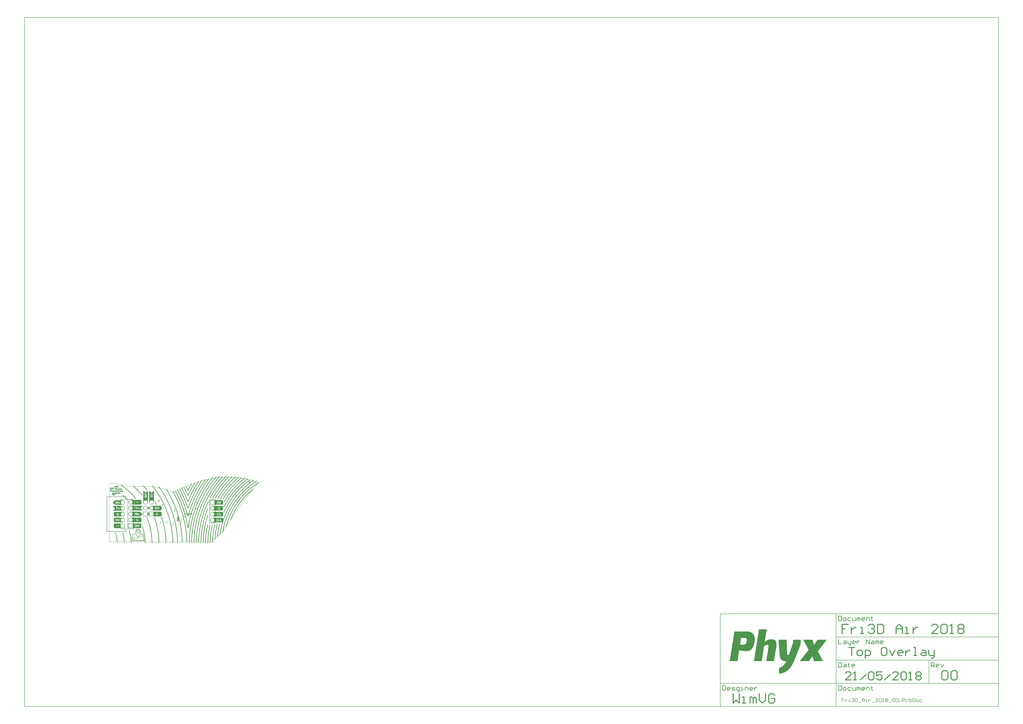
<source format=gto>
G04*
G04 #@! TF.GenerationSoftware,Altium Limited,Altium Designer,18.1.6 (161)*
G04*
G04 Layer_Color=65535*
%FSLAX25Y25*%
%MOIN*%
G70*
G01*
G75*
%ADD10C,0.00984*%
%ADD11C,0.00787*%
%ADD12C,0.00591*%
%ADD13C,0.00394*%
%ADD14C,0.01575*%
%ADD15R,0.01968X0.06693*%
%ADD16R,0.02756X0.01968*%
%ADD17R,0.02913X0.03150*%
%ADD18R,0.07874X0.03150*%
%ADD19R,0.07874X0.03150*%
%ADD20R,0.03150X0.07874*%
G36*
X-158759Y95207D02*
X-158718D01*
Y95166D01*
X-158677D01*
Y95207D01*
X-158635D01*
Y95166D01*
X-158594D01*
Y95207D01*
X-158553D01*
Y95166D01*
X-158512D01*
Y95207D01*
X-158471D01*
Y95166D01*
X-158347D01*
Y95125D01*
X-158306D01*
Y95166D01*
X-158265D01*
Y95125D01*
X-158224D01*
Y95083D01*
X-158183D01*
Y95125D01*
X-158224D01*
Y95166D01*
X-158183D01*
Y95125D01*
X-158142D01*
Y95083D01*
X-158101D01*
Y95125D01*
X-158060D01*
Y95083D01*
X-158018D01*
Y95042D01*
X-157977D01*
Y95083D01*
X-157936D01*
Y95042D01*
X-157895D01*
Y95001D01*
X-157772D01*
Y94960D01*
X-157730D01*
Y95001D01*
X-157689D01*
Y94960D01*
X-157648D01*
Y94919D01*
X-157607D01*
Y94878D01*
X-157566D01*
Y94836D01*
X-157525D01*
Y94878D01*
X-157566D01*
Y94919D01*
X-157525D01*
Y94878D01*
X-157483D01*
Y94836D01*
X-157360D01*
Y94795D01*
X-157319D01*
Y94754D01*
X-157278D01*
Y94713D01*
X-157237D01*
Y94672D01*
X-157195D01*
Y94713D01*
X-157154D01*
Y94672D01*
X-157113D01*
Y94631D01*
X-157072D01*
Y94590D01*
X-157031D01*
Y94548D01*
X-156990D01*
Y94507D01*
X-156866D01*
Y94466D01*
X-156825D01*
Y94425D01*
X-156784D01*
Y94384D01*
X-156743D01*
Y94343D01*
X-156702D01*
Y94302D01*
X-156661D01*
Y94261D01*
X-156620D01*
Y94219D01*
X-156578D01*
Y94178D01*
X-156537D01*
Y94137D01*
X-156496D01*
Y94096D01*
X-156455D01*
Y94055D01*
X-156414D01*
Y94014D01*
X-156373D01*
Y93972D01*
Y93931D01*
X-156290D01*
Y93890D01*
X-156332D01*
Y93849D01*
X-156290D01*
Y93808D01*
X-156249D01*
Y93767D01*
X-156208D01*
Y93726D01*
X-156167D01*
Y93685D01*
X-156126D01*
Y93643D01*
X-156167D01*
Y93602D01*
X-156126D01*
Y93561D01*
X-156085D01*
Y93520D01*
X-156044D01*
Y93479D01*
Y93438D01*
X-156002D01*
Y93397D01*
Y93355D01*
X-155961D01*
Y93314D01*
X-156002D01*
Y93273D01*
X-155961D01*
Y93232D01*
X-155920D01*
Y93191D01*
X-155879D01*
Y93150D01*
Y93108D01*
Y93067D01*
X-155838D01*
Y93026D01*
X-155797D01*
Y92985D01*
X-155838D01*
Y92944D01*
X-155797D01*
Y92903D01*
Y92862D01*
Y92821D01*
X-155755D01*
Y92779D01*
Y92738D01*
Y92697D01*
X-155714D01*
Y92656D01*
X-155755D01*
Y92615D01*
X-155714D01*
Y92574D01*
X-155755D01*
Y92532D01*
X-155714D01*
Y92491D01*
X-155673D01*
Y92450D01*
X-155632D01*
Y92409D01*
X-155673D01*
Y92450D01*
X-155714D01*
Y92409D01*
X-155673D01*
Y92368D01*
X-155632D01*
Y92327D01*
X-155673D01*
Y92286D01*
X-155632D01*
Y92244D01*
X-155673D01*
Y92203D01*
X-155632D01*
Y92162D01*
X-155673D01*
Y92121D01*
X-155632D01*
Y92080D01*
X-155673D01*
Y92039D01*
X-155632D01*
Y91998D01*
X-155673D01*
Y91956D01*
X-155632D01*
Y91915D01*
X-155673D01*
Y91874D01*
X-155714D01*
Y91915D01*
X-155755D01*
Y91874D01*
X-155714D01*
Y91833D01*
X-155755D01*
Y91874D01*
X-155797D01*
Y91915D01*
X-155838D01*
Y91874D01*
X-155879D01*
Y91915D01*
X-155920D01*
Y91874D01*
X-155879D01*
Y91833D01*
X-155920D01*
Y91874D01*
X-155961D01*
Y91915D01*
X-156002D01*
Y91874D01*
X-156044D01*
Y91915D01*
X-156085D01*
Y91874D01*
X-156126D01*
Y91915D01*
X-156167D01*
Y91874D01*
X-156208D01*
Y91915D01*
X-156249D01*
Y91874D01*
X-156208D01*
Y91833D01*
X-156249D01*
Y91874D01*
X-156290D01*
Y91915D01*
X-156332D01*
Y91874D01*
X-156373D01*
Y91915D01*
X-156414D01*
Y91874D01*
X-156373D01*
Y91833D01*
X-156414D01*
Y91874D01*
X-156455D01*
Y91915D01*
X-156496D01*
Y91874D01*
X-156537D01*
Y91915D01*
X-156578D01*
Y91874D01*
X-156537D01*
Y91833D01*
X-156578D01*
Y91874D01*
X-156620D01*
Y91915D01*
X-156661D01*
Y91874D01*
X-156702D01*
Y91915D01*
X-156743D01*
Y91874D01*
X-156784D01*
Y91915D01*
X-156825D01*
Y91874D01*
X-156866D01*
Y91915D01*
X-156907D01*
Y91874D01*
X-156866D01*
Y91833D01*
X-156907D01*
Y91874D01*
X-156949D01*
Y91915D01*
X-156990D01*
Y91874D01*
X-157031D01*
Y91915D01*
X-157072D01*
Y91874D01*
X-157031D01*
Y91833D01*
X-157072D01*
Y91874D01*
X-157113D01*
Y91915D01*
X-157154D01*
Y91874D01*
X-157195D01*
Y91915D01*
X-157237D01*
Y91874D01*
X-157195D01*
Y91833D01*
X-157237D01*
Y91874D01*
X-157278D01*
Y91915D01*
X-157319D01*
Y91956D01*
X-157278D01*
Y91998D01*
X-157319D01*
Y92039D01*
Y92080D01*
Y92121D01*
Y92162D01*
Y92203D01*
X-157360D01*
Y92244D01*
X-157319D01*
Y92286D01*
X-157360D01*
Y92327D01*
X-157401D01*
Y92368D01*
X-157360D01*
Y92409D01*
X-157401D01*
Y92450D01*
X-157442D01*
Y92491D01*
X-157401D01*
Y92532D01*
X-157442D01*
Y92574D01*
X-157483D01*
Y92615D01*
X-157442D01*
Y92656D01*
X-157483D01*
Y92697D01*
X-157525D01*
Y92738D01*
X-157566D01*
Y92779D01*
X-157607D01*
Y92821D01*
X-157648D01*
Y92862D01*
X-157607D01*
Y92903D01*
X-157648D01*
Y92944D01*
X-157689D01*
Y92985D01*
X-157730D01*
Y93026D01*
X-157772D01*
Y93067D01*
X-157813D01*
Y93108D01*
X-157854D01*
Y93150D01*
X-157936D01*
Y93191D01*
Y93232D01*
X-158060D01*
Y93273D01*
X-158101D01*
Y93314D01*
X-158142D01*
Y93355D01*
X-158183D01*
Y93397D01*
X-158306D01*
Y93438D01*
X-158430D01*
Y93479D01*
X-158635D01*
Y93520D01*
X-158677D01*
Y93561D01*
X-158718D01*
Y93520D01*
X-158677D01*
Y93479D01*
X-158718D01*
Y93520D01*
X-158759D01*
Y93561D01*
X-158800D01*
Y93520D01*
X-158841D01*
Y93561D01*
X-158965D01*
Y93520D01*
X-159006D01*
Y93561D01*
X-159047D01*
Y93520D01*
X-159088D01*
Y93561D01*
X-159129D01*
Y93520D01*
X-159170D01*
Y93561D01*
X-159212D01*
Y93520D01*
X-159170D01*
Y93479D01*
X-159212D01*
Y93520D01*
X-159253D01*
Y93479D01*
X-159294D01*
Y93520D01*
X-159335D01*
Y93561D01*
X-159376D01*
Y93520D01*
X-159335D01*
Y93479D01*
X-159458D01*
Y93438D01*
X-159500D01*
Y93479D01*
X-159541D01*
Y93438D01*
X-159582D01*
Y93397D01*
X-159705D01*
Y93355D01*
X-159746D01*
Y93314D01*
X-159870D01*
Y93273D01*
X-159911D01*
Y93232D01*
X-159952D01*
Y93191D01*
X-159993D01*
Y93150D01*
X-160034D01*
Y93108D01*
X-160075D01*
Y93150D01*
X-160117D01*
Y93108D01*
X-160075D01*
Y93067D01*
X-160117D01*
Y93026D01*
X-160158D01*
Y93067D01*
X-160199D01*
Y93026D01*
X-160158D01*
Y92985D01*
X-160199D01*
Y92944D01*
X-160240D01*
Y92903D01*
X-160281D01*
Y92862D01*
X-160322D01*
Y92821D01*
X-160364D01*
Y92779D01*
X-160405D01*
Y92738D01*
Y92697D01*
Y92656D01*
X-160446D01*
Y92615D01*
Y92574D01*
X-160528D01*
Y92532D01*
X-160487D01*
Y92491D01*
X-160528D01*
Y92450D01*
Y92409D01*
Y92368D01*
X-160569D01*
Y92327D01*
X-160610D01*
Y92286D01*
X-160569D01*
Y92244D01*
X-160610D01*
Y92203D01*
X-160569D01*
Y92162D01*
X-160610D01*
Y92121D01*
X-160569D01*
Y92080D01*
X-160610D01*
Y92039D01*
Y91998D01*
Y91956D01*
Y91915D01*
Y91874D01*
Y91833D01*
Y91792D01*
X-160569D01*
Y91751D01*
X-160610D01*
Y91710D01*
X-160569D01*
Y91668D01*
X-160610D01*
Y91627D01*
X-160569D01*
Y91586D01*
X-160610D01*
Y91545D01*
X-160569D01*
Y91504D01*
X-160610D01*
Y91463D01*
X-160569D01*
Y91422D01*
X-160528D01*
Y91380D01*
X-160487D01*
Y91339D01*
X-160528D01*
Y91298D01*
X-160487D01*
Y91257D01*
X-160528D01*
Y91216D01*
X-160487D01*
Y91175D01*
X-160446D01*
Y91134D01*
X-160405D01*
Y91092D01*
Y91051D01*
X-160322D01*
Y91010D01*
X-160364D01*
Y90969D01*
X-160322D01*
Y90928D01*
X-160281D01*
Y90887D01*
X-160240D01*
Y90846D01*
X-160199D01*
Y90804D01*
X-160158D01*
Y90763D01*
X-160199D01*
Y90722D01*
X-160075D01*
Y90681D01*
X-160034D01*
Y90640D01*
X-159993D01*
Y90599D01*
X-159952D01*
Y90558D01*
X-159911D01*
Y90516D01*
X-159870D01*
Y90475D01*
X-159746D01*
Y90434D01*
X-159705D01*
Y90393D01*
X-159664D01*
Y90352D01*
X-159623D01*
Y90311D01*
X-159582D01*
Y90352D01*
X-159623D01*
Y90393D01*
X-159582D01*
Y90352D01*
X-159541D01*
Y90311D01*
X-159417D01*
Y90270D01*
X-159376D01*
Y90228D01*
X-159335D01*
Y90270D01*
X-159376D01*
Y90311D01*
X-159335D01*
Y90270D01*
X-159294D01*
Y90228D01*
X-159253D01*
Y90270D01*
X-159212D01*
Y90228D01*
X-159170D01*
Y90270D01*
X-159129D01*
Y90228D01*
X-148967D01*
Y90187D01*
X-149008D01*
Y90146D01*
X-148967D01*
Y90105D01*
X-149008D01*
Y90064D01*
X-148967D01*
Y90023D01*
X-149008D01*
Y89982D01*
X-148967D01*
Y89940D01*
X-149008D01*
Y89899D01*
X-148967D01*
Y89858D01*
X-149008D01*
Y89817D01*
X-148967D01*
Y89776D01*
X-149008D01*
Y89735D01*
X-148967D01*
Y89694D01*
X-149008D01*
Y89652D01*
X-148967D01*
Y89611D01*
X-149008D01*
Y89570D01*
X-148967D01*
Y89529D01*
X-149008D01*
Y89488D01*
X-148967D01*
Y89447D01*
X-149008D01*
Y89406D01*
X-148967D01*
Y89364D01*
X-149008D01*
Y89323D01*
X-148967D01*
Y89282D01*
X-149008D01*
Y89241D01*
X-148967D01*
Y89200D01*
X-149008D01*
Y89159D01*
X-148967D01*
Y89118D01*
X-149008D01*
Y89076D01*
X-148967D01*
Y89035D01*
X-149008D01*
Y88994D01*
X-148967D01*
Y88953D01*
X-149008D01*
Y88912D01*
X-148967D01*
Y88871D01*
X-149008D01*
Y88829D01*
X-148967D01*
Y88788D01*
X-149008D01*
Y88747D01*
X-148967D01*
Y88706D01*
X-149008D01*
Y88665D01*
X-148967D01*
Y88624D01*
X-149008D01*
Y88583D01*
X-149049D01*
Y88542D01*
X-149090D01*
Y88583D01*
X-149131D01*
Y88542D01*
X-149172D01*
Y88583D01*
X-149214D01*
Y88542D01*
X-149255D01*
Y88583D01*
X-149296D01*
Y88542D01*
X-149337D01*
Y88583D01*
X-149378D01*
Y88542D01*
X-149419D01*
Y88583D01*
X-149460D01*
Y88542D01*
X-149502D01*
Y88583D01*
X-149543D01*
Y88542D01*
X-149584D01*
Y88583D01*
X-149625D01*
Y88542D01*
X-149666D01*
Y88583D01*
X-149707D01*
Y88542D01*
X-149749D01*
Y88583D01*
X-149790D01*
Y88542D01*
X-149831D01*
Y88583D01*
X-149872D01*
Y88542D01*
X-149913D01*
Y88583D01*
X-149954D01*
Y88542D01*
X-149995D01*
Y88583D01*
X-150037D01*
Y88542D01*
X-150078D01*
Y88583D01*
X-150119D01*
Y88542D01*
X-150160D01*
Y88583D01*
X-150201D01*
Y88542D01*
X-150242D01*
Y88583D01*
X-150283D01*
Y88542D01*
X-150324D01*
Y88583D01*
X-150366D01*
Y88542D01*
X-150407D01*
Y88583D01*
X-150448D01*
Y88542D01*
X-150489D01*
Y88583D01*
X-150530D01*
Y88542D01*
X-150571D01*
Y88583D01*
X-150612D01*
Y88542D01*
X-150654D01*
Y88583D01*
X-150695D01*
Y88542D01*
X-150736D01*
Y88583D01*
X-150777D01*
Y88542D01*
X-150818D01*
Y88583D01*
X-150859D01*
Y88542D01*
X-150900D01*
Y88583D01*
X-150942D01*
Y88542D01*
X-150983D01*
Y88583D01*
X-151024D01*
Y88542D01*
X-151065D01*
Y88583D01*
X-151106D01*
Y88542D01*
X-151147D01*
Y88583D01*
X-151189D01*
Y88542D01*
X-151230D01*
Y88583D01*
X-151271D01*
Y88542D01*
X-151312D01*
Y88583D01*
X-151353D01*
Y88542D01*
X-151394D01*
Y88583D01*
X-151435D01*
Y88542D01*
X-151477D01*
Y88583D01*
X-151518D01*
Y88542D01*
X-151559D01*
Y88583D01*
X-151600D01*
Y88542D01*
X-151641D01*
Y88583D01*
X-151682D01*
Y88542D01*
X-151723D01*
Y88583D01*
X-151765D01*
Y88542D01*
X-151806D01*
Y88583D01*
X-151847D01*
Y88542D01*
X-151888D01*
Y88583D01*
X-151929D01*
Y88542D01*
X-151970D01*
Y88583D01*
X-152011D01*
Y88542D01*
X-152053D01*
Y88583D01*
X-152094D01*
Y88542D01*
X-152135D01*
Y88583D01*
X-152176D01*
Y88542D01*
X-152217D01*
Y88583D01*
X-152258D01*
Y88542D01*
X-152299D01*
Y88583D01*
X-152341D01*
Y88542D01*
X-152382D01*
Y88583D01*
X-152423D01*
Y88542D01*
X-152464D01*
Y88583D01*
X-152505D01*
Y88542D01*
X-152546D01*
Y88583D01*
X-152587D01*
Y88542D01*
X-152629D01*
Y88583D01*
X-152670D01*
Y88542D01*
X-152711D01*
Y88583D01*
X-152752D01*
Y88542D01*
X-152793D01*
Y88583D01*
X-152834D01*
Y88542D01*
X-152875D01*
Y88583D01*
X-152917D01*
Y88542D01*
X-152958D01*
Y88583D01*
X-152999D01*
Y88542D01*
X-153040D01*
Y88583D01*
X-153081D01*
Y88542D01*
X-153122D01*
Y88583D01*
X-153163D01*
Y88542D01*
X-153205D01*
Y88583D01*
X-153246D01*
Y88542D01*
X-153287D01*
Y88583D01*
X-153328D01*
Y88542D01*
X-153369D01*
Y88583D01*
X-153410D01*
Y88542D01*
X-153451D01*
Y88583D01*
X-153493D01*
Y88542D01*
X-153534D01*
Y88583D01*
X-153575D01*
Y88542D01*
X-153616D01*
Y88583D01*
X-153657D01*
Y88542D01*
X-153698D01*
Y88583D01*
X-153739D01*
Y88542D01*
X-153781D01*
Y88583D01*
X-153822D01*
Y88542D01*
X-153863D01*
Y88583D01*
X-153904D01*
Y88542D01*
X-153945D01*
Y88583D01*
X-153986D01*
Y88542D01*
X-154027D01*
Y88583D01*
X-154069D01*
Y88542D01*
X-154110D01*
Y88583D01*
X-154151D01*
Y88542D01*
X-154192D01*
Y88583D01*
X-154233D01*
Y88542D01*
X-154274D01*
Y88583D01*
X-154315D01*
Y88542D01*
X-154357D01*
Y88583D01*
X-154398D01*
Y88542D01*
X-154439D01*
Y88583D01*
X-154480D01*
Y88542D01*
X-154521D01*
Y88583D01*
X-154562D01*
Y88542D01*
X-154604D01*
Y88583D01*
X-154645D01*
Y88542D01*
X-154686D01*
Y88583D01*
X-154727D01*
Y88542D01*
X-154768D01*
Y88583D01*
X-154809D01*
Y88542D01*
X-154850D01*
Y88583D01*
X-154892D01*
Y88542D01*
X-154933D01*
Y88583D01*
X-154974D01*
Y88542D01*
X-155015D01*
Y88583D01*
X-155056D01*
Y88542D01*
X-155097D01*
Y88583D01*
X-155138D01*
Y88542D01*
X-155180D01*
Y88583D01*
X-155221D01*
Y88542D01*
X-155262D01*
Y88583D01*
X-155303D01*
Y88542D01*
X-155344D01*
Y88583D01*
X-155385D01*
Y88542D01*
X-155426D01*
Y88583D01*
X-155467D01*
Y88542D01*
X-155509D01*
Y88583D01*
X-155550D01*
Y88542D01*
X-155591D01*
Y88583D01*
X-155632D01*
Y88542D01*
X-155673D01*
Y88583D01*
X-155714D01*
Y88542D01*
X-155755D01*
Y88583D01*
X-155797D01*
Y88542D01*
X-155838D01*
Y88583D01*
X-155879D01*
Y88542D01*
X-155920D01*
Y88583D01*
X-155961D01*
Y88542D01*
X-156002D01*
Y88583D01*
X-156044D01*
Y88542D01*
X-156085D01*
Y88583D01*
X-156126D01*
Y88542D01*
X-156167D01*
Y88583D01*
X-156208D01*
Y88542D01*
X-156249D01*
Y88583D01*
X-156290D01*
Y88542D01*
X-156332D01*
Y88583D01*
X-156373D01*
Y88542D01*
X-156414D01*
Y88583D01*
X-156455D01*
Y88542D01*
X-156496D01*
Y88583D01*
X-156537D01*
Y88542D01*
X-156578D01*
Y88583D01*
X-156620D01*
Y88542D01*
X-156661D01*
Y88583D01*
X-156702D01*
Y88542D01*
X-156743D01*
Y88583D01*
X-156784D01*
Y88542D01*
X-156825D01*
Y88583D01*
X-156866D01*
Y88542D01*
X-156907D01*
Y88583D01*
X-156949D01*
Y88542D01*
X-156990D01*
Y88583D01*
X-157031D01*
Y88542D01*
X-157072D01*
Y88583D01*
X-157113D01*
Y88542D01*
X-157154D01*
Y88583D01*
X-157195D01*
Y88542D01*
X-157237D01*
Y88583D01*
X-157278D01*
Y88542D01*
X-157319D01*
Y88583D01*
X-157360D01*
Y88542D01*
X-157401D01*
Y88583D01*
X-157442D01*
Y88542D01*
X-157483D01*
Y88583D01*
X-157525D01*
Y88542D01*
X-157566D01*
Y88583D01*
X-157607D01*
Y88542D01*
X-157648D01*
Y88583D01*
X-157689D01*
Y88542D01*
X-157730D01*
Y88583D01*
X-157772D01*
Y88542D01*
X-157813D01*
Y88583D01*
X-157854D01*
Y88542D01*
X-157895D01*
Y88583D01*
X-157936D01*
Y88542D01*
X-157977D01*
Y88583D01*
X-158018D01*
Y88542D01*
X-158060D01*
Y88583D01*
X-158101D01*
Y88542D01*
X-158142D01*
Y88583D01*
X-158183D01*
Y88542D01*
X-158224D01*
Y88583D01*
X-158265D01*
Y88542D01*
X-158306D01*
Y88583D01*
X-158347D01*
Y88542D01*
X-158389D01*
Y88583D01*
X-158430D01*
Y88542D01*
X-158471D01*
Y88583D01*
X-158512D01*
Y88542D01*
X-158553D01*
Y88583D01*
X-158594D01*
Y88542D01*
X-158635D01*
Y88583D01*
X-158677D01*
Y88542D01*
X-158718D01*
Y88583D01*
X-158759D01*
Y88542D01*
X-158800D01*
Y88583D01*
X-158841D01*
Y88542D01*
X-158882D01*
Y88583D01*
X-158923D01*
Y88542D01*
X-158965D01*
Y88583D01*
X-159006D01*
Y88542D01*
X-159047D01*
Y88583D01*
X-159088D01*
Y88542D01*
X-159129D01*
Y88583D01*
X-159170D01*
Y88624D01*
X-159212D01*
Y88583D01*
X-159170D01*
Y88542D01*
X-159212D01*
Y88583D01*
X-159253D01*
Y88624D01*
X-159294D01*
Y88583D01*
X-159253D01*
Y88542D01*
X-159294D01*
Y88583D01*
X-159335D01*
Y88624D01*
X-159376D01*
Y88583D01*
X-159335D01*
Y88542D01*
X-159376D01*
Y88583D01*
X-159417D01*
Y88624D01*
X-159458D01*
Y88583D01*
X-159500D01*
Y88624D01*
X-159705D01*
Y88665D01*
X-159746D01*
Y88706D01*
X-159788D01*
Y88665D01*
X-159746D01*
Y88624D01*
X-159788D01*
Y88665D01*
X-159829D01*
Y88706D01*
X-159870D01*
Y88665D01*
X-159911D01*
Y88706D01*
X-159952D01*
Y88747D01*
X-159993D01*
Y88706D01*
X-160034D01*
Y88747D01*
X-160075D01*
Y88788D01*
X-160199D01*
Y88829D01*
X-160240D01*
Y88788D01*
X-160281D01*
Y88829D01*
X-160322D01*
Y88871D01*
X-160446D01*
Y88912D01*
X-160487D01*
Y88953D01*
X-160528D01*
Y88994D01*
X-160569D01*
Y89035D01*
X-160610D01*
Y88994D01*
X-160569D01*
Y88953D01*
X-160610D01*
Y88994D01*
X-160652D01*
Y89035D01*
X-160693D01*
Y89076D01*
X-160734D01*
Y89118D01*
X-160857D01*
Y89159D01*
X-160898D01*
Y89200D01*
X-160940D01*
Y89241D01*
X-160981D01*
Y89282D01*
X-161022D01*
Y89323D01*
X-161063D01*
Y89364D01*
X-161186D01*
Y89406D01*
X-161145D01*
Y89447D01*
X-161269D01*
Y89488D01*
X-161310D01*
Y89529D01*
X-161351D01*
Y89570D01*
X-161310D01*
Y89611D01*
X-161433D01*
Y89652D01*
X-161392D01*
Y89694D01*
X-161516D01*
Y89735D01*
X-161474D01*
Y89776D01*
X-161598D01*
Y89817D01*
X-161557D01*
Y89858D01*
X-161598D01*
Y89899D01*
X-161639D01*
Y89940D01*
X-161680D01*
Y89982D01*
X-161721D01*
Y90023D01*
X-161762D01*
Y90064D01*
X-161721D01*
Y90105D01*
X-161762D01*
Y90146D01*
X-161804D01*
Y90187D01*
X-161845D01*
Y90228D01*
X-161804D01*
Y90270D01*
X-161927D01*
Y90311D01*
X-161886D01*
Y90352D01*
X-161927D01*
Y90393D01*
X-161968D01*
Y90434D01*
Y90475D01*
Y90516D01*
X-162009D01*
Y90558D01*
Y90599D01*
Y90640D01*
X-162050D01*
Y90681D01*
X-162092D01*
Y90722D01*
X-162050D01*
Y90763D01*
X-162092D01*
Y90804D01*
X-162133D01*
Y90846D01*
X-162174D01*
Y90887D01*
X-162133D01*
Y90928D01*
X-162174D01*
Y90969D01*
X-162133D01*
Y91010D01*
X-162174D01*
Y91051D01*
Y91092D01*
Y91134D01*
X-162215D01*
Y91175D01*
X-162256D01*
Y91216D01*
X-162215D01*
Y91257D01*
X-162256D01*
Y91298D01*
X-162215D01*
Y91339D01*
X-162256D01*
Y91380D01*
X-162215D01*
Y91422D01*
X-162256D01*
Y91463D01*
X-162297D01*
Y91504D01*
X-162256D01*
Y91545D01*
X-162297D01*
Y91586D01*
X-162256D01*
Y91627D01*
X-162297D01*
Y91668D01*
X-162256D01*
Y91710D01*
X-162297D01*
Y91751D01*
Y91792D01*
Y91833D01*
X-162338D01*
Y91874D01*
X-162297D01*
Y91915D01*
Y91956D01*
Y91998D01*
X-162338D01*
Y92039D01*
X-162297D01*
Y92080D01*
Y92121D01*
Y92162D01*
X-162256D01*
Y92203D01*
X-162297D01*
Y92244D01*
X-162256D01*
Y92286D01*
X-162215D01*
Y92327D01*
X-162256D01*
Y92368D01*
X-162215D01*
Y92409D01*
X-162256D01*
Y92450D01*
X-162215D01*
Y92491D01*
X-162256D01*
Y92532D01*
X-162215D01*
Y92574D01*
X-162256D01*
Y92615D01*
X-162215D01*
Y92656D01*
X-162174D01*
Y92697D01*
X-162133D01*
Y92738D01*
X-162174D01*
Y92779D01*
X-162133D01*
Y92821D01*
X-162174D01*
Y92862D01*
X-162133D01*
Y92903D01*
Y92944D01*
Y92985D01*
X-162092D01*
Y93026D01*
X-162050D01*
Y93067D01*
X-162092D01*
Y93108D01*
X-162050D01*
Y93150D01*
X-162009D01*
Y93191D01*
X-161968D01*
Y93232D01*
X-162009D01*
Y93273D01*
X-161968D01*
Y93314D01*
X-161927D01*
Y93355D01*
Y93397D01*
Y93438D01*
X-161886D01*
Y93479D01*
Y93520D01*
X-161804D01*
Y93561D01*
X-161845D01*
Y93602D01*
X-161804D01*
Y93643D01*
X-161762D01*
Y93685D01*
X-161721D01*
Y93726D01*
X-161762D01*
Y93767D01*
X-161721D01*
Y93808D01*
X-161680D01*
Y93849D01*
X-161639D01*
Y93890D01*
X-161598D01*
Y93931D01*
X-161557D01*
Y93972D01*
X-161516D01*
Y94014D01*
X-161474D01*
Y94055D01*
Y94096D01*
X-161392D01*
Y94137D01*
X-161433D01*
Y94178D01*
X-161310D01*
Y94219D01*
X-161351D01*
Y94261D01*
X-161228D01*
Y94302D01*
X-161269D01*
Y94343D01*
X-161145D01*
Y94384D01*
Y94425D01*
X-161063D01*
Y94466D01*
X-161022D01*
Y94507D01*
X-160981D01*
Y94548D01*
X-160940D01*
Y94590D01*
X-160898D01*
Y94631D01*
X-160857D01*
Y94672D01*
X-160734D01*
Y94713D01*
X-160693D01*
Y94754D01*
X-160569D01*
Y94795D01*
X-160528D01*
Y94836D01*
X-160487D01*
Y94878D01*
X-160446D01*
Y94836D01*
X-160405D01*
Y94878D01*
X-160446D01*
Y94919D01*
X-160405D01*
Y94878D01*
X-160364D01*
Y94919D01*
X-160240D01*
Y94960D01*
X-160199D01*
Y95001D01*
X-160075D01*
Y95042D01*
X-160034D01*
Y95001D01*
X-159993D01*
Y95042D01*
X-159952D01*
Y95083D01*
X-159829D01*
Y95125D01*
X-159788D01*
Y95083D01*
X-159746D01*
Y95125D01*
X-159705D01*
Y95166D01*
X-159664D01*
Y95125D01*
X-159623D01*
Y95166D01*
X-159417D01*
Y95207D01*
X-159376D01*
Y95166D01*
X-159335D01*
Y95207D01*
X-159294D01*
Y95166D01*
X-159253D01*
Y95207D01*
X-159212D01*
Y95166D01*
X-159170D01*
Y95207D01*
X-159129D01*
Y95166D01*
X-159088D01*
Y95207D01*
X-159129D01*
Y95248D01*
X-159088D01*
Y95207D01*
X-159047D01*
Y95166D01*
X-159006D01*
Y95207D01*
X-159047D01*
Y95248D01*
X-159006D01*
Y95207D01*
X-158965D01*
Y95166D01*
X-158923D01*
Y95207D01*
X-158965D01*
Y95248D01*
X-158923D01*
Y95207D01*
X-158882D01*
Y95166D01*
X-158841D01*
Y95207D01*
X-158882D01*
Y95248D01*
X-158841D01*
Y95207D01*
X-158800D01*
Y95166D01*
X-158759D01*
Y95207D01*
X-158800D01*
Y95248D01*
X-158759D01*
Y95207D01*
D02*
G37*
G36*
X-156949Y94548D02*
X-156990D01*
Y94590D01*
X-156949D01*
Y94548D01*
D02*
G37*
G36*
X-156208Y93808D02*
X-156249D01*
Y93849D01*
X-156208D01*
Y93808D01*
D02*
G37*
G36*
X-158841Y93479D02*
X-158882D01*
Y93520D01*
X-158841D01*
Y93479D01*
D02*
G37*
G36*
X-158183Y93314D02*
X-158224D01*
Y93355D01*
X-158183D01*
Y93314D01*
D02*
G37*
G36*
X-166370Y91874D02*
X-166083D01*
Y91833D01*
X-166041D01*
Y91874D01*
X-166000D01*
Y91833D01*
X-165959D01*
Y91874D01*
X-165918D01*
Y91833D01*
X-165877D01*
Y91792D01*
X-165836D01*
Y91833D01*
X-165877D01*
Y91874D01*
X-165836D01*
Y91833D01*
X-165795D01*
Y91792D01*
X-165671D01*
Y91751D01*
X-165630D01*
Y91792D01*
X-165589D01*
Y91751D01*
X-165548D01*
Y91792D01*
X-165506D01*
Y91751D01*
X-165465D01*
Y91710D01*
X-165342D01*
Y91668D01*
X-165301D01*
Y91710D01*
X-165260D01*
Y91668D01*
X-165218D01*
Y91627D01*
X-165095D01*
Y91586D01*
X-165054D01*
Y91545D01*
X-164930D01*
Y91504D01*
X-164889D01*
Y91463D01*
X-164766D01*
Y91422D01*
X-164725D01*
Y91380D01*
X-164684D01*
Y91339D01*
X-164643D01*
Y91298D01*
X-164519D01*
Y91257D01*
X-164478D01*
Y91216D01*
X-164437D01*
Y91175D01*
X-164396D01*
Y91134D01*
X-164355D01*
Y91092D01*
X-164313D01*
Y91051D01*
X-164190D01*
Y91010D01*
X-164231D01*
Y90969D01*
X-164108D01*
Y90928D01*
X-164149D01*
Y90887D01*
X-164025D01*
Y90846D01*
X-164067D01*
Y90804D01*
X-163984D01*
Y90763D01*
Y90722D01*
X-163943D01*
Y90681D01*
X-163902D01*
Y90640D01*
X-163861D01*
Y90599D01*
X-163820D01*
Y90558D01*
X-163778D01*
Y90516D01*
X-163737D01*
Y90475D01*
X-163696D01*
Y90434D01*
Y90393D01*
X-163614D01*
Y90352D01*
X-163655D01*
Y90311D01*
X-163614D01*
Y90270D01*
X-163573D01*
Y90228D01*
X-163532D01*
Y90187D01*
X-163573D01*
Y90146D01*
X-163532D01*
Y90105D01*
X-163490D01*
Y90064D01*
X-163449D01*
Y90023D01*
X-163490D01*
Y89982D01*
X-163449D01*
Y89940D01*
X-163408D01*
Y89899D01*
X-163367D01*
Y89858D01*
X-163408D01*
Y89817D01*
X-163367D01*
Y89776D01*
Y89735D01*
X-163326D01*
Y89694D01*
Y89652D01*
X-163285D01*
Y89611D01*
X-163326D01*
Y89570D01*
X-163285D01*
Y89529D01*
X-163244D01*
Y89488D01*
Y89447D01*
Y89406D01*
X-163203D01*
Y89364D01*
X-163244D01*
Y89323D01*
X-163203D01*
Y89282D01*
Y89241D01*
Y89200D01*
X-163161D01*
Y89159D01*
X-163203D01*
Y89118D01*
X-163161D01*
Y89076D01*
X-163120D01*
Y89035D01*
X-163161D01*
Y88994D01*
Y88953D01*
Y88912D01*
X-163120D01*
Y88871D01*
X-163161D01*
Y88829D01*
X-163120D01*
Y88788D01*
X-163161D01*
Y88747D01*
X-163120D01*
Y88706D01*
X-163161D01*
Y88665D01*
X-163120D01*
Y88624D01*
X-163161D01*
Y88583D01*
X-163120D01*
Y88542D01*
X-163244D01*
Y88583D01*
X-163285D01*
Y88542D01*
X-163326D01*
Y88583D01*
X-163367D01*
Y88542D01*
X-163408D01*
Y88583D01*
X-163449D01*
Y88542D01*
X-163573D01*
Y88583D01*
X-163614D01*
Y88542D01*
X-163655D01*
Y88583D01*
X-163696D01*
Y88542D01*
X-163737D01*
Y88583D01*
X-163778D01*
Y88542D01*
X-163902D01*
Y88583D01*
X-163943D01*
Y88542D01*
X-163984D01*
Y88583D01*
X-164025D01*
Y88542D01*
X-164067D01*
Y88583D01*
X-164108D01*
Y88542D01*
X-164231D01*
Y88583D01*
X-164272D01*
Y88542D01*
X-164313D01*
Y88583D01*
X-164355D01*
Y88542D01*
X-164396D01*
Y88583D01*
X-164437D01*
Y88542D01*
X-164560D01*
Y88583D01*
X-164601D01*
Y88542D01*
X-164643D01*
Y88583D01*
X-164684D01*
Y88542D01*
X-164725D01*
Y88583D01*
X-164766D01*
Y88624D01*
X-164807D01*
Y88665D01*
X-164766D01*
Y88706D01*
X-164807D01*
Y88747D01*
X-164766D01*
Y88788D01*
X-164807D01*
Y88829D01*
X-164848D01*
Y88871D01*
X-164807D01*
Y88912D01*
X-164848D01*
Y88953D01*
X-164889D01*
Y88994D01*
X-164848D01*
Y89035D01*
X-164889D01*
Y89076D01*
X-164848D01*
Y89118D01*
X-164889D01*
Y89159D01*
X-164930D01*
Y89200D01*
X-164972D01*
Y89241D01*
X-164930D01*
Y89282D01*
X-164972D01*
Y89323D01*
X-165013D01*
Y89364D01*
X-165054D01*
Y89406D01*
X-165013D01*
Y89447D01*
X-165054D01*
Y89488D01*
X-165095D01*
Y89529D01*
X-165136D01*
Y89570D01*
X-165177D01*
Y89611D01*
X-165218D01*
Y89652D01*
X-165177D01*
Y89694D01*
X-165301D01*
Y89735D01*
X-165260D01*
Y89776D01*
X-165383D01*
Y89817D01*
X-165424D01*
Y89858D01*
X-165465D01*
Y89899D01*
X-165506D01*
Y89940D01*
X-165548D01*
Y89982D01*
X-165671D01*
Y90023D01*
X-165712D01*
Y90064D01*
X-165753D01*
Y90105D01*
X-165959D01*
Y90146D01*
X-166000D01*
Y90187D01*
X-166041D01*
Y90146D01*
X-166083D01*
Y90187D01*
X-166288D01*
Y90228D01*
X-166329D01*
Y90187D01*
X-166370D01*
Y90228D01*
X-166412D01*
Y90270D01*
X-166453D01*
Y90228D01*
X-166412D01*
Y90187D01*
X-166453D01*
Y90228D01*
X-166494D01*
Y90187D01*
X-166535D01*
Y90228D01*
X-166576D01*
Y90270D01*
X-166617D01*
Y90228D01*
X-166576D01*
Y90187D01*
X-166864D01*
Y90146D01*
X-166988D01*
Y90105D01*
X-167111D01*
Y90064D01*
X-167152D01*
Y90023D01*
X-167276D01*
Y89982D01*
X-167317D01*
Y89940D01*
X-167440D01*
Y89899D01*
X-167399D01*
Y89858D01*
X-167523D01*
Y89817D01*
X-167564D01*
Y89776D01*
X-167605D01*
Y89735D01*
X-167646D01*
Y89694D01*
X-167687D01*
Y89652D01*
X-167728D01*
Y89611D01*
X-167769D01*
Y89570D01*
X-167728D01*
Y89529D01*
X-167852D01*
Y89488D01*
X-167810D01*
Y89447D01*
X-167852D01*
Y89406D01*
X-167893D01*
Y89364D01*
X-167934D01*
Y89323D01*
X-167893D01*
Y89282D01*
X-167934D01*
Y89241D01*
X-167975D01*
Y89200D01*
X-168016D01*
Y89159D01*
X-167975D01*
Y89118D01*
X-168016D01*
Y89076D01*
X-168057D01*
Y89035D01*
X-168016D01*
Y88994D01*
X-168057D01*
Y88953D01*
X-168098D01*
Y88912D01*
X-168057D01*
Y88871D01*
X-168098D01*
Y88829D01*
X-168057D01*
Y88788D01*
X-168098D01*
Y88747D01*
X-168057D01*
Y88706D01*
X-168098D01*
Y88665D01*
X-168140D01*
Y88624D01*
X-168098D01*
Y88583D01*
Y88542D01*
Y88500D01*
X-168140D01*
Y88459D01*
X-168098D01*
Y88418D01*
X-168057D01*
Y88377D01*
X-168098D01*
Y88336D01*
X-168057D01*
Y88295D01*
X-168098D01*
Y88253D01*
X-168057D01*
Y88212D01*
X-168098D01*
Y88171D01*
X-168057D01*
Y88130D01*
X-168016D01*
Y88089D01*
X-168057D01*
Y88130D01*
X-168098D01*
Y88089D01*
X-168057D01*
Y88048D01*
X-168016D01*
Y88007D01*
X-167975D01*
Y87966D01*
X-168016D01*
Y87924D01*
X-167975D01*
Y87883D01*
X-167934D01*
Y87842D01*
Y87801D01*
Y87760D01*
X-167893D01*
Y87719D01*
X-167852D01*
Y87678D01*
X-167810D01*
Y87636D01*
X-167852D01*
Y87595D01*
X-167728D01*
Y87554D01*
X-167769D01*
Y87513D01*
X-167728D01*
Y87472D01*
X-167687D01*
Y87431D01*
X-167646D01*
Y87389D01*
X-167605D01*
Y87348D01*
X-167564D01*
Y87307D01*
X-167523D01*
Y87266D01*
X-167481D01*
Y87225D01*
X-167440D01*
Y87184D01*
X-167317D01*
Y87143D01*
X-167276D01*
Y87102D01*
X-167235D01*
Y87060D01*
X-167193D01*
Y87019D01*
X-167152D01*
Y87060D01*
X-167193D01*
Y87102D01*
X-167152D01*
Y87060D01*
X-167111D01*
Y87019D01*
X-166988D01*
Y86978D01*
X-166946D01*
Y86937D01*
X-166905D01*
Y86978D01*
X-166864D01*
Y86937D01*
X-166741D01*
Y86896D01*
X-166700D01*
Y86937D01*
X-166658D01*
Y86896D01*
X-166617D01*
Y86937D01*
X-166576D01*
Y86896D01*
X-166535D01*
Y86937D01*
X-166494D01*
Y86896D01*
X-166453D01*
Y86937D01*
X-166412D01*
Y86896D01*
X-166370D01*
Y86855D01*
X-166329D01*
Y86896D01*
X-166288D01*
Y86937D01*
X-166247D01*
Y86896D01*
X-166206D01*
Y86855D01*
X-166165D01*
Y86896D01*
X-166124D01*
Y86937D01*
X-166083D01*
Y86896D01*
X-166041D01*
Y86855D01*
X-166000D01*
Y86896D01*
X-165959D01*
Y86937D01*
X-165918D01*
Y86896D01*
X-165877D01*
Y86855D01*
X-165836D01*
Y86896D01*
X-165795D01*
Y86937D01*
X-165753D01*
Y86896D01*
X-165712D01*
Y86855D01*
X-165671D01*
Y86896D01*
X-165630D01*
Y86937D01*
X-165589D01*
Y86896D01*
X-165548D01*
Y86855D01*
X-165506D01*
Y86896D01*
X-165465D01*
Y86937D01*
X-165424D01*
Y86896D01*
X-165383D01*
Y86855D01*
X-165342D01*
Y86896D01*
X-165301D01*
Y86937D01*
X-165260D01*
Y86896D01*
X-165218D01*
Y86855D01*
X-165177D01*
Y86896D01*
X-165136D01*
Y86937D01*
X-165095D01*
Y86896D01*
X-165054D01*
Y86855D01*
X-165013D01*
Y86896D01*
X-164972D01*
Y86937D01*
X-164930D01*
Y86896D01*
X-164889D01*
Y86855D01*
X-164848D01*
Y86896D01*
X-164807D01*
Y86937D01*
X-164766D01*
Y86896D01*
X-164725D01*
Y86855D01*
X-164684D01*
Y86896D01*
X-164643D01*
Y86937D01*
X-164601D01*
Y86896D01*
X-164560D01*
Y86855D01*
X-164519D01*
Y86896D01*
X-164478D01*
Y86937D01*
X-164437D01*
Y86896D01*
X-164396D01*
Y86855D01*
X-164355D01*
Y86896D01*
X-164313D01*
Y86937D01*
X-164272D01*
Y86896D01*
X-164231D01*
Y86855D01*
X-164190D01*
Y86896D01*
X-164149D01*
Y86937D01*
X-164108D01*
Y86896D01*
X-164067D01*
Y86855D01*
X-164025D01*
Y86896D01*
X-163984D01*
Y86937D01*
X-163943D01*
Y86896D01*
X-163902D01*
Y86855D01*
X-163861D01*
Y86896D01*
X-163820D01*
Y86937D01*
X-163778D01*
Y86896D01*
X-163737D01*
Y86855D01*
X-163696D01*
Y86896D01*
X-163655D01*
Y86937D01*
X-163614D01*
Y86896D01*
X-163573D01*
Y86855D01*
X-163532D01*
Y86896D01*
X-163490D01*
Y86937D01*
X-163449D01*
Y86896D01*
X-163408D01*
Y86855D01*
X-163367D01*
Y86896D01*
X-163326D01*
Y86937D01*
X-163285D01*
Y86896D01*
X-163244D01*
Y86855D01*
X-163203D01*
Y86896D01*
X-163161D01*
Y86937D01*
X-163120D01*
Y86896D01*
X-163079D01*
Y86855D01*
X-163038D01*
Y86896D01*
X-162997D01*
Y86937D01*
X-162956D01*
Y86896D01*
X-162915D01*
Y86855D01*
X-162873D01*
Y86896D01*
X-162832D01*
Y86937D01*
X-162791D01*
Y86896D01*
X-162750D01*
Y86855D01*
X-162709D01*
Y86896D01*
X-162668D01*
Y86937D01*
X-162626D01*
Y86896D01*
X-162585D01*
Y86855D01*
X-162544D01*
Y86896D01*
X-162503D01*
Y86937D01*
X-162462D01*
Y86896D01*
X-162421D01*
Y86855D01*
X-162380D01*
Y86896D01*
X-162338D01*
Y86937D01*
X-162297D01*
Y86896D01*
X-162256D01*
Y86855D01*
X-162215D01*
Y86896D01*
X-162174D01*
Y86937D01*
X-162133D01*
Y86896D01*
X-162092D01*
Y86855D01*
X-162050D01*
Y86896D01*
X-162009D01*
Y86937D01*
X-161968D01*
Y86896D01*
X-161927D01*
Y86855D01*
X-161886D01*
Y86896D01*
X-161845D01*
Y86937D01*
X-161804D01*
Y86896D01*
X-161762D01*
Y86855D01*
X-161721D01*
Y86896D01*
X-161680D01*
Y86937D01*
X-161639D01*
Y86896D01*
X-161598D01*
Y86855D01*
X-161557D01*
Y86896D01*
X-161516D01*
Y86937D01*
X-161474D01*
Y86896D01*
X-161433D01*
Y86855D01*
X-161392D01*
Y86896D01*
X-161351D01*
Y86937D01*
X-161310D01*
Y86896D01*
X-161269D01*
Y86855D01*
X-161228D01*
Y86896D01*
X-161186D01*
Y86937D01*
X-161145D01*
Y86896D01*
X-161104D01*
Y86855D01*
X-161063D01*
Y86896D01*
X-161022D01*
Y86937D01*
X-160981D01*
Y86896D01*
X-160940D01*
Y86855D01*
X-160898D01*
Y86896D01*
X-160857D01*
Y86937D01*
X-160816D01*
Y86896D01*
X-160775D01*
Y86855D01*
X-160734D01*
Y86896D01*
X-160693D01*
Y86937D01*
X-160652D01*
Y86896D01*
X-160610D01*
Y86855D01*
X-160569D01*
Y86896D01*
X-160528D01*
Y86937D01*
X-160487D01*
Y86896D01*
X-160446D01*
Y86855D01*
X-160405D01*
Y86896D01*
X-160364D01*
Y86937D01*
X-160322D01*
Y86896D01*
X-160281D01*
Y86855D01*
X-160240D01*
Y86896D01*
X-160199D01*
Y86937D01*
X-160158D01*
Y86896D01*
X-160117D01*
Y86855D01*
X-160075D01*
Y86896D01*
X-160034D01*
Y86937D01*
X-159993D01*
Y86896D01*
X-159952D01*
Y86855D01*
X-159911D01*
Y86896D01*
X-159870D01*
Y86937D01*
X-159829D01*
Y86896D01*
X-159788D01*
Y86855D01*
X-159746D01*
Y86896D01*
X-159705D01*
Y86937D01*
X-159664D01*
Y86896D01*
X-159623D01*
Y86855D01*
X-159582D01*
Y86896D01*
X-159541D01*
Y86937D01*
X-159500D01*
Y86896D01*
X-159458D01*
Y86855D01*
X-159417D01*
Y86896D01*
X-159376D01*
Y86937D01*
X-159335D01*
Y86896D01*
X-159294D01*
Y86855D01*
X-159253D01*
Y86896D01*
X-159212D01*
Y86937D01*
X-159170D01*
Y86896D01*
X-159129D01*
Y86855D01*
X-159088D01*
Y86896D01*
X-159047D01*
Y86937D01*
X-159006D01*
Y86896D01*
X-158965D01*
Y86855D01*
X-158923D01*
Y86896D01*
X-158882D01*
Y86937D01*
X-158841D01*
Y86896D01*
X-158800D01*
Y86855D01*
X-158759D01*
Y86896D01*
X-158718D01*
Y86937D01*
X-158677D01*
Y86896D01*
X-158635D01*
Y86855D01*
X-158594D01*
Y86896D01*
X-158553D01*
Y86937D01*
X-158512D01*
Y86896D01*
X-158471D01*
Y86855D01*
X-158430D01*
Y86896D01*
X-158389D01*
Y86937D01*
X-158347D01*
Y86896D01*
X-158306D01*
Y86855D01*
X-158265D01*
Y86896D01*
X-158224D01*
Y86937D01*
X-158183D01*
Y86896D01*
X-158142D01*
Y86855D01*
X-158101D01*
Y86896D01*
X-158060D01*
Y86937D01*
X-158018D01*
Y86896D01*
X-157977D01*
Y86855D01*
X-157936D01*
Y86896D01*
X-157895D01*
Y86937D01*
X-157854D01*
Y86896D01*
X-157813D01*
Y86855D01*
X-157772D01*
Y86896D01*
X-157730D01*
Y86937D01*
X-157689D01*
Y86896D01*
X-157648D01*
Y86855D01*
X-157607D01*
Y86896D01*
X-157566D01*
Y86937D01*
X-157525D01*
Y86896D01*
X-157483D01*
Y86855D01*
X-157442D01*
Y86896D01*
X-157401D01*
Y86937D01*
X-157360D01*
Y86896D01*
X-157319D01*
Y86855D01*
X-157278D01*
Y86896D01*
X-157237D01*
Y86937D01*
X-157195D01*
Y86896D01*
X-157154D01*
Y86855D01*
X-157113D01*
Y86896D01*
X-157072D01*
Y86937D01*
X-157031D01*
Y86896D01*
X-156990D01*
Y86855D01*
X-156949D01*
Y86896D01*
X-156907D01*
Y86937D01*
X-156866D01*
Y86896D01*
X-156825D01*
Y86855D01*
X-156784D01*
Y86896D01*
X-156743D01*
Y86937D01*
X-156702D01*
Y86896D01*
X-156661D01*
Y86855D01*
X-156620D01*
Y86896D01*
X-156578D01*
Y86937D01*
X-156537D01*
Y86896D01*
X-156496D01*
Y86855D01*
X-156455D01*
Y86896D01*
X-156414D01*
Y86937D01*
X-156373D01*
Y86896D01*
X-156332D01*
Y86855D01*
X-156290D01*
Y86896D01*
X-156249D01*
Y86937D01*
X-156208D01*
Y86896D01*
X-156167D01*
Y86855D01*
X-156126D01*
Y86896D01*
X-156085D01*
Y86937D01*
X-156044D01*
Y86896D01*
X-156002D01*
Y86855D01*
X-155961D01*
Y86896D01*
X-155920D01*
Y86937D01*
X-155879D01*
Y86896D01*
X-155838D01*
Y86855D01*
X-155797D01*
Y86896D01*
X-155755D01*
Y86937D01*
X-155714D01*
Y86896D01*
X-155673D01*
Y86855D01*
X-155632D01*
Y86896D01*
X-155591D01*
Y86937D01*
X-155550D01*
Y86896D01*
X-155509D01*
Y86855D01*
X-155467D01*
Y86896D01*
X-155426D01*
Y86937D01*
X-155385D01*
Y86896D01*
X-155344D01*
Y86855D01*
X-155303D01*
Y86896D01*
X-155262D01*
Y86937D01*
X-155221D01*
Y86896D01*
X-155180D01*
Y86855D01*
X-155138D01*
Y86896D01*
X-155097D01*
Y86937D01*
X-155056D01*
Y86896D01*
X-155015D01*
Y86855D01*
X-154974D01*
Y86896D01*
X-154933D01*
Y86937D01*
X-154892D01*
Y86896D01*
X-154850D01*
Y86855D01*
X-154809D01*
Y86896D01*
X-154768D01*
Y86937D01*
X-154727D01*
Y86896D01*
X-154686D01*
Y86855D01*
X-154645D01*
Y86896D01*
X-154604D01*
Y86937D01*
X-154562D01*
Y86896D01*
X-154521D01*
Y86855D01*
X-154480D01*
Y86896D01*
X-154439D01*
Y86937D01*
X-154398D01*
Y86896D01*
X-154357D01*
Y86855D01*
X-154315D01*
Y86896D01*
X-154274D01*
Y86937D01*
X-154233D01*
Y86896D01*
X-154192D01*
Y86855D01*
X-154151D01*
Y86896D01*
X-154110D01*
Y86937D01*
X-154069D01*
Y86896D01*
X-154027D01*
Y86855D01*
X-153986D01*
Y86896D01*
X-153945D01*
Y86937D01*
X-153904D01*
Y86896D01*
X-153863D01*
Y86855D01*
X-153822D01*
Y86896D01*
X-153781D01*
Y86937D01*
X-153739D01*
Y86896D01*
X-153698D01*
Y86855D01*
X-153657D01*
Y86896D01*
X-153616D01*
Y86937D01*
X-153575D01*
Y86896D01*
X-153534D01*
Y86855D01*
X-153493D01*
Y86896D01*
X-153451D01*
Y86937D01*
X-153410D01*
Y86896D01*
X-153369D01*
Y86855D01*
X-153328D01*
Y86896D01*
X-153287D01*
Y86937D01*
X-153246D01*
Y86896D01*
X-153205D01*
Y86855D01*
X-153163D01*
Y86896D01*
X-153122D01*
Y86937D01*
X-153081D01*
Y86896D01*
X-153040D01*
Y86855D01*
X-152999D01*
Y86896D01*
X-152958D01*
Y86937D01*
X-152917D01*
Y86896D01*
X-152875D01*
Y86855D01*
X-152834D01*
Y86896D01*
X-152793D01*
Y86937D01*
X-152752D01*
Y86896D01*
X-152711D01*
Y86855D01*
X-152670D01*
Y86896D01*
X-152629D01*
Y86937D01*
X-152587D01*
Y86896D01*
X-152546D01*
Y86855D01*
X-152505D01*
Y86896D01*
X-152464D01*
Y86937D01*
X-152423D01*
Y86896D01*
X-152382D01*
Y86855D01*
X-152341D01*
Y86896D01*
X-152299D01*
Y86937D01*
X-152258D01*
Y86896D01*
X-152217D01*
Y86855D01*
X-152176D01*
Y86896D01*
X-152135D01*
Y86937D01*
X-152094D01*
Y86896D01*
X-152053D01*
Y86855D01*
X-152011D01*
Y86896D01*
X-151970D01*
Y86937D01*
X-151929D01*
Y86896D01*
X-151888D01*
Y86855D01*
X-151847D01*
Y86896D01*
X-151806D01*
Y86937D01*
X-151765D01*
Y86896D01*
X-151723D01*
Y86855D01*
X-151682D01*
Y86896D01*
X-151641D01*
Y86937D01*
X-151600D01*
Y86896D01*
X-151559D01*
Y86855D01*
X-151518D01*
Y86896D01*
X-151477D01*
Y86937D01*
X-151435D01*
Y86896D01*
X-151394D01*
Y86855D01*
X-151353D01*
Y86896D01*
X-151312D01*
Y86937D01*
X-151271D01*
Y86896D01*
X-151230D01*
Y86855D01*
X-151189D01*
Y86896D01*
X-151147D01*
Y86937D01*
X-151106D01*
Y86896D01*
X-151065D01*
Y86855D01*
X-151024D01*
Y86896D01*
X-150983D01*
Y86937D01*
X-150942D01*
Y86896D01*
X-150900D01*
Y86855D01*
X-150859D01*
Y86896D01*
X-150818D01*
Y86937D01*
X-150777D01*
Y86896D01*
X-150736D01*
Y86855D01*
X-150695D01*
Y86896D01*
X-150654D01*
Y86937D01*
X-150612D01*
Y86896D01*
X-150571D01*
Y86855D01*
X-150530D01*
Y86896D01*
X-150489D01*
Y86937D01*
X-150448D01*
Y86896D01*
X-150407D01*
Y86855D01*
X-150366D01*
Y86896D01*
X-150324D01*
Y86937D01*
X-150283D01*
Y86896D01*
X-150242D01*
Y86855D01*
X-150201D01*
Y86896D01*
X-150160D01*
Y86937D01*
X-150119D01*
Y86896D01*
X-150078D01*
Y86855D01*
X-150037D01*
Y86896D01*
X-149995D01*
Y86937D01*
X-149954D01*
Y86896D01*
X-149913D01*
Y86855D01*
X-149872D01*
Y86896D01*
X-149831D01*
Y86937D01*
X-149790D01*
Y86896D01*
X-149749D01*
Y86855D01*
X-149707D01*
Y86896D01*
X-149666D01*
Y86937D01*
X-149625D01*
Y86896D01*
X-149584D01*
Y86855D01*
X-149543D01*
Y86896D01*
X-149502D01*
Y86937D01*
X-149460D01*
Y86896D01*
X-149419D01*
Y86855D01*
X-149378D01*
Y86896D01*
X-149337D01*
Y86937D01*
X-149296D01*
Y86896D01*
X-149255D01*
Y86855D01*
X-149214D01*
Y86896D01*
X-149172D01*
Y86937D01*
X-149131D01*
Y86896D01*
X-149090D01*
Y86855D01*
X-149049D01*
Y86896D01*
X-149008D01*
Y86937D01*
X-148967D01*
Y86896D01*
X-148926D01*
Y86855D01*
X-148884D01*
Y86896D01*
X-148843D01*
Y86937D01*
X-148802D01*
Y86896D01*
X-148761D01*
Y86855D01*
X-148720D01*
Y86896D01*
X-148679D01*
Y86937D01*
X-148638D01*
Y86896D01*
X-148597D01*
Y86855D01*
X-148555D01*
Y86896D01*
X-148514D01*
Y86937D01*
X-148473D01*
Y86896D01*
X-148432D01*
Y86855D01*
X-148391D01*
Y86896D01*
X-148350D01*
Y86937D01*
X-148309D01*
Y86896D01*
X-148267D01*
Y86855D01*
X-148226D01*
Y86896D01*
X-148185D01*
Y86937D01*
X-148144D01*
Y86896D01*
X-148103D01*
Y86855D01*
X-148062D01*
Y86896D01*
X-148021D01*
Y86937D01*
X-147979D01*
Y86896D01*
X-147938D01*
Y86855D01*
X-147897D01*
Y86896D01*
X-147856D01*
Y86937D01*
X-147815D01*
Y86896D01*
X-147774D01*
Y86855D01*
X-147732D01*
Y86896D01*
X-147691D01*
Y86937D01*
X-147650D01*
Y86896D01*
X-147609D01*
Y86855D01*
X-147568D01*
Y86896D01*
X-147527D01*
Y86937D01*
X-147486D01*
Y86896D01*
X-147444D01*
Y86855D01*
X-147403D01*
Y86896D01*
X-147362D01*
Y86937D01*
X-147321D01*
Y86896D01*
Y86855D01*
Y86813D01*
Y86772D01*
Y86731D01*
Y86690D01*
Y86649D01*
Y86608D01*
Y86567D01*
Y86525D01*
Y86484D01*
Y86443D01*
Y86402D01*
Y86361D01*
Y86320D01*
Y86279D01*
Y86238D01*
Y86196D01*
Y86155D01*
Y86114D01*
Y86073D01*
Y86032D01*
Y85991D01*
Y85949D01*
Y85908D01*
Y85867D01*
Y85826D01*
Y85785D01*
Y85744D01*
Y85703D01*
Y85662D01*
Y85620D01*
Y85579D01*
Y85538D01*
Y85497D01*
Y85456D01*
Y85415D01*
Y85374D01*
Y85332D01*
Y85291D01*
Y85250D01*
X-147362D01*
Y85209D01*
X-147403D01*
Y85250D01*
X-147444D01*
Y85209D01*
X-147486D01*
Y85250D01*
X-147527D01*
Y85209D01*
X-147568D01*
Y85250D01*
X-147609D01*
Y85209D01*
X-147650D01*
Y85250D01*
X-147691D01*
Y85209D01*
X-147732D01*
Y85250D01*
X-147774D01*
Y85209D01*
X-147815D01*
Y85250D01*
X-147856D01*
Y85209D01*
X-147897D01*
Y85250D01*
X-147938D01*
Y85209D01*
X-147979D01*
Y85250D01*
X-148021D01*
Y85209D01*
X-148062D01*
Y85250D01*
X-148103D01*
Y85209D01*
X-148144D01*
Y85250D01*
X-148185D01*
Y85209D01*
X-148226D01*
Y85250D01*
X-148267D01*
Y85209D01*
X-148309D01*
Y85250D01*
X-148350D01*
Y85209D01*
X-148391D01*
Y85250D01*
X-148432D01*
Y85209D01*
X-148473D01*
Y85250D01*
X-148514D01*
Y85209D01*
X-148555D01*
Y85250D01*
X-148597D01*
Y85209D01*
X-148638D01*
Y85250D01*
X-148679D01*
Y85209D01*
X-148720D01*
Y85250D01*
X-148761D01*
Y85209D01*
X-148802D01*
Y85250D01*
X-148843D01*
Y85209D01*
X-148884D01*
Y85250D01*
X-148926D01*
Y85209D01*
X-148967D01*
Y85250D01*
X-149008D01*
Y85209D01*
X-149049D01*
Y85250D01*
X-149090D01*
Y85209D01*
X-149131D01*
Y85250D01*
X-149172D01*
Y85209D01*
X-149214D01*
Y85250D01*
X-149255D01*
Y85209D01*
X-149296D01*
Y85250D01*
X-149337D01*
Y85209D01*
X-149378D01*
Y85250D01*
X-149419D01*
Y85209D01*
X-149460D01*
Y85250D01*
X-149502D01*
Y85209D01*
X-149543D01*
Y85250D01*
X-149584D01*
Y85209D01*
X-149625D01*
Y85250D01*
X-149666D01*
Y85209D01*
X-149707D01*
Y85250D01*
X-149749D01*
Y85209D01*
X-149790D01*
Y85250D01*
X-149831D01*
Y85209D01*
X-149872D01*
Y85250D01*
X-149913D01*
Y85209D01*
X-149954D01*
Y85250D01*
X-149995D01*
Y85209D01*
X-150037D01*
Y85250D01*
X-150078D01*
Y85209D01*
X-150119D01*
Y85250D01*
X-150160D01*
Y85209D01*
X-150201D01*
Y85250D01*
X-150242D01*
Y85209D01*
X-150283D01*
Y85250D01*
X-150324D01*
Y85209D01*
X-150366D01*
Y85250D01*
X-150407D01*
Y85209D01*
X-150448D01*
Y85250D01*
X-150489D01*
Y85209D01*
X-150530D01*
Y85250D01*
X-150571D01*
Y85209D01*
X-150612D01*
Y85250D01*
X-150654D01*
Y85209D01*
X-150695D01*
Y85250D01*
X-150736D01*
Y85209D01*
X-150777D01*
Y85250D01*
X-150818D01*
Y85209D01*
X-150859D01*
Y85250D01*
X-150900D01*
Y85209D01*
X-150942D01*
Y85250D01*
X-150983D01*
Y85209D01*
X-151024D01*
Y85250D01*
X-151065D01*
Y85209D01*
X-151106D01*
Y85250D01*
X-151147D01*
Y85209D01*
X-151189D01*
Y85250D01*
X-151230D01*
Y85209D01*
X-151271D01*
Y85250D01*
X-151312D01*
Y85209D01*
X-151353D01*
Y85250D01*
X-151394D01*
Y85209D01*
X-151435D01*
Y85250D01*
X-151477D01*
Y85209D01*
X-151518D01*
Y85250D01*
X-151559D01*
Y85209D01*
X-151600D01*
Y85250D01*
X-151641D01*
Y85209D01*
X-151682D01*
Y85250D01*
X-151723D01*
Y85209D01*
X-151765D01*
Y85250D01*
X-151806D01*
Y85209D01*
X-151847D01*
Y85250D01*
X-151888D01*
Y85209D01*
X-151929D01*
Y85250D01*
X-151970D01*
Y85209D01*
X-152011D01*
Y85250D01*
X-152053D01*
Y85209D01*
X-152094D01*
Y85250D01*
X-152135D01*
Y85209D01*
X-152176D01*
Y85250D01*
X-152217D01*
Y85209D01*
X-152258D01*
Y85250D01*
X-152299D01*
Y85209D01*
X-152341D01*
Y85250D01*
X-152382D01*
Y85209D01*
X-152423D01*
Y85250D01*
X-152464D01*
Y85209D01*
X-152505D01*
Y85250D01*
X-152546D01*
Y85209D01*
X-152587D01*
Y85250D01*
X-152629D01*
Y85209D01*
X-152670D01*
Y85250D01*
X-152711D01*
Y85209D01*
X-152752D01*
Y85250D01*
X-152793D01*
Y85209D01*
X-152834D01*
Y85250D01*
X-152875D01*
Y85209D01*
X-152917D01*
Y85250D01*
X-152958D01*
Y85209D01*
X-152999D01*
Y85250D01*
X-153040D01*
Y85209D01*
X-153081D01*
Y85250D01*
X-153122D01*
Y85209D01*
X-153163D01*
Y85250D01*
X-153205D01*
Y85209D01*
X-153246D01*
Y85250D01*
X-153287D01*
Y85209D01*
X-153328D01*
Y85250D01*
X-153369D01*
Y85209D01*
X-153410D01*
Y85250D01*
X-153451D01*
Y85209D01*
X-153493D01*
Y85250D01*
X-153534D01*
Y85209D01*
X-153575D01*
Y85250D01*
X-153616D01*
Y85209D01*
X-153657D01*
Y85250D01*
X-153698D01*
Y85209D01*
X-153739D01*
Y85250D01*
X-153781D01*
Y85209D01*
X-153822D01*
Y85250D01*
X-153863D01*
Y85209D01*
X-153904D01*
Y85250D01*
X-153945D01*
Y85209D01*
X-153986D01*
Y85250D01*
X-154027D01*
Y85209D01*
X-154069D01*
Y85250D01*
X-154110D01*
Y85209D01*
X-154151D01*
Y85250D01*
X-154192D01*
Y85209D01*
X-154233D01*
Y85250D01*
X-154274D01*
Y85209D01*
X-154315D01*
Y85250D01*
X-154357D01*
Y85209D01*
X-154398D01*
Y85250D01*
X-154439D01*
Y85209D01*
X-154480D01*
Y85250D01*
X-154521D01*
Y85209D01*
X-154562D01*
Y85250D01*
X-154604D01*
Y85209D01*
X-154645D01*
Y85250D01*
X-154686D01*
Y85209D01*
X-154727D01*
Y85250D01*
X-154768D01*
Y85209D01*
X-154809D01*
Y85250D01*
X-154850D01*
Y85209D01*
X-154892D01*
Y85250D01*
X-154933D01*
Y85209D01*
X-154974D01*
Y85250D01*
X-155015D01*
Y85209D01*
X-155056D01*
Y85250D01*
X-155097D01*
Y85209D01*
X-155138D01*
Y85250D01*
X-155180D01*
Y85209D01*
X-155221D01*
Y85250D01*
X-155262D01*
Y85209D01*
X-155303D01*
Y85250D01*
X-155344D01*
Y85209D01*
X-155385D01*
Y85250D01*
X-155426D01*
Y85209D01*
X-155467D01*
Y85250D01*
X-155509D01*
Y85209D01*
X-155550D01*
Y85250D01*
X-155591D01*
Y85209D01*
X-155632D01*
Y85250D01*
X-155673D01*
Y85209D01*
X-155714D01*
Y85250D01*
X-155755D01*
Y85209D01*
X-155797D01*
Y85250D01*
X-155838D01*
Y85209D01*
X-155879D01*
Y85250D01*
X-155920D01*
Y85209D01*
X-155961D01*
Y85250D01*
X-156002D01*
Y85209D01*
X-156044D01*
Y85250D01*
X-156085D01*
Y85209D01*
X-156126D01*
Y85250D01*
X-156167D01*
Y85209D01*
X-156208D01*
Y85250D01*
X-156249D01*
Y85209D01*
X-156290D01*
Y85250D01*
X-156332D01*
Y85209D01*
X-156373D01*
Y85250D01*
X-156414D01*
Y85209D01*
X-156455D01*
Y85250D01*
X-156496D01*
Y85209D01*
X-156537D01*
Y85250D01*
X-156578D01*
Y85209D01*
X-156620D01*
Y85250D01*
X-156661D01*
Y85209D01*
X-156702D01*
Y85250D01*
X-156743D01*
Y85209D01*
X-156784D01*
Y85250D01*
X-156825D01*
Y85209D01*
X-156866D01*
Y85250D01*
X-156907D01*
Y85209D01*
X-156949D01*
Y85250D01*
X-156990D01*
Y85209D01*
X-157031D01*
Y85250D01*
X-157072D01*
Y85209D01*
X-157113D01*
Y85250D01*
X-157154D01*
Y85209D01*
X-157195D01*
Y85250D01*
X-157237D01*
Y85209D01*
X-157278D01*
Y85250D01*
X-157319D01*
Y85209D01*
X-157360D01*
Y85250D01*
X-157401D01*
Y85209D01*
X-157442D01*
Y85250D01*
X-157483D01*
Y85209D01*
X-157525D01*
Y85250D01*
X-157566D01*
Y85209D01*
X-157607D01*
Y85250D01*
X-157648D01*
Y85209D01*
X-157689D01*
Y85250D01*
X-157730D01*
Y85209D01*
X-157772D01*
Y85250D01*
X-157813D01*
Y85209D01*
X-157854D01*
Y85250D01*
X-157895D01*
Y85209D01*
X-157936D01*
Y85250D01*
X-157977D01*
Y85209D01*
X-158018D01*
Y85250D01*
X-158060D01*
Y85209D01*
X-158101D01*
Y85250D01*
X-158142D01*
Y85209D01*
X-158183D01*
Y85250D01*
X-158224D01*
Y85209D01*
X-158265D01*
Y85250D01*
X-158306D01*
Y85209D01*
X-158347D01*
Y85250D01*
X-158389D01*
Y85209D01*
X-158430D01*
Y85250D01*
X-158471D01*
Y85209D01*
X-158512D01*
Y85250D01*
X-158553D01*
Y85209D01*
X-158594D01*
Y85250D01*
X-158635D01*
Y85209D01*
X-158677D01*
Y85250D01*
X-158718D01*
Y85209D01*
X-158759D01*
Y85250D01*
X-158800D01*
Y85209D01*
X-158841D01*
Y85250D01*
X-158882D01*
Y85209D01*
X-158923D01*
Y85250D01*
X-158965D01*
Y85209D01*
X-159006D01*
Y85250D01*
X-159047D01*
Y85209D01*
X-159088D01*
Y85250D01*
X-159129D01*
Y85209D01*
X-159170D01*
Y85250D01*
X-159212D01*
Y85209D01*
X-159253D01*
Y85250D01*
X-159294D01*
Y85209D01*
X-159335D01*
Y85250D01*
X-159376D01*
Y85209D01*
X-159417D01*
Y85250D01*
X-159458D01*
Y85209D01*
X-159500D01*
Y85250D01*
X-159541D01*
Y85209D01*
X-159582D01*
Y85250D01*
X-159623D01*
Y85209D01*
X-159664D01*
Y85250D01*
X-159705D01*
Y85209D01*
X-159746D01*
Y85250D01*
X-159788D01*
Y85209D01*
X-159829D01*
Y85250D01*
X-159870D01*
Y85209D01*
X-159911D01*
Y85250D01*
X-159952D01*
Y85209D01*
X-159993D01*
Y85250D01*
X-160034D01*
Y85209D01*
X-160075D01*
Y85250D01*
X-160117D01*
Y85209D01*
X-160158D01*
Y85250D01*
X-160199D01*
Y85209D01*
X-160240D01*
Y85250D01*
X-160281D01*
Y85209D01*
X-160322D01*
Y85250D01*
X-160364D01*
Y85209D01*
X-160405D01*
Y85250D01*
X-160446D01*
Y85209D01*
X-160487D01*
Y85250D01*
X-160528D01*
Y85209D01*
X-160569D01*
Y85250D01*
X-160610D01*
Y85209D01*
X-160652D01*
Y85250D01*
X-160693D01*
Y85209D01*
X-160734D01*
Y85250D01*
X-160775D01*
Y85209D01*
X-160816D01*
Y85250D01*
X-160857D01*
Y85209D01*
X-160898D01*
Y85250D01*
X-160940D01*
Y85209D01*
X-160981D01*
Y85250D01*
X-161022D01*
Y85209D01*
X-161063D01*
Y85250D01*
X-161104D01*
Y85209D01*
X-161145D01*
Y85250D01*
X-161186D01*
Y85209D01*
X-161228D01*
Y85250D01*
X-161269D01*
Y85209D01*
X-161310D01*
Y85250D01*
X-161351D01*
Y85209D01*
X-161392D01*
Y85250D01*
X-161433D01*
Y85209D01*
X-161474D01*
Y85250D01*
X-161516D01*
Y85209D01*
X-161557D01*
Y85250D01*
X-161598D01*
Y85209D01*
X-161639D01*
Y85250D01*
X-161680D01*
Y85209D01*
X-161721D01*
Y85250D01*
X-161762D01*
Y85209D01*
X-161804D01*
Y85250D01*
X-161845D01*
Y85209D01*
X-161886D01*
Y85250D01*
X-161927D01*
Y85209D01*
X-161968D01*
Y85250D01*
X-162009D01*
Y85209D01*
X-162050D01*
Y85250D01*
X-162092D01*
Y85209D01*
X-162133D01*
Y85250D01*
X-162174D01*
Y85209D01*
X-162215D01*
Y85250D01*
X-162256D01*
Y85209D01*
X-162297D01*
Y85250D01*
X-162338D01*
Y85209D01*
X-162380D01*
Y85250D01*
X-162421D01*
Y85209D01*
X-162462D01*
Y85250D01*
X-162503D01*
Y85209D01*
X-162544D01*
Y85250D01*
X-162585D01*
Y85209D01*
X-162626D01*
Y85250D01*
X-162668D01*
Y85209D01*
X-162709D01*
Y85250D01*
X-162750D01*
Y85209D01*
X-162791D01*
Y85250D01*
X-162832D01*
Y85209D01*
X-162873D01*
Y85250D01*
X-162915D01*
Y85209D01*
X-162956D01*
Y85250D01*
X-162997D01*
Y85209D01*
X-163038D01*
Y85250D01*
X-163079D01*
Y85209D01*
X-163120D01*
Y85250D01*
X-163161D01*
Y85209D01*
X-163203D01*
Y85250D01*
X-163244D01*
Y85209D01*
X-163285D01*
Y85250D01*
X-163326D01*
Y85209D01*
X-163367D01*
Y85250D01*
X-163408D01*
Y85209D01*
X-163449D01*
Y85250D01*
X-163490D01*
Y85209D01*
X-163532D01*
Y85250D01*
X-163573D01*
Y85209D01*
X-163614D01*
Y85250D01*
X-163655D01*
Y85209D01*
X-163696D01*
Y85250D01*
X-163737D01*
Y85209D01*
X-163778D01*
Y85250D01*
X-163820D01*
Y85209D01*
X-163861D01*
Y85250D01*
X-163902D01*
Y85209D01*
X-163943D01*
Y85250D01*
X-163984D01*
Y85209D01*
X-164025D01*
Y85250D01*
X-164067D01*
Y85209D01*
X-164108D01*
Y85250D01*
X-164149D01*
Y85209D01*
X-164190D01*
Y85250D01*
X-164231D01*
Y85209D01*
X-164272D01*
Y85250D01*
X-164313D01*
Y85209D01*
X-164355D01*
Y85250D01*
X-164396D01*
Y85209D01*
X-164437D01*
Y85250D01*
X-164478D01*
Y85209D01*
X-164519D01*
Y85250D01*
X-164560D01*
Y85209D01*
X-164601D01*
Y85250D01*
X-164643D01*
Y85209D01*
X-164684D01*
Y85250D01*
X-164725D01*
Y85209D01*
X-164766D01*
Y85250D01*
X-164807D01*
Y85209D01*
X-164848D01*
Y85250D01*
X-164889D01*
Y85209D01*
X-164930D01*
Y85250D01*
X-164972D01*
Y85209D01*
X-165013D01*
Y85250D01*
X-165054D01*
Y85209D01*
X-165095D01*
Y85250D01*
X-165136D01*
Y85209D01*
X-165177D01*
Y85250D01*
X-165218D01*
Y85209D01*
X-165260D01*
Y85250D01*
X-165301D01*
Y85209D01*
X-165342D01*
Y85250D01*
X-165383D01*
Y85209D01*
X-165424D01*
Y85250D01*
X-165465D01*
Y85209D01*
X-165506D01*
Y85250D01*
X-165548D01*
Y85209D01*
X-165589D01*
Y85250D01*
X-165630D01*
Y85209D01*
X-165671D01*
Y85250D01*
X-165712D01*
Y85209D01*
X-165753D01*
Y85250D01*
X-165795D01*
Y85209D01*
X-165836D01*
Y85250D01*
X-165877D01*
Y85209D01*
X-165918D01*
Y85250D01*
X-165959D01*
Y85209D01*
X-166000D01*
Y85250D01*
X-166041D01*
Y85209D01*
X-166083D01*
Y85250D01*
X-166124D01*
Y85209D01*
X-166165D01*
Y85250D01*
X-166206D01*
Y85209D01*
X-166247D01*
Y85250D01*
X-166288D01*
Y85209D01*
X-166329D01*
Y85250D01*
X-166370D01*
Y85209D01*
X-166412D01*
Y85250D01*
X-166453D01*
Y85209D01*
X-166494D01*
Y85250D01*
X-166535D01*
Y85209D01*
X-166576D01*
Y85250D01*
X-166617D01*
Y85209D01*
X-166658D01*
Y85250D01*
X-166864D01*
Y85291D01*
X-166905D01*
Y85250D01*
X-166946D01*
Y85291D01*
X-166988D01*
Y85250D01*
X-167029D01*
Y85291D01*
X-167070D01*
Y85332D01*
X-167111D01*
Y85291D01*
X-167070D01*
Y85250D01*
X-167111D01*
Y85291D01*
X-167152D01*
Y85332D01*
X-167276D01*
Y85374D01*
X-167317D01*
Y85332D01*
X-167358D01*
Y85374D01*
X-167399D01*
Y85415D01*
X-167440D01*
Y85374D01*
X-167481D01*
Y85415D01*
X-167605D01*
Y85456D01*
X-167646D01*
Y85497D01*
X-167687D01*
Y85456D01*
X-167728D01*
Y85497D01*
X-167769D01*
Y85538D01*
X-167810D01*
Y85497D01*
X-167852D01*
Y85538D01*
X-167893D01*
Y85579D01*
X-168016D01*
Y85620D01*
X-168057D01*
Y85662D01*
X-168098D01*
Y85703D01*
X-168140D01*
Y85744D01*
X-168263D01*
Y85785D01*
X-168304D01*
Y85826D01*
X-168387D01*
Y85867D01*
Y85908D01*
X-168428D01*
Y85867D01*
X-168469D01*
Y85908D01*
X-168510D01*
Y85949D01*
X-168551D01*
Y85991D01*
X-168592D01*
Y86032D01*
X-168633D01*
Y86073D01*
X-168675D01*
Y86114D01*
X-168716D01*
Y86155D01*
X-168757D01*
Y86196D01*
X-168798D01*
Y86238D01*
X-168839D01*
Y86279D01*
X-168880D01*
Y86320D01*
X-168921D01*
Y86361D01*
X-168963D01*
Y86402D01*
X-169004D01*
Y86443D01*
X-169045D01*
Y86484D01*
X-169086D01*
Y86525D01*
X-169127D01*
Y86567D01*
X-169168D01*
Y86608D01*
X-169127D01*
Y86649D01*
X-169168D01*
Y86690D01*
X-169209D01*
Y86731D01*
X-169251D01*
Y86772D01*
Y86813D01*
X-169333D01*
Y86855D01*
X-169292D01*
Y86896D01*
X-169333D01*
Y86937D01*
X-169374D01*
Y86978D01*
X-169415D01*
Y87019D01*
X-169374D01*
Y87060D01*
X-169415D01*
Y87102D01*
X-169456D01*
Y87143D01*
X-169497D01*
Y87184D01*
X-169456D01*
Y87225D01*
X-169497D01*
Y87266D01*
X-169539D01*
Y87307D01*
X-169580D01*
Y87348D01*
X-169539D01*
Y87389D01*
X-169580D01*
Y87431D01*
X-169539D01*
Y87472D01*
X-169580D01*
Y87513D01*
X-169621D01*
Y87554D01*
X-169662D01*
Y87595D01*
X-169621D01*
Y87636D01*
X-169662D01*
Y87678D01*
X-169621D01*
Y87719D01*
X-169662D01*
Y87760D01*
X-169703D01*
Y87801D01*
Y87842D01*
Y87883D01*
X-169744D01*
Y87924D01*
X-169703D01*
Y87966D01*
X-169744D01*
Y88007D01*
X-169703D01*
Y88048D01*
X-169744D01*
Y88089D01*
X-169703D01*
Y88130D01*
X-169744D01*
Y88171D01*
X-169785D01*
Y88212D01*
Y88253D01*
Y88295D01*
X-169744D01*
Y88253D01*
X-169703D01*
Y88295D01*
X-169744D01*
Y88336D01*
X-169785D01*
Y88377D01*
Y88418D01*
Y88459D01*
Y88500D01*
Y88542D01*
Y88583D01*
Y88624D01*
Y88665D01*
Y88706D01*
Y88747D01*
Y88788D01*
Y88829D01*
Y88871D01*
Y88912D01*
X-169703D01*
Y88953D01*
X-169744D01*
Y88994D01*
Y89035D01*
Y89076D01*
X-169703D01*
Y89118D01*
X-169744D01*
Y89159D01*
X-169703D01*
Y89200D01*
X-169744D01*
Y89241D01*
X-169703D01*
Y89282D01*
Y89323D01*
Y89364D01*
X-169662D01*
Y89406D01*
X-169621D01*
Y89447D01*
X-169662D01*
Y89488D01*
X-169621D01*
Y89529D01*
X-169662D01*
Y89570D01*
X-169621D01*
Y89611D01*
X-169580D01*
Y89652D01*
X-169621D01*
Y89694D01*
X-169580D01*
Y89735D01*
X-169539D01*
Y89776D01*
X-169580D01*
Y89817D01*
X-169539D01*
Y89858D01*
X-169497D01*
Y89899D01*
X-169456D01*
Y89940D01*
X-169497D01*
Y89982D01*
X-169456D01*
Y90023D01*
X-169415D01*
Y90064D01*
X-169374D01*
Y90105D01*
X-169415D01*
Y90146D01*
X-169374D01*
Y90187D01*
X-169333D01*
Y90228D01*
X-169292D01*
Y90270D01*
X-169333D01*
Y90311D01*
X-169292D01*
Y90352D01*
X-169251D01*
Y90393D01*
X-169209D01*
Y90434D01*
X-169168D01*
Y90475D01*
X-169127D01*
Y90516D01*
X-169168D01*
Y90558D01*
X-169045D01*
Y90599D01*
X-169086D01*
Y90640D01*
X-169045D01*
Y90681D01*
X-169004D01*
Y90722D01*
X-168963D01*
Y90763D01*
X-168921D01*
Y90804D01*
X-168880D01*
Y90846D01*
X-168839D01*
Y90887D01*
X-168798D01*
Y90928D01*
X-168757D01*
Y90969D01*
X-168716D01*
Y91010D01*
X-168675D01*
Y91051D01*
X-168633D01*
Y91092D01*
X-168592D01*
Y91134D01*
X-168551D01*
Y91175D01*
X-168510D01*
Y91216D01*
X-168387D01*
Y91257D01*
X-168345D01*
Y91298D01*
X-168304D01*
Y91339D01*
X-168263D01*
Y91380D01*
X-168140D01*
Y91422D01*
X-168098D01*
Y91463D01*
X-168057D01*
Y91504D01*
X-168016D01*
Y91463D01*
X-167975D01*
Y91504D01*
X-167934D01*
Y91545D01*
X-167893D01*
Y91586D01*
X-167852D01*
Y91545D01*
X-167810D01*
Y91586D01*
X-167852D01*
Y91627D01*
X-167810D01*
Y91586D01*
X-167769D01*
Y91627D01*
X-167646D01*
Y91668D01*
X-167605D01*
Y91710D01*
X-167564D01*
Y91668D01*
X-167523D01*
Y91710D01*
X-167481D01*
Y91751D01*
X-167440D01*
Y91710D01*
X-167399D01*
Y91751D01*
X-167358D01*
Y91792D01*
X-167317D01*
Y91751D01*
X-167276D01*
Y91792D01*
X-167152D01*
Y91833D01*
X-167111D01*
Y91792D01*
X-167070D01*
Y91833D01*
X-167111D01*
Y91874D01*
X-167070D01*
Y91833D01*
X-167029D01*
Y91792D01*
X-166988D01*
Y91833D01*
X-167029D01*
Y91874D01*
X-166988D01*
Y91833D01*
X-166946D01*
Y91874D01*
X-166905D01*
Y91833D01*
X-166864D01*
Y91874D01*
X-166412D01*
Y91915D01*
X-166370D01*
Y91874D01*
D02*
G37*
G36*
X-164601Y91339D02*
X-164643D01*
Y91380D01*
X-164601D01*
Y91339D01*
D02*
G37*
G36*
X-162050Y90599D02*
X-162092D01*
Y90640D01*
X-162050D01*
Y90599D01*
D02*
G37*
G36*
X-165753Y90023D02*
X-165795D01*
Y90064D01*
X-165753D01*
Y90023D01*
D02*
G37*
G36*
X-161063Y89282D02*
X-161104D01*
Y89323D01*
X-161063D01*
Y89282D01*
D02*
G37*
G36*
X-160487Y88871D02*
X-160528D01*
Y88912D01*
X-160487D01*
Y88871D01*
D02*
G37*
G36*
X-164766Y88542D02*
X-164807D01*
Y88583D01*
X-164766D01*
Y88542D01*
D02*
G37*
G36*
X-167399Y87225D02*
X-167440D01*
Y87266D01*
X-167399D01*
Y87225D01*
D02*
G37*
G36*
X-168140Y85662D02*
X-168181D01*
Y85703D01*
X-168140D01*
Y85662D01*
D02*
G37*
G36*
X-152341Y83522D02*
X-152299D01*
Y83481D01*
X-152258D01*
Y83440D01*
X-152299D01*
Y83399D01*
X-152341D01*
Y83357D01*
X-152299D01*
Y83316D01*
X-152258D01*
Y83275D01*
X-152299D01*
Y83234D01*
X-152341D01*
Y83193D01*
X-152299D01*
Y83152D01*
X-152258D01*
Y83111D01*
X-152299D01*
Y83069D01*
X-152341D01*
Y83028D01*
X-152299D01*
Y82987D01*
X-152258D01*
Y82946D01*
X-152299D01*
Y82905D01*
X-152341D01*
Y82864D01*
X-152299D01*
Y82823D01*
X-152258D01*
Y82781D01*
X-152299D01*
Y82740D01*
X-152341D01*
Y82699D01*
X-152299D01*
Y82658D01*
X-152258D01*
Y82617D01*
X-152299D01*
Y82576D01*
X-152341D01*
Y82535D01*
X-152299D01*
Y82493D01*
X-152258D01*
Y82452D01*
X-152299D01*
Y82411D01*
X-152341D01*
Y82370D01*
X-152299D01*
Y82329D01*
X-152258D01*
Y82288D01*
X-152299D01*
Y82247D01*
X-152341D01*
Y82205D01*
X-152299D01*
Y82164D01*
X-152258D01*
Y82123D01*
X-152299D01*
Y82082D01*
X-152341D01*
Y82041D01*
X-152299D01*
Y82000D01*
X-152258D01*
Y81959D01*
X-152299D01*
Y81917D01*
X-152341D01*
Y81876D01*
X-152382D01*
Y81917D01*
X-152423D01*
Y81876D01*
X-152464D01*
Y81917D01*
X-152505D01*
Y81876D01*
X-152546D01*
Y81917D01*
X-152587D01*
Y81876D01*
X-152629D01*
Y81917D01*
X-152670D01*
Y81876D01*
X-152711D01*
Y81917D01*
X-152752D01*
Y81876D01*
X-152793D01*
Y81917D01*
X-152834D01*
Y81876D01*
X-152875D01*
Y81917D01*
X-152917D01*
Y81876D01*
X-152958D01*
Y81917D01*
X-152999D01*
Y81876D01*
X-153040D01*
Y81917D01*
X-153081D01*
Y81876D01*
X-153122D01*
Y81917D01*
X-153163D01*
Y81876D01*
X-153205D01*
Y81917D01*
X-153246D01*
Y81876D01*
X-153287D01*
Y81917D01*
X-153328D01*
Y81876D01*
X-153369D01*
Y81917D01*
X-153410D01*
Y81876D01*
X-153451D01*
Y81917D01*
X-153493D01*
Y81876D01*
X-153534D01*
Y81917D01*
X-153575D01*
Y81876D01*
X-153616D01*
Y81917D01*
X-153657D01*
Y81876D01*
X-153698D01*
Y81917D01*
X-153739D01*
Y81876D01*
X-153781D01*
Y81917D01*
X-153822D01*
Y81876D01*
X-153863D01*
Y81917D01*
X-153904D01*
Y81876D01*
X-153945D01*
Y81917D01*
X-153986D01*
Y81876D01*
X-154027D01*
Y81917D01*
X-154069D01*
Y81876D01*
X-154110D01*
Y81917D01*
X-154151D01*
Y81876D01*
X-154192D01*
Y81917D01*
X-154233D01*
Y81876D01*
X-154274D01*
Y81917D01*
X-154315D01*
Y81876D01*
X-154357D01*
Y81917D01*
X-154398D01*
Y81876D01*
X-154439D01*
Y81917D01*
X-154480D01*
Y81876D01*
X-154521D01*
Y81917D01*
X-154562D01*
Y81876D01*
X-154604D01*
Y81917D01*
X-154645D01*
Y81876D01*
X-154686D01*
Y81917D01*
X-154727D01*
Y81876D01*
X-154768D01*
Y81917D01*
X-154809D01*
Y81876D01*
X-154850D01*
Y81917D01*
X-154892D01*
Y81876D01*
X-154933D01*
Y81917D01*
X-154974D01*
Y81876D01*
X-155015D01*
Y81917D01*
X-155056D01*
Y81876D01*
X-155097D01*
Y81917D01*
X-155138D01*
Y81876D01*
X-155180D01*
Y81917D01*
X-155221D01*
Y81876D01*
X-155262D01*
Y81917D01*
X-155303D01*
Y81876D01*
X-155344D01*
Y81917D01*
X-155385D01*
Y81876D01*
X-155426D01*
Y81917D01*
X-155467D01*
Y81876D01*
X-155509D01*
Y81917D01*
X-155550D01*
Y81876D01*
X-155591D01*
Y81917D01*
X-155632D01*
Y81876D01*
X-155673D01*
Y81917D01*
X-155714D01*
Y81876D01*
X-155755D01*
Y81917D01*
X-155797D01*
Y81876D01*
X-155838D01*
Y81917D01*
X-155879D01*
Y81876D01*
X-155920D01*
Y81917D01*
X-155961D01*
Y81876D01*
X-156002D01*
Y81917D01*
X-156044D01*
Y81876D01*
X-156085D01*
Y81917D01*
X-156126D01*
Y81876D01*
X-156167D01*
Y81917D01*
X-156208D01*
Y81876D01*
X-156249D01*
Y81917D01*
X-156290D01*
Y81876D01*
X-156332D01*
Y81917D01*
X-156373D01*
Y81876D01*
X-156414D01*
Y81917D01*
X-156455D01*
Y81876D01*
X-156496D01*
Y81917D01*
X-156537D01*
Y81876D01*
X-156578D01*
Y81917D01*
X-156620D01*
Y81876D01*
X-156661D01*
Y81917D01*
X-156702D01*
Y81876D01*
X-156743D01*
Y81917D01*
X-156784D01*
Y81876D01*
X-156825D01*
Y81917D01*
X-156866D01*
Y81876D01*
X-156907D01*
Y81917D01*
X-156949D01*
Y81876D01*
X-156990D01*
Y81917D01*
X-157031D01*
Y81876D01*
X-157072D01*
Y81917D01*
X-157113D01*
Y81876D01*
X-157154D01*
Y81917D01*
X-157195D01*
Y81876D01*
X-157237D01*
Y81917D01*
X-157278D01*
Y81876D01*
X-157319D01*
Y81917D01*
X-157360D01*
Y81876D01*
X-157401D01*
Y81917D01*
X-157442D01*
Y81876D01*
X-157483D01*
Y81917D01*
X-157525D01*
Y81876D01*
X-157566D01*
Y81917D01*
X-157607D01*
Y81876D01*
X-157648D01*
Y81917D01*
X-157689D01*
Y81876D01*
X-157730D01*
Y81917D01*
X-157772D01*
Y81876D01*
X-157813D01*
Y81917D01*
X-157854D01*
Y81876D01*
X-157895D01*
Y81917D01*
X-157936D01*
Y81876D01*
X-157977D01*
Y81917D01*
X-158018D01*
Y81876D01*
X-158060D01*
Y81917D01*
X-158101D01*
Y81876D01*
X-158142D01*
Y81917D01*
X-158183D01*
Y81876D01*
X-158224D01*
Y81917D01*
X-158265D01*
Y81876D01*
X-158306D01*
Y81917D01*
X-158347D01*
Y81876D01*
X-158389D01*
Y81917D01*
X-158430D01*
Y81876D01*
X-158471D01*
Y81917D01*
X-158512D01*
Y81876D01*
X-158553D01*
Y81917D01*
X-158594D01*
Y81876D01*
X-158635D01*
Y81917D01*
X-158677D01*
Y81876D01*
X-158718D01*
Y81917D01*
X-158759D01*
Y81876D01*
X-158800D01*
Y81917D01*
X-158841D01*
Y81876D01*
X-158882D01*
Y81917D01*
X-158923D01*
Y81876D01*
X-158965D01*
Y81917D01*
X-159006D01*
Y81876D01*
X-159047D01*
Y81917D01*
X-159088D01*
Y81876D01*
X-159129D01*
Y81917D01*
X-159170D01*
Y81876D01*
X-159212D01*
Y81917D01*
X-159253D01*
Y81876D01*
X-159294D01*
Y81917D01*
X-159335D01*
Y81876D01*
X-159376D01*
Y81917D01*
X-159417D01*
Y81876D01*
X-159458D01*
Y81917D01*
X-159500D01*
Y81876D01*
X-159541D01*
Y81917D01*
X-159582D01*
Y81876D01*
X-159623D01*
Y81917D01*
X-159664D01*
Y81876D01*
X-159705D01*
Y81917D01*
X-159746D01*
Y81876D01*
X-159788D01*
Y81917D01*
X-159829D01*
Y81876D01*
X-159870D01*
Y81917D01*
X-159911D01*
Y81876D01*
X-159952D01*
Y81917D01*
X-159993D01*
Y81876D01*
X-160034D01*
Y81917D01*
X-160075D01*
Y81876D01*
X-160117D01*
Y81917D01*
X-160158D01*
Y81876D01*
X-160199D01*
Y81917D01*
X-160240D01*
Y81876D01*
X-160281D01*
Y81917D01*
X-160322D01*
Y81876D01*
X-160364D01*
Y81917D01*
X-160405D01*
Y81876D01*
X-160446D01*
Y81917D01*
X-160487D01*
Y81876D01*
X-160528D01*
Y81917D01*
X-160569D01*
Y81876D01*
X-160610D01*
Y81917D01*
X-160652D01*
Y81876D01*
X-160693D01*
Y81917D01*
X-160734D01*
Y81876D01*
X-160775D01*
Y81917D01*
X-160816D01*
Y81876D01*
X-160857D01*
Y81917D01*
X-160898D01*
Y81876D01*
X-160940D01*
Y81917D01*
X-160981D01*
Y81876D01*
X-161022D01*
Y81917D01*
X-161063D01*
Y81876D01*
X-161104D01*
Y81917D01*
X-161145D01*
Y81876D01*
X-161186D01*
Y81917D01*
X-161228D01*
Y81876D01*
X-161269D01*
Y81917D01*
X-161310D01*
Y81876D01*
X-161351D01*
Y81917D01*
X-161392D01*
Y81876D01*
X-161433D01*
Y81917D01*
X-161474D01*
Y81876D01*
X-161516D01*
Y81917D01*
X-161557D01*
Y81876D01*
X-161598D01*
Y81917D01*
X-161639D01*
Y81876D01*
X-161680D01*
Y81917D01*
X-161721D01*
Y81876D01*
X-161762D01*
Y81917D01*
X-161804D01*
Y81876D01*
X-161845D01*
Y81917D01*
X-161886D01*
Y81876D01*
X-161927D01*
Y81917D01*
X-161968D01*
Y81876D01*
X-162009D01*
Y81917D01*
X-162050D01*
Y81876D01*
X-162092D01*
Y81917D01*
X-162133D01*
Y81876D01*
X-162174D01*
Y81917D01*
X-162215D01*
Y81876D01*
X-162256D01*
Y81917D01*
X-162297D01*
Y81876D01*
X-162338D01*
Y81917D01*
X-162380D01*
Y81876D01*
X-162421D01*
Y81917D01*
X-162462D01*
Y81876D01*
X-162503D01*
Y81917D01*
X-162544D01*
Y81876D01*
X-162585D01*
Y81917D01*
X-162626D01*
Y81876D01*
X-162668D01*
Y81917D01*
X-162709D01*
Y81876D01*
X-162750D01*
Y81917D01*
X-162791D01*
Y81876D01*
X-162832D01*
Y81917D01*
X-162873D01*
Y81876D01*
X-162915D01*
Y81917D01*
X-162956D01*
Y81876D01*
X-162997D01*
Y81917D01*
X-163038D01*
Y81876D01*
X-163079D01*
Y81917D01*
X-163120D01*
Y81876D01*
X-163161D01*
Y81917D01*
X-163203D01*
Y81876D01*
X-163244D01*
Y81917D01*
X-163285D01*
Y81876D01*
X-163326D01*
Y81917D01*
X-163367D01*
Y81876D01*
X-163408D01*
Y81917D01*
X-163449D01*
Y81876D01*
X-163490D01*
Y81917D01*
X-163532D01*
Y81876D01*
X-163573D01*
Y81917D01*
X-163614D01*
Y81876D01*
X-163655D01*
Y81917D01*
X-163696D01*
Y81876D01*
X-163737D01*
Y81917D01*
X-163778D01*
Y81876D01*
X-163820D01*
Y81917D01*
X-163861D01*
Y81876D01*
X-163902D01*
Y81917D01*
X-163943D01*
Y81876D01*
X-163984D01*
Y81917D01*
X-164025D01*
Y81876D01*
X-164067D01*
Y81917D01*
X-164108D01*
Y81876D01*
X-164231D01*
Y81835D01*
X-164272D01*
Y81876D01*
X-164313D01*
Y81835D01*
X-164355D01*
Y81794D01*
X-164478D01*
Y81753D01*
X-164519D01*
Y81712D01*
X-164560D01*
Y81671D01*
X-164601D01*
Y81629D01*
X-164643D01*
Y81588D01*
X-164684D01*
Y81547D01*
Y81506D01*
Y81465D01*
X-164725D01*
Y81424D01*
Y81383D01*
Y81341D01*
X-164766D01*
Y81383D01*
X-164807D01*
Y81341D01*
X-164766D01*
Y81300D01*
X-164807D01*
Y81259D01*
X-164766D01*
Y81218D01*
X-164807D01*
Y81177D01*
X-164766D01*
Y81136D01*
X-164807D01*
Y81095D01*
X-164766D01*
Y81053D01*
X-164807D01*
Y81012D01*
X-164766D01*
Y80971D01*
X-164807D01*
Y80930D01*
X-164766D01*
Y80889D01*
X-164807D01*
Y80848D01*
X-164766D01*
Y80807D01*
X-164725D01*
Y80765D01*
Y80724D01*
Y80683D01*
X-164684D01*
Y80642D01*
X-164643D01*
Y80601D01*
X-164684D01*
Y80642D01*
X-164725D01*
Y80601D01*
X-164684D01*
Y80560D01*
X-164643D01*
Y80519D01*
X-164601D01*
Y80477D01*
X-164560D01*
Y80436D01*
X-164519D01*
Y80395D01*
X-164478D01*
Y80354D01*
X-164355D01*
Y80313D01*
X-164313D01*
Y80272D01*
X-164272D01*
Y80313D01*
X-164313D01*
Y80354D01*
X-164272D01*
Y80313D01*
X-164231D01*
Y80272D01*
X-164108D01*
Y80230D01*
X-164067D01*
Y80272D01*
X-164025D01*
Y80230D01*
X-163984D01*
Y80189D01*
X-163943D01*
Y80230D01*
X-163984D01*
Y80272D01*
X-163943D01*
Y80230D01*
X-163902D01*
Y80272D01*
X-163861D01*
Y80230D01*
X-163820D01*
Y80272D01*
X-163696D01*
Y80313D01*
X-163655D01*
Y80272D01*
X-163614D01*
Y80313D01*
X-163655D01*
Y80354D01*
X-163614D01*
Y80313D01*
X-163573D01*
Y80354D01*
X-163449D01*
Y80395D01*
X-163408D01*
Y80436D01*
X-163367D01*
Y80477D01*
X-163326D01*
Y80519D01*
X-163285D01*
Y80560D01*
X-163244D01*
Y80601D01*
X-163203D01*
Y80642D01*
X-163244D01*
Y80683D01*
X-163203D01*
Y80724D01*
X-163161D01*
Y80765D01*
X-163203D01*
Y80807D01*
X-163161D01*
Y80848D01*
X-163120D01*
Y80889D01*
X-163161D01*
Y80930D01*
X-163120D01*
Y80971D01*
X-163161D01*
Y81012D01*
X-163120D01*
Y81053D01*
X-163079D01*
Y81095D01*
X-163038D01*
Y81053D01*
X-162997D01*
Y81095D01*
X-162956D01*
Y81053D01*
X-162915D01*
Y81095D01*
X-162873D01*
Y81053D01*
X-162832D01*
Y81095D01*
X-162791D01*
Y81053D01*
X-162750D01*
Y81095D01*
X-162709D01*
Y81053D01*
X-162668D01*
Y81095D01*
X-162626D01*
Y81053D01*
X-162585D01*
Y81095D01*
X-162544D01*
Y81053D01*
X-162503D01*
Y81095D01*
X-162462D01*
Y81053D01*
X-162421D01*
Y81095D01*
X-162380D01*
Y81053D01*
X-162338D01*
Y81095D01*
X-162297D01*
Y81053D01*
X-162256D01*
Y81095D01*
X-162215D01*
Y81053D01*
X-162174D01*
Y81095D01*
X-162133D01*
Y81053D01*
X-162092D01*
Y81095D01*
X-162050D01*
Y81053D01*
X-162009D01*
Y81095D01*
X-161968D01*
Y81053D01*
X-161927D01*
Y81095D01*
X-161886D01*
Y81053D01*
X-161845D01*
Y81095D01*
X-161804D01*
Y81053D01*
X-161762D01*
Y81095D01*
X-161721D01*
Y81053D01*
X-161680D01*
Y81095D01*
X-161639D01*
Y81053D01*
X-161598D01*
Y81095D01*
X-161557D01*
Y81053D01*
X-161516D01*
Y81012D01*
X-161474D01*
Y80971D01*
Y80930D01*
Y80889D01*
X-161516D01*
Y80848D01*
X-161474D01*
Y80807D01*
X-161516D01*
Y80765D01*
X-161474D01*
Y80724D01*
X-161516D01*
Y80683D01*
X-161474D01*
Y80642D01*
X-161516D01*
Y80601D01*
Y80560D01*
Y80519D01*
X-161557D01*
Y80477D01*
X-161516D01*
Y80436D01*
X-161557D01*
Y80477D01*
X-161598D01*
Y80436D01*
X-161557D01*
Y80395D01*
X-161598D01*
Y80354D01*
X-161557D01*
Y80313D01*
X-161598D01*
Y80272D01*
X-161639D01*
Y80230D01*
X-161598D01*
Y80189D01*
X-161639D01*
Y80148D01*
X-161680D01*
Y80107D01*
X-161639D01*
Y80066D01*
X-161680D01*
Y80025D01*
X-161721D01*
Y79984D01*
X-161762D01*
Y79943D01*
X-161721D01*
Y79901D01*
X-161762D01*
Y79860D01*
X-161804D01*
Y79819D01*
X-161845D01*
Y79778D01*
Y79737D01*
X-161886D01*
Y79696D01*
Y79655D01*
X-161927D01*
Y79613D01*
X-161968D01*
Y79572D01*
X-162009D01*
Y79531D01*
X-161968D01*
Y79490D01*
X-162092D01*
Y79449D01*
X-162050D01*
Y79408D01*
X-162174D01*
Y79366D01*
X-162133D01*
Y79325D01*
X-162174D01*
Y79284D01*
X-162215D01*
Y79325D01*
X-162256D01*
Y79284D01*
X-162215D01*
Y79243D01*
X-162338D01*
Y79202D01*
X-162297D01*
Y79161D01*
X-162421D01*
Y79120D01*
X-162462D01*
Y79079D01*
X-162503D01*
Y79037D01*
X-162544D01*
Y78996D01*
X-162585D01*
Y78955D01*
X-162709D01*
Y78914D01*
X-162750D01*
Y78873D01*
X-162791D01*
Y78832D01*
X-162915D01*
Y78790D01*
X-162956D01*
Y78749D01*
X-162997D01*
Y78790D01*
X-163038D01*
Y78749D01*
X-163079D01*
Y78708D01*
X-163120D01*
Y78749D01*
X-163161D01*
Y78708D01*
X-163120D01*
Y78667D01*
X-163161D01*
Y78708D01*
X-163203D01*
Y78667D01*
X-163244D01*
Y78708D01*
X-163285D01*
Y78667D01*
X-163326D01*
Y78626D01*
X-163367D01*
Y78667D01*
X-163408D01*
Y78626D01*
X-163449D01*
Y78585D01*
X-163490D01*
Y78626D01*
X-163532D01*
Y78585D01*
X-163573D01*
Y78626D01*
X-163614D01*
Y78585D01*
X-163655D01*
Y78626D01*
X-163696D01*
Y78585D01*
X-164313D01*
Y78626D01*
X-164355D01*
Y78585D01*
X-164396D01*
Y78626D01*
X-164437D01*
Y78585D01*
X-164478D01*
Y78626D01*
X-164519D01*
Y78667D01*
X-164560D01*
Y78626D01*
X-164601D01*
Y78667D01*
X-164725D01*
Y78708D01*
X-164766D01*
Y78749D01*
X-164807D01*
Y78708D01*
X-164766D01*
Y78667D01*
X-164807D01*
Y78708D01*
X-164848D01*
Y78749D01*
X-164972D01*
Y78790D01*
X-165013D01*
Y78832D01*
X-165136D01*
Y78873D01*
X-165177D01*
Y78914D01*
X-165301D01*
Y78955D01*
X-165342D01*
Y78996D01*
X-165383D01*
Y79037D01*
X-165424D01*
Y79079D01*
X-165548D01*
Y79120D01*
X-165589D01*
Y79161D01*
X-165630D01*
Y79202D01*
X-165671D01*
Y79243D01*
X-165712D01*
Y79284D01*
X-165753D01*
Y79325D01*
X-165795D01*
Y79366D01*
X-165836D01*
Y79408D01*
X-165877D01*
Y79449D01*
X-165918D01*
Y79490D01*
X-165959D01*
Y79531D01*
X-165918D01*
Y79572D01*
X-165959D01*
Y79613D01*
X-166000D01*
Y79655D01*
X-166041D01*
Y79696D01*
X-166083D01*
Y79737D01*
X-166124D01*
Y79778D01*
Y79819D01*
X-166165D01*
Y79860D01*
Y79901D01*
X-166206D01*
Y79943D01*
X-166165D01*
Y79984D01*
X-166206D01*
Y80025D01*
X-166247D01*
Y80066D01*
X-166288D01*
Y80107D01*
X-166247D01*
Y80148D01*
X-166288D01*
Y80189D01*
X-166329D01*
Y80230D01*
X-166370D01*
Y80272D01*
X-166329D01*
Y80313D01*
X-166370D01*
Y80354D01*
X-166329D01*
Y80395D01*
X-166370D01*
Y80436D01*
X-166412D01*
Y80477D01*
Y80519D01*
Y80560D01*
Y80601D01*
Y80642D01*
X-166453D01*
Y80683D01*
X-166412D01*
Y80724D01*
X-166453D01*
Y80765D01*
X-166412D01*
Y80807D01*
X-166453D01*
Y80848D01*
X-166412D01*
Y80889D01*
X-166453D01*
Y80930D01*
Y80971D01*
Y81012D01*
X-166412D01*
Y81053D01*
X-166453D01*
Y81095D01*
Y81136D01*
Y81177D01*
X-166412D01*
Y81218D01*
X-166453D01*
Y81259D01*
Y81300D01*
Y81341D01*
X-166412D01*
Y81383D01*
X-166453D01*
Y81424D01*
X-166412D01*
Y81465D01*
X-166453D01*
Y81506D01*
X-166412D01*
Y81547D01*
Y81588D01*
Y81629D01*
X-166453D01*
Y81671D01*
X-166412D01*
Y81629D01*
X-166370D01*
Y81671D01*
X-166412D01*
Y81712D01*
X-166370D01*
Y81753D01*
X-166329D01*
Y81794D01*
X-166370D01*
Y81835D01*
X-166329D01*
Y81876D01*
X-166370D01*
Y81917D01*
X-166329D01*
Y81959D01*
X-166288D01*
Y82000D01*
X-166247D01*
Y82041D01*
X-166288D01*
Y82082D01*
X-166247D01*
Y82123D01*
X-166206D01*
Y82164D01*
Y82205D01*
Y82247D01*
X-166165D01*
Y82288D01*
Y82329D01*
X-166083D01*
Y82370D01*
X-166124D01*
Y82411D01*
X-166083D01*
Y82452D01*
X-166041D01*
Y82493D01*
X-166000D01*
Y82535D01*
X-165959D01*
Y82576D01*
Y82617D01*
Y82658D01*
X-165918D01*
Y82699D01*
X-165877D01*
Y82740D01*
X-165836D01*
Y82781D01*
X-165795D01*
Y82823D01*
X-165753D01*
Y82864D01*
X-165712D01*
Y82905D01*
X-165671D01*
Y82946D01*
X-165630D01*
Y82987D01*
X-165589D01*
Y83028D01*
X-165548D01*
Y83069D01*
X-165424D01*
Y83111D01*
X-165383D01*
Y83152D01*
X-165342D01*
Y83193D01*
X-165301D01*
Y83152D01*
X-165260D01*
Y83193D01*
X-165301D01*
Y83234D01*
X-165177D01*
Y83275D01*
X-165136D01*
Y83316D01*
X-165013D01*
Y83357D01*
X-164972D01*
Y83316D01*
X-164930D01*
Y83357D01*
X-164972D01*
Y83399D01*
X-164848D01*
Y83440D01*
X-164807D01*
Y83399D01*
X-164766D01*
Y83440D01*
X-164725D01*
Y83481D01*
X-164519D01*
Y83522D01*
X-164478D01*
Y83481D01*
X-164437D01*
Y83522D01*
X-164396D01*
Y83563D01*
X-164355D01*
Y83522D01*
X-164313D01*
Y83481D01*
X-164272D01*
Y83522D01*
X-164313D01*
Y83563D01*
X-152341D01*
Y83522D01*
D02*
G37*
G36*
X-95489Y83191D02*
X-99426D01*
X-95489Y87128D01*
Y83191D01*
D02*
G37*
G36*
X-99426D02*
X-103363D01*
Y87128D01*
X-99426Y83191D01*
D02*
G37*
G36*
X-105489D02*
X-109426D01*
X-105489Y87128D01*
Y83191D01*
D02*
G37*
G36*
X-109426D02*
X-113363D01*
Y87128D01*
X-109426Y83191D01*
D02*
G37*
G36*
X-161474Y81053D02*
X-161516D01*
Y81095D01*
X-161474D01*
Y81053D01*
D02*
G37*
G36*
X-166000Y79572D02*
X-166041D01*
Y79613D01*
X-166000D01*
Y79572D01*
D02*
G37*
G36*
X-165424Y78996D02*
X-165465D01*
Y79037D01*
X-165424D01*
Y78996D01*
D02*
G37*
G36*
X-95489Y73742D02*
X-103363D01*
Y83191D01*
X-95489D01*
Y73742D01*
D02*
G37*
G36*
X-105489D02*
X-113363D01*
Y83191D01*
X-105489D01*
Y73742D01*
D02*
G37*
G36*
X-105882Y69214D02*
X-106512D01*
X-107693Y70395D01*
Y70789D01*
X-105882Y70789D01*
Y69214D01*
D02*
G37*
G36*
X-111158Y70789D02*
Y70395D01*
X-112339Y69214D01*
X-112969D01*
Y70789D01*
X-111158Y70789D01*
D02*
G37*
G36*
X-95882Y69214D02*
X-96512D01*
X-97693Y70395D01*
Y70789D01*
X-95882Y70789D01*
Y69214D01*
D02*
G37*
G36*
X-101158Y70789D02*
Y70395D01*
X-102339Y69214D01*
X-102969D01*
Y70789D01*
X-101158Y70789D01*
D02*
G37*
G36*
X-131142Y68976D02*
X-131535D01*
X-132717Y70157D01*
Y70787D01*
X-131142D01*
X-131142Y68976D01*
D02*
G37*
G36*
X-131142Y63701D02*
X-132717D01*
Y64331D01*
X-131535Y65512D01*
X-131142D01*
X-131142Y63701D01*
D02*
G37*
G36*
X-118740Y71181D02*
X-118349D01*
X-117625Y70881D01*
X-117071Y70328D01*
X-116772Y69604D01*
Y69213D01*
Y65276D01*
Y65276D01*
Y64884D01*
X-117071Y64161D01*
X-117625Y63607D01*
X-118349Y63307D01*
X-118740Y63307D01*
X-128189D01*
Y71181D01*
X-118740D01*
Y71181D01*
D02*
G37*
G36*
X19882Y70866D02*
Y70866D01*
X20273D01*
X20997Y70566D01*
X21551Y70013D01*
X21850Y69289D01*
Y68898D01*
Y64961D01*
Y64961D01*
Y64569D01*
X21551Y63846D01*
X20997Y63292D01*
X20273Y62992D01*
X19882D01*
Y62992D01*
X10433D01*
Y70866D01*
X19882D01*
D02*
G37*
G36*
X-152008Y70157D02*
X-150433D01*
Y69528D01*
X-151614Y68347D01*
X-152008D01*
Y64882D01*
X-151614D01*
X-150433Y63701D01*
Y63071D01*
X-152008D01*
Y62677D01*
X-161457D01*
Y70551D01*
X-152008D01*
Y70157D01*
D02*
G37*
G36*
X-161457Y62677D02*
X-165394Y66614D01*
X-161457Y70551D01*
Y62677D01*
D02*
G37*
G36*
X-131142Y58976D02*
X-131535D01*
X-132717Y60157D01*
Y60787D01*
X-131142D01*
X-131142Y58976D01*
D02*
G37*
G36*
X7480Y58662D02*
X7087D01*
X5906Y59843D01*
Y60473D01*
X7480D01*
X7480Y58662D01*
D02*
G37*
G36*
X-131142Y53701D02*
X-132717D01*
Y54331D01*
X-131535Y55512D01*
X-131142D01*
X-131142Y53701D01*
D02*
G37*
G36*
X7480Y53386D02*
X5906D01*
Y54016D01*
X7087Y55197D01*
X7480D01*
X7480Y53386D01*
D02*
G37*
G36*
X-84465Y61183D02*
X-84073D01*
X-83350Y60883D01*
X-82796Y60330D01*
X-82497Y59606D01*
Y59214D01*
Y55277D01*
Y55277D01*
Y54886D01*
X-82796Y54162D01*
X-83350Y53609D01*
X-84073Y53309D01*
X-84465Y53309D01*
X-95882D01*
Y53703D01*
X-97457Y53703D01*
Y54333D01*
X-96276Y55514D01*
X-95882D01*
Y58978D01*
X-96276D01*
X-97457Y60159D01*
Y60789D01*
X-95882D01*
Y61183D01*
X-84465D01*
Y61183D01*
D02*
G37*
G36*
X-118740Y57244D02*
X-114803Y53307D01*
X-128189D01*
Y61181D01*
X-118740D01*
D01*
X-114803D01*
X-118740Y57244D01*
D02*
G37*
G36*
X19882Y60866D02*
Y60866D01*
X20273D01*
X20997Y60566D01*
X21551Y60013D01*
X21850Y59289D01*
Y58898D01*
Y54961D01*
Y54961D01*
Y54569D01*
X21551Y53846D01*
X20997Y53292D01*
X20273Y52992D01*
X19882Y52992D01*
D01*
X10433D01*
Y60866D01*
X19882D01*
D02*
G37*
G36*
X-152008Y60315D02*
X-150433D01*
Y59685D01*
X-151614Y58504D01*
X-152008D01*
Y55039D01*
X-151614D01*
X-150433Y53858D01*
Y53228D01*
X-152008D01*
Y52835D01*
X-165394D01*
X-161457Y56772D01*
X-165394Y60709D01*
X-152008D01*
Y60315D01*
D02*
G37*
G36*
X-131142Y48976D02*
X-131535D01*
X-132717Y50157D01*
Y50787D01*
X-131142D01*
X-131142Y48976D01*
D02*
G37*
G36*
X7480Y48662D02*
X7087D01*
X5906Y49843D01*
Y50472D01*
X7480D01*
X7480Y48662D01*
D02*
G37*
G36*
X-131142Y43701D02*
X-132717D01*
Y44331D01*
X-131535Y45512D01*
X-131142D01*
X-131142Y43701D01*
D02*
G37*
G36*
X7480Y43386D02*
X5906D01*
Y44016D01*
X7087Y45197D01*
X7480D01*
X7480Y43386D01*
D02*
G37*
G36*
X-84465Y51183D02*
X-84073D01*
X-83350Y50883D01*
X-82796Y50330D01*
X-82497Y49606D01*
Y49214D01*
Y45277D01*
Y45277D01*
Y44886D01*
X-82796Y44162D01*
X-83350Y43609D01*
X-84073Y43309D01*
X-84465D01*
Y43309D01*
X-95882D01*
Y51183D01*
X-84465D01*
Y51183D01*
D02*
G37*
G36*
X-118740Y43307D02*
X-128189D01*
Y51181D01*
X-118740D01*
Y43307D01*
D02*
G37*
G36*
X-114803Y47244D02*
X-118740Y43307D01*
Y51181D01*
X-114803Y47244D01*
D02*
G37*
G36*
X-152008Y50472D02*
X-150433D01*
Y49843D01*
X-151614Y48662D01*
X-152008D01*
Y45197D01*
X-151614D01*
X-150433Y44016D01*
Y43386D01*
X-152008D01*
Y42992D01*
X-161457D01*
X-161848Y42992D01*
X-162572Y43292D01*
X-163126Y43846D01*
X-163425Y44569D01*
Y44961D01*
Y44961D01*
Y48898D01*
Y49289D01*
X-163126Y50013D01*
X-162572Y50567D01*
X-161848Y50866D01*
X-161457D01*
Y50866D01*
X-152008D01*
Y50472D01*
D02*
G37*
G36*
X19882Y50866D02*
X20273D01*
X20997Y50566D01*
X21551Y50013D01*
X21850Y49289D01*
Y48898D01*
Y44961D01*
Y44961D01*
Y44569D01*
X21551Y43845D01*
X20997Y43292D01*
X20273Y42992D01*
X19882Y42992D01*
X10433D01*
Y50866D01*
X19882D01*
Y50866D01*
D02*
G37*
G36*
X-131142Y38976D02*
X-131535D01*
X-132717Y40157D01*
Y40787D01*
X-131142D01*
X-131142Y38976D01*
D02*
G37*
G36*
X7480Y38662D02*
X7087D01*
X5906Y39843D01*
Y40472D01*
X7480D01*
X7480Y38662D01*
D02*
G37*
G36*
X-131142Y33701D02*
X-132717D01*
Y34331D01*
X-131535Y35512D01*
X-131142D01*
X-131142Y33701D01*
D02*
G37*
G36*
X7480Y33386D02*
X5906D01*
Y34016D01*
X7087Y35197D01*
X7480D01*
X7480Y33386D01*
D02*
G37*
G36*
X-118740Y41181D02*
X-118349D01*
X-117625Y40881D01*
X-117071Y40328D01*
X-116772Y39604D01*
Y39213D01*
Y35276D01*
Y35276D01*
Y34884D01*
X-117071Y34161D01*
X-117625Y33607D01*
X-118349Y33307D01*
X-118740Y33307D01*
X-128189D01*
Y41181D01*
X-118740D01*
Y41181D01*
D02*
G37*
G36*
X-152008Y40630D02*
X-150433D01*
Y40000D01*
X-151614Y38819D01*
X-152008D01*
Y35354D01*
X-151614D01*
X-150433Y34173D01*
Y33543D01*
X-152008D01*
Y33150D01*
X-161457D01*
X-161848Y33150D01*
X-162572Y33449D01*
X-163126Y34003D01*
X-163425Y34727D01*
Y35118D01*
Y35118D01*
Y39055D01*
Y39447D01*
X-163126Y40170D01*
X-162572Y40724D01*
X-161848Y41024D01*
X-161457D01*
Y41024D01*
X-152008D01*
Y40630D01*
D02*
G37*
G36*
X19882Y40866D02*
Y40866D01*
X20273D01*
X20997Y40566D01*
X21551Y40013D01*
X21850Y39289D01*
Y38898D01*
Y34961D01*
Y34961D01*
Y34569D01*
X21551Y33845D01*
X20997Y33292D01*
X20273Y32992D01*
X19882Y32992D01*
D01*
X10433D01*
Y40866D01*
X19882D01*
D02*
G37*
G36*
X-118740Y31181D02*
X-118349D01*
X-117625Y30881D01*
X-117071Y30328D01*
X-116772Y29604D01*
Y29213D01*
Y25276D01*
Y25276D01*
Y24884D01*
X-117071Y24160D01*
X-117625Y23607D01*
X-118349Y23307D01*
X-118740D01*
Y23307D01*
X-128189D01*
Y31181D01*
X-118740D01*
Y31181D01*
D02*
G37*
G36*
X-152008Y23307D02*
X-161457D01*
Y23307D01*
X-161848D01*
X-162572Y23607D01*
X-163126Y24160D01*
X-163425Y24884D01*
Y25276D01*
Y25276D01*
Y29213D01*
Y29604D01*
X-163126Y30328D01*
X-162572Y30881D01*
X-161848Y31181D01*
X-161457D01*
Y31181D01*
X-152008D01*
Y23307D01*
D02*
G37*
G36*
X-121472Y21928D02*
X-121433D01*
Y21889D01*
X-121395D01*
Y21928D01*
X-121356D01*
Y21889D01*
X-121317D01*
Y21928D01*
X-121279D01*
Y21889D01*
X-121085D01*
Y21851D01*
X-121046D01*
Y21889D01*
X-121008D01*
Y21851D01*
X-120969D01*
Y21812D01*
X-120930D01*
Y21851D01*
X-120969D01*
Y21889D01*
X-120930D01*
Y21851D01*
X-120892D01*
Y21812D01*
X-120775D01*
Y21773D01*
X-120737D01*
Y21812D01*
X-120698D01*
Y21773D01*
X-120659D01*
Y21734D01*
X-120621D01*
Y21773D01*
X-120582D01*
Y21734D01*
X-120389D01*
Y21696D01*
X-120350D01*
Y21657D01*
X-120234D01*
Y21618D01*
X-120195D01*
Y21580D01*
X-120156D01*
Y21618D01*
X-120118D01*
Y21580D01*
X-120002D01*
Y21541D01*
X-119963D01*
Y21502D01*
X-119847D01*
Y21464D01*
X-119808D01*
Y21425D01*
X-119692D01*
Y21386D01*
X-119653D01*
Y21348D01*
X-119615D01*
Y21309D01*
X-119576D01*
Y21270D01*
X-119537D01*
Y21309D01*
X-119576D01*
Y21348D01*
X-119537D01*
Y21309D01*
X-119499D01*
Y21270D01*
X-119460D01*
Y21231D01*
X-119421D01*
Y21193D01*
X-119305D01*
Y21154D01*
X-119266D01*
Y21115D01*
X-119228D01*
Y21077D01*
X-119189D01*
Y21038D01*
X-119150D01*
Y20999D01*
X-119112D01*
Y20961D01*
X-119034D01*
Y20922D01*
Y20883D01*
X-118957D01*
Y20845D01*
Y20806D01*
X-118841D01*
Y20767D01*
X-118879D01*
Y20729D01*
X-118802D01*
Y20690D01*
Y20651D01*
X-118725D01*
Y20612D01*
Y20574D01*
X-118686D01*
Y20535D01*
X-118647D01*
Y20496D01*
X-118609D01*
Y20458D01*
X-118570D01*
Y20419D01*
X-118531D01*
Y20380D01*
Y20342D01*
X-118454D01*
Y20303D01*
X-118492D01*
Y20264D01*
X-118454D01*
Y20225D01*
X-118415D01*
Y20187D01*
X-118377D01*
Y20148D01*
Y20109D01*
X-118338D01*
Y20071D01*
Y20032D01*
X-118299D01*
Y19993D01*
X-118260D01*
Y19955D01*
X-118222D01*
Y19916D01*
X-118260D01*
Y19877D01*
X-118222D01*
Y19839D01*
X-118183D01*
Y19800D01*
X-118144D01*
Y19761D01*
X-118183D01*
Y19722D01*
X-118144D01*
Y19684D01*
X-118106D01*
Y19645D01*
X-118067D01*
Y19606D01*
X-118106D01*
Y19568D01*
X-118067D01*
Y19529D01*
Y19490D01*
X-118028D01*
Y19452D01*
Y19413D01*
X-117990D01*
Y19374D01*
Y19335D01*
Y19297D01*
X-117951D01*
Y19258D01*
Y19219D01*
Y19181D01*
X-117912D01*
Y19142D01*
Y19103D01*
Y19065D01*
X-117873D01*
Y19026D01*
Y18987D01*
Y18948D01*
X-117835D01*
Y18910D01*
X-117873D01*
Y18871D01*
X-117835D01*
Y18832D01*
X-117873D01*
Y18794D01*
X-117835D01*
Y18755D01*
X-117796D01*
Y18716D01*
X-117757D01*
Y18678D01*
X-117796D01*
Y18639D01*
X-117757D01*
Y18600D01*
X-117796D01*
Y18562D01*
X-117757D01*
Y18523D01*
X-117796D01*
Y18484D01*
X-117757D01*
Y18446D01*
Y18407D01*
Y18368D01*
X-117719D01*
Y18329D01*
X-117680D01*
Y18291D01*
X-117719D01*
Y18329D01*
X-117757D01*
Y18291D01*
X-117719D01*
Y18252D01*
X-117680D01*
Y18213D01*
X-117719D01*
Y18175D01*
X-117680D01*
Y18136D01*
X-117719D01*
Y18097D01*
X-117680D01*
Y18058D01*
X-117719D01*
Y18020D01*
X-117680D01*
Y17981D01*
Y17943D01*
Y17904D01*
X-117719D01*
Y17865D01*
X-117680D01*
Y17826D01*
X-117641D01*
Y17788D01*
X-117680D01*
Y17749D01*
Y17710D01*
X-117641D01*
Y17672D01*
Y17633D01*
X-117680D01*
Y17594D01*
X-117641D01*
Y17556D01*
Y17517D01*
Y17478D01*
X-117603D01*
Y17439D01*
X-117641D01*
Y17401D01*
X-117603D01*
Y17362D01*
X-117641D01*
Y17323D01*
X-117603D01*
Y17285D01*
X-117641D01*
Y17246D01*
X-117603D01*
Y17207D01*
X-117641D01*
Y17169D01*
X-117603D01*
Y17130D01*
X-117641D01*
Y17091D01*
X-117603D01*
Y17052D01*
X-117641D01*
Y17014D01*
X-117603D01*
Y16975D01*
X-117641D01*
Y16936D01*
X-117603D01*
Y16898D01*
X-117641D01*
Y16859D01*
X-117603D01*
Y16820D01*
X-117641D01*
Y16859D01*
X-117680D01*
Y16820D01*
X-117641D01*
Y16782D01*
Y16743D01*
Y16704D01*
X-117680D01*
Y16666D01*
X-117641D01*
Y16627D01*
X-117680D01*
Y16588D01*
X-117641D01*
Y16549D01*
X-117680D01*
Y16511D01*
X-117719D01*
Y16472D01*
X-117680D01*
Y16433D01*
Y16395D01*
Y16356D01*
X-117719D01*
Y16317D01*
X-117680D01*
Y16279D01*
X-117719D01*
Y16240D01*
X-117680D01*
Y16201D01*
X-117719D01*
Y16162D01*
X-117680D01*
Y16124D01*
X-117719D01*
Y16085D01*
X-117680D01*
Y16047D01*
X-117719D01*
Y16008D01*
X-117757D01*
Y15969D01*
X-117719D01*
Y15930D01*
X-117757D01*
Y15892D01*
Y15853D01*
Y15814D01*
X-117796D01*
Y15776D01*
X-117757D01*
Y15737D01*
X-117796D01*
Y15698D01*
X-117757D01*
Y15660D01*
X-117796D01*
Y15621D01*
X-117757D01*
Y15582D01*
X-117796D01*
Y15543D01*
X-117835D01*
Y15505D01*
X-117796D01*
Y15466D01*
X-117835D01*
Y15427D01*
X-117873D01*
Y15389D01*
X-117835D01*
Y15350D01*
X-117873D01*
Y15311D01*
X-117835D01*
Y15273D01*
X-117873D01*
Y15234D01*
X-117835D01*
Y15195D01*
X-117873D01*
Y15157D01*
X-117912D01*
Y15118D01*
Y15079D01*
Y15040D01*
X-117951D01*
Y15002D01*
X-117912D01*
Y14963D01*
X-117951D01*
Y14924D01*
Y14886D01*
Y14847D01*
X-117990D01*
Y14808D01*
X-118028D01*
Y14770D01*
X-117990D01*
Y14731D01*
X-118028D01*
Y14692D01*
X-117990D01*
Y14653D01*
X-118028D01*
Y14615D01*
X-117990D01*
Y14576D01*
X-118028D01*
Y14537D01*
X-118067D01*
Y14499D01*
Y14460D01*
Y14421D01*
X-118106D01*
Y14383D01*
X-118067D01*
Y14344D01*
X-118106D01*
Y14305D01*
Y14266D01*
Y14228D01*
X-118144D01*
Y14189D01*
X-118183D01*
Y14150D01*
X-118144D01*
Y14112D01*
X-118183D01*
Y14073D01*
X-118144D01*
Y14034D01*
X-118183D01*
Y13996D01*
X-118222D01*
Y13957D01*
Y13918D01*
Y13880D01*
X-118260D01*
Y13841D01*
X-118222D01*
Y13802D01*
X-118260D01*
Y13763D01*
X-118299D01*
Y13725D01*
X-118338D01*
Y13686D01*
X-118299D01*
Y13647D01*
X-118338D01*
Y13609D01*
X-118299D01*
Y13570D01*
X-118338D01*
Y13531D01*
X-118299D01*
Y13493D01*
X-118338D01*
Y13454D01*
X-118377D01*
Y13415D01*
X-118415D01*
Y13377D01*
X-118377D01*
Y13338D01*
X-118415D01*
Y13299D01*
X-118377D01*
Y13261D01*
X-118415D01*
Y13299D01*
X-118454D01*
Y13261D01*
Y13222D01*
Y13183D01*
X-118492D01*
Y13144D01*
X-118454D01*
Y13106D01*
X-118492D01*
Y13067D01*
X-118454D01*
Y13028D01*
X-118492D01*
Y12990D01*
X-118531D01*
Y12951D01*
X-118570D01*
Y12912D01*
X-118531D01*
Y12874D01*
X-118570D01*
Y12835D01*
X-118609D01*
Y12796D01*
X-118647D01*
Y12757D01*
X-118609D01*
Y12719D01*
X-118647D01*
Y12680D01*
Y12641D01*
Y12603D01*
X-118686D01*
Y12564D01*
X-118725D01*
Y12525D01*
X-118686D01*
Y12487D01*
X-118725D01*
Y12448D01*
Y12409D01*
Y12370D01*
X-118763D01*
Y12332D01*
X-118802D01*
Y12293D01*
X-118763D01*
Y12254D01*
X-118802D01*
Y12216D01*
X-118841D01*
Y12177D01*
X-118879D01*
Y12138D01*
X-118841D01*
Y12100D01*
X-118879D01*
Y12061D01*
X-118918D01*
Y12022D01*
X-118957D01*
Y11983D01*
X-118918D01*
Y11945D01*
X-118957D01*
Y11906D01*
Y11868D01*
Y11829D01*
X-118996D01*
Y11790D01*
X-119034D01*
Y11751D01*
X-118996D01*
Y11713D01*
X-119034D01*
Y11674D01*
X-119073D01*
Y11635D01*
X-119112D01*
Y11597D01*
X-119073D01*
Y11558D01*
X-119112D01*
Y11519D01*
X-119150D01*
Y11480D01*
X-119189D01*
Y11442D01*
X-119150D01*
Y11403D01*
X-119189D01*
Y11364D01*
Y11326D01*
X-119228D01*
Y11287D01*
Y11248D01*
X-119266D01*
Y11210D01*
X-119228D01*
Y11171D01*
X-119344D01*
Y11132D01*
X-119305D01*
Y11094D01*
X-119344D01*
Y11055D01*
Y11016D01*
Y10977D01*
X-119383D01*
Y10939D01*
X-119421D01*
Y10900D01*
X-119383D01*
Y10861D01*
X-119460D01*
Y10823D01*
Y10784D01*
X-119499D01*
Y10745D01*
Y10707D01*
X-119537D01*
Y10668D01*
Y10629D01*
X-119576D01*
Y10591D01*
X-119537D01*
Y10552D01*
X-119576D01*
Y10591D01*
X-119615D01*
Y10552D01*
X-119653D01*
Y10513D01*
X-119615D01*
Y10475D01*
X-119653D01*
Y10436D01*
X-119692D01*
Y10397D01*
X-119731D01*
Y10358D01*
X-119692D01*
Y10320D01*
X-119731D01*
Y10281D01*
X-119770D01*
Y10242D01*
X-119808D01*
Y10204D01*
X-119770D01*
Y10165D01*
X-119808D01*
Y10126D01*
X-119847D01*
Y10087D01*
X-119886D01*
Y10049D01*
Y10010D01*
Y9972D01*
X-119924D01*
Y9933D01*
X-119963D01*
Y9894D01*
X-120002D01*
Y9855D01*
X-120040D01*
Y9817D01*
X-120002D01*
Y9778D01*
X-120040D01*
Y9739D01*
X-120079D01*
Y9701D01*
X-120118D01*
Y9662D01*
Y9623D01*
X-120156D01*
Y9584D01*
Y9546D01*
X-120195D01*
Y9507D01*
X-120234D01*
Y9468D01*
X-120273D01*
Y9430D01*
X-120234D01*
Y9391D01*
X-120350D01*
Y9352D01*
X-120311D01*
Y9314D01*
X-120350D01*
Y9275D01*
X-120389D01*
Y9236D01*
X-120427D01*
Y9198D01*
X-120389D01*
Y9159D01*
X-120427D01*
Y9120D01*
X-120466D01*
Y9082D01*
X-120505D01*
Y9043D01*
X-120466D01*
Y9004D01*
X-120505D01*
Y9043D01*
X-120543D01*
Y9004D01*
X-120582D01*
Y8965D01*
X-120543D01*
Y8927D01*
X-120659D01*
Y8888D01*
X-120621D01*
Y8849D01*
X-120659D01*
Y8811D01*
X-120698D01*
Y8772D01*
X-120737D01*
Y8733D01*
Y8694D01*
Y8656D01*
X-120775D01*
Y8617D01*
X-120814D01*
Y8579D01*
X-120853D01*
Y8540D01*
X-120892D01*
Y8501D01*
X-120930D01*
Y8462D01*
X-120969D01*
Y8424D01*
X-120930D01*
Y8385D01*
X-121008D01*
Y8346D01*
Y8308D01*
X-121046D01*
Y8269D01*
X-121085D01*
Y8230D01*
X-121124D01*
Y8191D01*
X-121162D01*
Y8153D01*
X-121201D01*
Y8114D01*
Y8075D01*
X-121240D01*
Y8037D01*
Y7998D01*
X-121279D01*
Y7959D01*
X-121317D01*
Y7921D01*
X-121356D01*
Y7882D01*
X-121395D01*
Y7843D01*
X-121433D01*
Y7805D01*
X-121395D01*
Y7766D01*
X-121433D01*
Y7805D01*
X-121472D01*
Y7766D01*
X-121511D01*
Y7727D01*
X-121472D01*
Y7688D01*
X-121511D01*
Y7727D01*
X-121549D01*
Y7688D01*
X-121588D01*
Y7650D01*
X-121549D01*
Y7611D01*
X-121666D01*
Y7572D01*
X-121627D01*
Y7534D01*
X-121743D01*
Y7495D01*
X-121704D01*
Y7456D01*
X-121743D01*
Y7418D01*
X-121782D01*
Y7379D01*
X-121820D01*
Y7340D01*
Y7302D01*
Y7263D01*
X-121782D01*
Y7224D01*
X-121820D01*
Y7186D01*
X-121782D01*
Y7147D01*
X-121820D01*
Y7108D01*
X-121859D01*
Y7069D01*
X-121898D01*
Y7031D01*
X-121859D01*
Y6992D01*
X-121898D01*
Y6953D01*
X-121936D01*
Y6915D01*
X-121975D01*
Y6876D01*
X-122014D01*
Y6915D01*
X-122052D01*
Y6876D01*
X-122014D01*
Y6837D01*
X-122130D01*
Y6798D01*
X-122169D01*
Y6760D01*
X-122207D01*
Y6721D01*
X-122246D01*
Y6760D01*
X-122285D01*
Y6721D01*
X-122323D01*
Y6683D01*
X-122362D01*
Y6644D01*
X-122401D01*
Y6605D01*
X-122517D01*
Y6566D01*
X-122478D01*
Y6528D01*
X-122517D01*
Y6566D01*
X-122555D01*
Y6528D01*
X-122594D01*
Y6489D01*
X-122633D01*
Y6450D01*
X-122826D01*
Y6412D01*
X-122865D01*
Y6450D01*
X-122981D01*
Y6489D01*
X-123020D01*
Y6528D01*
X-123058D01*
Y6489D01*
X-123020D01*
Y6450D01*
X-123058D01*
Y6489D01*
X-123097D01*
Y6528D01*
X-123136D01*
Y6566D01*
X-123175D01*
Y6605D01*
X-123213D01*
Y6644D01*
X-123175D01*
Y6683D01*
X-123213D01*
Y6721D01*
Y6760D01*
Y6798D01*
X-123252D01*
Y6837D01*
X-123213D01*
Y6876D01*
X-123175D01*
Y6915D01*
X-123213D01*
Y6953D01*
X-123175D01*
Y6992D01*
X-123136D01*
Y7031D01*
X-123097D01*
Y7069D01*
X-123136D01*
Y7108D01*
X-123020D01*
Y7147D01*
X-122981D01*
Y7186D01*
X-122942D01*
Y7224D01*
X-122904D01*
Y7263D01*
X-122826D01*
Y7302D01*
Y7340D01*
X-122710D01*
Y7379D01*
X-122671D01*
Y7340D01*
X-122633D01*
Y7379D01*
X-122671D01*
Y7418D01*
X-122710D01*
Y7456D01*
X-122749D01*
Y7495D01*
Y7534D01*
X-122826D01*
Y7572D01*
Y7611D01*
X-122904D01*
Y7650D01*
X-122865D01*
Y7688D01*
X-122904D01*
Y7727D01*
X-122942D01*
Y7766D01*
X-122981D01*
Y7805D01*
X-123020D01*
Y7843D01*
X-123058D01*
Y7882D01*
X-123097D01*
Y7921D01*
X-123136D01*
Y7959D01*
X-123175D01*
Y7998D01*
X-123213D01*
Y8037D01*
X-123252D01*
Y8075D01*
X-123291D01*
Y8114D01*
X-123252D01*
Y8153D01*
X-123291D01*
Y8191D01*
X-123329D01*
Y8230D01*
X-123368D01*
Y8269D01*
X-123407D01*
Y8308D01*
X-123445D01*
Y8346D01*
X-123484D01*
Y8385D01*
X-123523D01*
Y8424D01*
X-123484D01*
Y8462D01*
X-123523D01*
Y8501D01*
X-123562D01*
Y8540D01*
X-123600D01*
Y8579D01*
X-123639D01*
Y8617D01*
X-123678D01*
Y8656D01*
X-123716D01*
Y8694D01*
X-123755D01*
Y8733D01*
X-123716D01*
Y8772D01*
X-123755D01*
Y8811D01*
X-123794D01*
Y8849D01*
X-123832D01*
Y8888D01*
X-123871D01*
Y8927D01*
X-123910D01*
Y8965D01*
X-123871D01*
Y9004D01*
X-123910D01*
Y9043D01*
X-123948D01*
Y9082D01*
X-123987D01*
Y9120D01*
X-124026D01*
Y9159D01*
X-124065D01*
Y9198D01*
X-124026D01*
Y9236D01*
X-124065D01*
Y9275D01*
X-124103D01*
Y9314D01*
X-124142D01*
Y9352D01*
Y9391D01*
X-124181D01*
Y9430D01*
Y9468D01*
X-124219D01*
Y9507D01*
X-124258D01*
Y9546D01*
X-124297D01*
Y9584D01*
X-124258D01*
Y9623D01*
X-124374D01*
Y9662D01*
X-124335D01*
Y9701D01*
X-124374D01*
Y9739D01*
X-124413D01*
Y9778D01*
X-124451D01*
Y9817D01*
X-124413D01*
Y9855D01*
X-124451D01*
Y9894D01*
X-124490D01*
Y9933D01*
X-124529D01*
Y9972D01*
X-124567D01*
Y10010D01*
X-124606D01*
Y10049D01*
X-124567D01*
Y10087D01*
X-124606D01*
Y10126D01*
X-124645D01*
Y10165D01*
X-124684D01*
Y10204D01*
X-124645D01*
Y10242D01*
X-124684D01*
Y10281D01*
X-124722D01*
Y10320D01*
X-124761D01*
Y10358D01*
X-124722D01*
Y10397D01*
X-124800D01*
Y10436D01*
Y10475D01*
X-124838D01*
Y10513D01*
Y10552D01*
X-124877D01*
Y10591D01*
Y10629D01*
X-124916D01*
Y10668D01*
X-124954D01*
Y10707D01*
X-124993D01*
Y10745D01*
X-124954D01*
Y10784D01*
X-124993D01*
Y10823D01*
Y10861D01*
X-125071D01*
Y10900D01*
X-125032D01*
Y10939D01*
X-125071D01*
Y10977D01*
X-125109D01*
Y11016D01*
X-125148D01*
Y11055D01*
X-125109D01*
Y11094D01*
X-125148D01*
Y11132D01*
X-125187D01*
Y11171D01*
Y11210D01*
Y11248D01*
X-125225D01*
Y11287D01*
X-125264D01*
Y11326D01*
X-125303D01*
Y11364D01*
X-125264D01*
Y11403D01*
X-125303D01*
Y11442D01*
Y11480D01*
Y11519D01*
X-125341D01*
Y11558D01*
X-125380D01*
Y11597D01*
X-125341D01*
Y11635D01*
X-125380D01*
Y11674D01*
X-125419D01*
Y11713D01*
X-125458D01*
Y11751D01*
Y11790D01*
Y11829D01*
X-125496D01*
Y11868D01*
X-125535D01*
Y11906D01*
X-125496D01*
Y11945D01*
X-125535D01*
Y11983D01*
Y12022D01*
Y12061D01*
X-125574D01*
Y12100D01*
X-125612D01*
Y12138D01*
X-125574D01*
Y12177D01*
X-125612D01*
Y12216D01*
X-125651D01*
Y12254D01*
X-125690D01*
Y12293D01*
X-125651D01*
Y12332D01*
X-125690D01*
Y12370D01*
X-125728D01*
Y12409D01*
X-125767D01*
Y12448D01*
X-125728D01*
Y12487D01*
X-125767D01*
Y12525D01*
Y12564D01*
Y12603D01*
X-125806D01*
Y12641D01*
X-125845D01*
Y12680D01*
X-125806D01*
Y12719D01*
X-125845D01*
Y12757D01*
Y12796D01*
Y12835D01*
X-125883D01*
Y12874D01*
X-125922D01*
Y12912D01*
X-125883D01*
Y12951D01*
X-125922D01*
Y12990D01*
X-125961D01*
Y13028D01*
Y13067D01*
Y13106D01*
X-125999D01*
Y13144D01*
X-125961D01*
Y13183D01*
X-125999D01*
Y13222D01*
X-126038D01*
Y13261D01*
Y13299D01*
Y13338D01*
X-126077D01*
Y13377D01*
X-126038D01*
Y13415D01*
X-126077D01*
Y13454D01*
X-126115D01*
Y13493D01*
Y13531D01*
Y13570D01*
X-126154D01*
Y13609D01*
X-126115D01*
Y13647D01*
X-126154D01*
Y13686D01*
X-126193D01*
Y13725D01*
Y13763D01*
Y13802D01*
X-126231D01*
Y13841D01*
X-126193D01*
Y13880D01*
X-126231D01*
Y13918D01*
Y13957D01*
Y13996D01*
X-126270D01*
Y14034D01*
X-126309D01*
Y14073D01*
X-126270D01*
Y14112D01*
X-126309D01*
Y14150D01*
Y14189D01*
Y14228D01*
X-126347D01*
Y14266D01*
X-126386D01*
Y14305D01*
X-126347D01*
Y14344D01*
X-126386D01*
Y14383D01*
X-126347D01*
Y14421D01*
X-126386D01*
Y14460D01*
X-126425D01*
Y14499D01*
X-126386D01*
Y14537D01*
X-126425D01*
Y14576D01*
X-126464D01*
Y14615D01*
X-126425D01*
Y14653D01*
X-126464D01*
Y14692D01*
X-126425D01*
Y14731D01*
X-126464D01*
Y14770D01*
Y14808D01*
Y14847D01*
X-126502D01*
Y14886D01*
X-126541D01*
Y14924D01*
X-126502D01*
Y14963D01*
X-126541D01*
Y15002D01*
X-126502D01*
Y15040D01*
X-126541D01*
Y15079D01*
X-126580D01*
Y15118D01*
X-126541D01*
Y15079D01*
X-126502D01*
Y15118D01*
X-126541D01*
Y15157D01*
X-126580D01*
Y15195D01*
Y15234D01*
Y15273D01*
X-126618D01*
Y15311D01*
X-126580D01*
Y15350D01*
X-126618D01*
Y15389D01*
Y15427D01*
Y15466D01*
X-126657D01*
Y15505D01*
X-126696D01*
Y15543D01*
X-126657D01*
Y15582D01*
Y15621D01*
Y15660D01*
X-126696D01*
Y15698D01*
X-126657D01*
Y15737D01*
X-126696D01*
Y15776D01*
Y15814D01*
Y15853D01*
X-126657D01*
Y15892D01*
X-126696D01*
Y15930D01*
X-126734D01*
Y15969D01*
Y16008D01*
Y16047D01*
X-126773D01*
Y16085D01*
X-126734D01*
Y16124D01*
X-126773D01*
Y16162D01*
X-126734D01*
Y16201D01*
X-126773D01*
Y16240D01*
X-126734D01*
Y16279D01*
X-126773D01*
Y16317D01*
X-126734D01*
Y16356D01*
X-126773D01*
Y16395D01*
Y16433D01*
Y16472D01*
Y16511D01*
Y16549D01*
X-126812D01*
Y16588D01*
X-126850D01*
Y16627D01*
X-126812D01*
Y16588D01*
X-126773D01*
Y16627D01*
X-126812D01*
Y16666D01*
X-126773D01*
Y16704D01*
X-126812D01*
Y16743D01*
X-126850D01*
Y16782D01*
X-126812D01*
Y16820D01*
X-126850D01*
Y16859D01*
X-126812D01*
Y16898D01*
X-126850D01*
Y16936D01*
X-126812D01*
Y16975D01*
Y17014D01*
Y17052D01*
X-126850D01*
Y17091D01*
X-126812D01*
Y17130D01*
X-126850D01*
Y17169D01*
X-126812D01*
Y17207D01*
X-126850D01*
Y17246D01*
X-126812D01*
Y17285D01*
X-126850D01*
Y17323D01*
X-126812D01*
Y17362D01*
X-126850D01*
Y17401D01*
X-126812D01*
Y17439D01*
X-126850D01*
Y17478D01*
X-126812D01*
Y17517D01*
X-126850D01*
Y17556D01*
X-126812D01*
Y17594D01*
Y17633D01*
Y17672D01*
X-126850D01*
Y17710D01*
X-126812D01*
Y17749D01*
X-126773D01*
Y17788D01*
X-126812D01*
Y17826D01*
X-126773D01*
Y17865D01*
Y17904D01*
Y17943D01*
Y17981D01*
Y18020D01*
X-126734D01*
Y18058D01*
X-126773D01*
Y18097D01*
X-126734D01*
Y18136D01*
X-126773D01*
Y18175D01*
X-126734D01*
Y18213D01*
X-126773D01*
Y18252D01*
X-126734D01*
Y18291D01*
Y18329D01*
Y18368D01*
X-126696D01*
Y18407D01*
X-126734D01*
Y18446D01*
X-126696D01*
Y18484D01*
X-126657D01*
Y18523D01*
X-126696D01*
Y18562D01*
X-126657D01*
Y18600D01*
X-126696D01*
Y18639D01*
X-126657D01*
Y18678D01*
Y18716D01*
Y18755D01*
X-126618D01*
Y18794D01*
Y18832D01*
Y18871D01*
X-126580D01*
Y18910D01*
X-126618D01*
Y18948D01*
X-126580D01*
Y18987D01*
X-126618D01*
Y19026D01*
X-126580D01*
Y19065D01*
X-126541D01*
Y19103D01*
X-126502D01*
Y19142D01*
X-126541D01*
Y19181D01*
X-126502D01*
Y19219D01*
X-126541D01*
Y19258D01*
X-126502D01*
Y19297D01*
X-126464D01*
Y19335D01*
X-126425D01*
Y19374D01*
X-126464D01*
Y19413D01*
X-126425D01*
Y19452D01*
X-126464D01*
Y19490D01*
X-126425D01*
Y19529D01*
X-126386D01*
Y19568D01*
X-126347D01*
Y19606D01*
X-126386D01*
Y19645D01*
X-126347D01*
Y19684D01*
X-126309D01*
Y19722D01*
X-126270D01*
Y19761D01*
X-126309D01*
Y19800D01*
X-126270D01*
Y19839D01*
X-126231D01*
Y19877D01*
X-126193D01*
Y19916D01*
X-126231D01*
Y19955D01*
X-126193D01*
Y19993D01*
X-126154D01*
Y20032D01*
X-126115D01*
Y20071D01*
X-126154D01*
Y20109D01*
X-126115D01*
Y20148D01*
X-126077D01*
Y20187D01*
X-126038D01*
Y20225D01*
X-125999D01*
Y20264D01*
X-125961D01*
Y20303D01*
X-125999D01*
Y20342D01*
X-125961D01*
Y20380D01*
X-125922D01*
Y20342D01*
X-125883D01*
Y20380D01*
X-125922D01*
Y20419D01*
X-125883D01*
Y20458D01*
X-125845D01*
Y20496D01*
X-125806D01*
Y20535D01*
X-125767D01*
Y20574D01*
X-125728D01*
Y20612D01*
X-125767D01*
Y20651D01*
X-125651D01*
Y20690D01*
X-125690D01*
Y20729D01*
X-125574D01*
Y20767D01*
X-125612D01*
Y20806D01*
X-125496D01*
Y20845D01*
X-125535D01*
Y20883D01*
X-125419D01*
Y20922D01*
X-125458D01*
Y20961D01*
X-125341D01*
Y20999D01*
X-125303D01*
Y21038D01*
X-125264D01*
Y21077D01*
X-125225D01*
Y21115D01*
X-125187D01*
Y21154D01*
X-125148D01*
Y21115D01*
X-125109D01*
Y21154D01*
X-125148D01*
Y21193D01*
X-125032D01*
Y21231D01*
X-124993D01*
Y21270D01*
X-124954D01*
Y21309D01*
X-124916D01*
Y21348D01*
X-124800D01*
Y21386D01*
X-124761D01*
Y21425D01*
X-124645D01*
Y21464D01*
X-124606D01*
Y21502D01*
X-124490D01*
Y21541D01*
X-124451D01*
Y21580D01*
X-124335D01*
Y21618D01*
X-124297D01*
Y21580D01*
X-124258D01*
Y21618D01*
X-124297D01*
Y21657D01*
X-124258D01*
Y21618D01*
X-124219D01*
Y21657D01*
X-124103D01*
Y21696D01*
X-124065D01*
Y21734D01*
X-123871D01*
Y21773D01*
X-123832D01*
Y21734D01*
X-123794D01*
Y21773D01*
X-123832D01*
Y21812D01*
X-123794D01*
Y21773D01*
X-123755D01*
Y21812D01*
X-123716D01*
Y21773D01*
X-123678D01*
Y21812D01*
X-123562D01*
Y21851D01*
X-123523D01*
Y21812D01*
X-123484D01*
Y21851D01*
X-123445D01*
Y21889D01*
X-123407D01*
Y21851D01*
X-123368D01*
Y21889D01*
X-123175D01*
Y21928D01*
X-123136D01*
Y21889D01*
X-123097D01*
Y21928D01*
X-123058D01*
Y21889D01*
X-123020D01*
Y21928D01*
X-123058D01*
Y21967D01*
X-123020D01*
Y21928D01*
X-122981D01*
Y21889D01*
X-122942D01*
Y21928D01*
X-122981D01*
Y21967D01*
X-122942D01*
Y21928D01*
X-122904D01*
Y21967D01*
X-122865D01*
Y21928D01*
X-122826D01*
Y21967D01*
X-122788D01*
Y21928D01*
X-122749D01*
Y21967D01*
X-122710D01*
Y21928D01*
X-122671D01*
Y21967D01*
X-122633D01*
Y21928D01*
X-122594D01*
Y21967D01*
X-122478D01*
Y21928D01*
X-122439D01*
Y21967D01*
X-121859D01*
Y21928D01*
X-121820D01*
Y21967D01*
X-121782D01*
Y21928D01*
X-121743D01*
Y21967D01*
X-121704D01*
Y21928D01*
X-121666D01*
Y21967D01*
X-121627D01*
Y21928D01*
X-121588D01*
Y21889D01*
X-121549D01*
Y21928D01*
X-121588D01*
Y21967D01*
X-121549D01*
Y21928D01*
X-121511D01*
Y21889D01*
X-121472D01*
Y21928D01*
X-121511D01*
Y21967D01*
X-121472D01*
Y21928D01*
D02*
G37*
G36*
X-113037Y13493D02*
Y13454D01*
Y13415D01*
X-113075D01*
Y13377D01*
X-113037D01*
Y13338D01*
X-112998D01*
Y13299D01*
X-113037D01*
Y13261D01*
X-112998D01*
Y13222D01*
Y13183D01*
Y13144D01*
X-112959D01*
Y13106D01*
X-112998D01*
Y13067D01*
X-112959D01*
Y13028D01*
X-112998D01*
Y12990D01*
X-112959D01*
Y12951D01*
X-112998D01*
Y12912D01*
X-112959D01*
Y12874D01*
X-112998D01*
Y12835D01*
X-112959D01*
Y12796D01*
Y12757D01*
Y12719D01*
Y12680D01*
Y12641D01*
X-112921D01*
Y12603D01*
X-112882D01*
Y12564D01*
X-112921D01*
Y12603D01*
X-112959D01*
Y12564D01*
X-112921D01*
Y12525D01*
Y12487D01*
Y12448D01*
X-112882D01*
Y12409D01*
X-112921D01*
Y12370D01*
X-112882D01*
Y12332D01*
X-112921D01*
Y12293D01*
X-112882D01*
Y12254D01*
X-112921D01*
Y12216D01*
X-112882D01*
Y12177D01*
X-112921D01*
Y12138D01*
X-112882D01*
Y12100D01*
Y12061D01*
Y12022D01*
X-112921D01*
Y11983D01*
X-112882D01*
Y11945D01*
X-112843D01*
Y11906D01*
X-112882D01*
Y11868D01*
X-112843D01*
Y11829D01*
Y11790D01*
Y11751D01*
X-112804D01*
Y11713D01*
X-112843D01*
Y11674D01*
X-112804D01*
Y11635D01*
X-112843D01*
Y11597D01*
X-112804D01*
Y11558D01*
X-112843D01*
Y11519D01*
X-112804D01*
Y11480D01*
X-112843D01*
Y11442D01*
X-112804D01*
Y11403D01*
X-112843D01*
Y11364D01*
X-112804D01*
Y11326D01*
X-112843D01*
Y11287D01*
X-112804D01*
Y11248D01*
X-112766D01*
Y11210D01*
X-112804D01*
Y11171D01*
X-112766D01*
Y11132D01*
X-112804D01*
Y11094D01*
X-112766D01*
Y11055D01*
X-112727D01*
Y11016D01*
X-112766D01*
Y10977D01*
X-112727D01*
Y10939D01*
X-112766D01*
Y10900D01*
X-112727D01*
Y10861D01*
X-112766D01*
Y10823D01*
X-112727D01*
Y10784D01*
X-112766D01*
Y10745D01*
X-112727D01*
Y10707D01*
X-112766D01*
Y10668D01*
X-112727D01*
Y10629D01*
X-112766D01*
Y10591D01*
X-112727D01*
Y10552D01*
X-112688D01*
Y10513D01*
X-112727D01*
Y10475D01*
X-112688D01*
Y10436D01*
X-112727D01*
Y10397D01*
X-112688D01*
Y10358D01*
X-112727D01*
Y10320D01*
X-112688D01*
Y10281D01*
X-112650D01*
Y10242D01*
X-112688D01*
Y10204D01*
X-112650D01*
Y10165D01*
X-112688D01*
Y10126D01*
X-112650D01*
Y10087D01*
X-112688D01*
Y10049D01*
X-112650D01*
Y10010D01*
X-112688D01*
Y9972D01*
X-112650D01*
Y9933D01*
X-112688D01*
Y9894D01*
X-112650D01*
Y9855D01*
X-112611D01*
Y9817D01*
X-112650D01*
Y9778D01*
X-112611D01*
Y9739D01*
X-112650D01*
Y9701D01*
X-112611D01*
Y9662D01*
Y9623D01*
Y9584D01*
Y9546D01*
Y9507D01*
X-112572D01*
Y9468D01*
X-112611D01*
Y9430D01*
X-112572D01*
Y9391D01*
X-112611D01*
Y9352D01*
X-112572D01*
Y9314D01*
X-112611D01*
Y9275D01*
X-112572D01*
Y9236D01*
X-112611D01*
Y9198D01*
X-112572D01*
Y9159D01*
Y9120D01*
Y9082D01*
X-112611D01*
Y9043D01*
X-112572D01*
Y9004D01*
X-112534D01*
Y8965D01*
X-112572D01*
Y8927D01*
X-112534D01*
Y8888D01*
Y8849D01*
Y8811D01*
X-112495D01*
Y8772D01*
X-112534D01*
Y8733D01*
X-112495D01*
Y8694D01*
X-112534D01*
Y8656D01*
X-112495D01*
Y8617D01*
X-112534D01*
Y8579D01*
X-112495D01*
Y8540D01*
X-112534D01*
Y8501D01*
X-112495D01*
Y8462D01*
X-112534D01*
Y8424D01*
X-112495D01*
Y8385D01*
X-112534D01*
Y8346D01*
X-112495D01*
Y8308D01*
X-112456D01*
Y8269D01*
X-112495D01*
Y8230D01*
X-112456D01*
Y8191D01*
Y8153D01*
Y8114D01*
X-112417D01*
Y8075D01*
X-112456D01*
Y8037D01*
X-112417D01*
Y7998D01*
X-112456D01*
Y7959D01*
X-112417D01*
Y7921D01*
X-112456D01*
Y7882D01*
X-112417D01*
Y7843D01*
X-112456D01*
Y7805D01*
X-112417D01*
Y7766D01*
Y7727D01*
Y7688D01*
X-112456D01*
Y7650D01*
X-112417D01*
Y7611D01*
X-112379D01*
Y7572D01*
X-112417D01*
Y7534D01*
X-112379D01*
Y7495D01*
Y7456D01*
Y7418D01*
X-112340D01*
Y7379D01*
X-112379D01*
Y7340D01*
X-112340D01*
Y7302D01*
X-112379D01*
Y7263D01*
X-112340D01*
Y7224D01*
X-112379D01*
Y7186D01*
X-112340D01*
Y7147D01*
X-112379D01*
Y7108D01*
X-112340D01*
Y7069D01*
Y7031D01*
Y6992D01*
Y6953D01*
Y6915D01*
Y6876D01*
Y6837D01*
X-112302D01*
Y6798D01*
Y6760D01*
Y6721D01*
X-112263D01*
Y6683D01*
X-112302D01*
Y6644D01*
Y6605D01*
Y6566D01*
X-112263D01*
Y6528D01*
X-112302D01*
Y6489D01*
X-112263D01*
Y6450D01*
X-112302D01*
Y6412D01*
X-112263D01*
Y6373D01*
X-112302D01*
Y6334D01*
X-112263D01*
Y6295D01*
X-112302D01*
Y6257D01*
X-112263D01*
Y6218D01*
X-112224D01*
Y6179D01*
X-112263D01*
Y6141D01*
Y6102D01*
X-112224D01*
Y6063D01*
Y6025D01*
X-112185D01*
Y5986D01*
X-112224D01*
Y6025D01*
X-112263D01*
Y5986D01*
X-112224D01*
Y5947D01*
X-112185D01*
Y5909D01*
X-112224D01*
Y5870D01*
X-112185D01*
Y5831D01*
X-112224D01*
Y5793D01*
X-112185D01*
Y5754D01*
X-112224D01*
Y5715D01*
X-112185D01*
Y5676D01*
X-112224D01*
Y5638D01*
X-112185D01*
Y5599D01*
X-112224D01*
Y5560D01*
X-112185D01*
Y5522D01*
Y5483D01*
Y5444D01*
X-112147D01*
Y5406D01*
X-112185D01*
Y5367D01*
X-112147D01*
Y5328D01*
X-112108D01*
Y5289D01*
X-112147D01*
Y5328D01*
X-112185D01*
Y5289D01*
X-112147D01*
Y5251D01*
X-112108D01*
Y5212D01*
X-112147D01*
Y5173D01*
X-112108D01*
Y5135D01*
X-112147D01*
Y5096D01*
X-112108D01*
Y5057D01*
X-112147D01*
Y5019D01*
X-112108D01*
Y4980D01*
X-112147D01*
Y4941D01*
X-112108D01*
Y4902D01*
X-112147D01*
Y4864D01*
X-112108D01*
Y4825D01*
Y4786D01*
Y4748D01*
X-112147D01*
Y4709D01*
X-112108D01*
Y4670D01*
X-112069D01*
Y4632D01*
X-112108D01*
Y4593D01*
X-112069D01*
Y4554D01*
Y4516D01*
Y4477D01*
X-112031D01*
Y4438D01*
X-112069D01*
Y4400D01*
X-112031D01*
Y4361D01*
X-112069D01*
Y4322D01*
X-112031D01*
Y4283D01*
X-112069D01*
Y4245D01*
X-112031D01*
Y4206D01*
X-112069D01*
Y4167D01*
X-112031D01*
Y4129D01*
X-112069D01*
Y4090D01*
X-112031D01*
Y4051D01*
X-111992D01*
Y4013D01*
X-112031D01*
Y3974D01*
X-111992D01*
Y3935D01*
X-112031D01*
Y3897D01*
X-111992D01*
Y3858D01*
Y3819D01*
Y3780D01*
X-111953D01*
Y3742D01*
X-111992D01*
Y3703D01*
X-111953D01*
Y3664D01*
X-111992D01*
Y3626D01*
X-111953D01*
Y3587D01*
X-111992D01*
Y3548D01*
X-111953D01*
Y3509D01*
X-111992D01*
Y3471D01*
X-111953D01*
Y3432D01*
X-111992D01*
Y3393D01*
X-111953D01*
Y3355D01*
X-111992D01*
Y3316D01*
X-111953D01*
Y3277D01*
X-111915D01*
Y3239D01*
X-111953D01*
Y3200D01*
X-111915D01*
Y3161D01*
Y3123D01*
Y3084D01*
X-111876D01*
Y3045D01*
X-111915D01*
Y3007D01*
X-111876D01*
Y2968D01*
X-111915D01*
Y2929D01*
X-111876D01*
Y2890D01*
X-111915D01*
Y2852D01*
X-111876D01*
Y2813D01*
X-111915D01*
Y2774D01*
X-111876D01*
Y2736D01*
X-111915D01*
Y2697D01*
X-111876D01*
Y2658D01*
X-111915D01*
Y2620D01*
X-111876D01*
Y2581D01*
X-111837D01*
Y2542D01*
X-111798D01*
Y2503D01*
X-111837D01*
Y2542D01*
X-111876D01*
Y2503D01*
X-111837D01*
Y2465D01*
Y2426D01*
Y2387D01*
Y2349D01*
Y2310D01*
Y2271D01*
Y2233D01*
X-111798D01*
Y2194D01*
X-111837D01*
Y2155D01*
X-111798D01*
Y2117D01*
X-111837D01*
Y2078D01*
X-111798D01*
Y2039D01*
Y2000D01*
Y1962D01*
X-111837D01*
Y1923D01*
X-111798D01*
Y1884D01*
X-111760D01*
Y1846D01*
X-111798D01*
Y1807D01*
X-111760D01*
Y1768D01*
Y1730D01*
Y1691D01*
Y1652D01*
Y1613D01*
X-111798D01*
Y1652D01*
X-111837D01*
Y1613D01*
X-111798D01*
Y1575D01*
X-111837D01*
Y1613D01*
X-111876D01*
Y1652D01*
X-111915D01*
Y1613D01*
X-111876D01*
Y1575D01*
X-111915D01*
Y1613D01*
X-111953D01*
Y1652D01*
X-111992D01*
Y1613D01*
X-111953D01*
Y1575D01*
X-111992D01*
Y1613D01*
X-112031D01*
Y1652D01*
X-112069D01*
Y1613D01*
X-112031D01*
Y1575D01*
X-112069D01*
Y1613D01*
X-112108D01*
Y1652D01*
X-112147D01*
Y1613D01*
X-112108D01*
Y1575D01*
X-112147D01*
Y1613D01*
X-112185D01*
Y1652D01*
X-112224D01*
Y1613D01*
X-112185D01*
Y1575D01*
X-112224D01*
Y1613D01*
X-112263D01*
Y1652D01*
X-112302D01*
Y1613D01*
X-112263D01*
Y1575D01*
X-112302D01*
Y1613D01*
X-112340D01*
Y1652D01*
X-112379D01*
Y1613D01*
X-112340D01*
Y1575D01*
X-112379D01*
Y1613D01*
X-112417D01*
Y1652D01*
X-112456D01*
Y1613D01*
X-112417D01*
Y1575D01*
X-112456D01*
Y1613D01*
X-112495D01*
Y1652D01*
X-112534D01*
Y1613D01*
X-112495D01*
Y1575D01*
X-112534D01*
Y1613D01*
X-112572D01*
Y1652D01*
X-112611D01*
Y1613D01*
X-112572D01*
Y1575D01*
X-112611D01*
Y1613D01*
X-112650D01*
Y1652D01*
X-112688D01*
Y1613D01*
X-112650D01*
Y1575D01*
X-112688D01*
Y1613D01*
X-112727D01*
Y1652D01*
X-112766D01*
Y1613D01*
X-112727D01*
Y1575D01*
X-112766D01*
Y1613D01*
X-112804D01*
Y1652D01*
X-112843D01*
Y1613D01*
X-112804D01*
Y1575D01*
X-112843D01*
Y1613D01*
X-112882D01*
Y1652D01*
X-112921D01*
Y1613D01*
X-112882D01*
Y1575D01*
X-112921D01*
Y1613D01*
X-112959D01*
Y1652D01*
X-112998D01*
Y1613D01*
X-112959D01*
Y1575D01*
X-112998D01*
Y1613D01*
X-113037D01*
Y1652D01*
X-113075D01*
Y1613D01*
X-113037D01*
Y1575D01*
X-113075D01*
Y1613D01*
X-113114D01*
Y1652D01*
X-113153D01*
Y1613D01*
X-113114D01*
Y1575D01*
X-113153D01*
Y1613D01*
X-113191D01*
Y1652D01*
X-113230D01*
Y1613D01*
X-113191D01*
Y1575D01*
X-113230D01*
Y1613D01*
X-113269D01*
Y1652D01*
X-113307D01*
Y1613D01*
X-113269D01*
Y1575D01*
X-113307D01*
Y1613D01*
X-113346D01*
Y1652D01*
X-113385D01*
Y1613D01*
X-113346D01*
Y1575D01*
X-113385D01*
Y1613D01*
X-113424D01*
Y1652D01*
X-113462D01*
Y1613D01*
X-113424D01*
Y1575D01*
X-113462D01*
Y1613D01*
X-113501D01*
Y1652D01*
X-113540D01*
Y1613D01*
X-113501D01*
Y1575D01*
X-113540D01*
Y1613D01*
X-113578D01*
Y1652D01*
X-113617D01*
Y1613D01*
X-113578D01*
Y1575D01*
X-113617D01*
Y1613D01*
X-113656D01*
Y1652D01*
X-113695D01*
Y1613D01*
X-113656D01*
Y1575D01*
X-113695D01*
Y1613D01*
X-113733D01*
Y1652D01*
X-113772D01*
Y1613D01*
X-113733D01*
Y1575D01*
X-113772D01*
Y1613D01*
X-113811D01*
Y1652D01*
X-113849D01*
Y1613D01*
X-113811D01*
Y1575D01*
X-113849D01*
Y1613D01*
X-113888D01*
Y1652D01*
X-113927D01*
Y1613D01*
X-113888D01*
Y1575D01*
X-113927D01*
Y1613D01*
X-113965D01*
Y1652D01*
X-114004D01*
Y1613D01*
X-113965D01*
Y1575D01*
X-114004D01*
Y1613D01*
X-114043D01*
Y1652D01*
X-114081D01*
Y1613D01*
X-114043D01*
Y1575D01*
X-114081D01*
Y1613D01*
X-114120D01*
Y1652D01*
X-114159D01*
Y1613D01*
X-114120D01*
Y1575D01*
X-114159D01*
Y1613D01*
X-114198D01*
Y1652D01*
X-114236D01*
Y1613D01*
X-114198D01*
Y1575D01*
X-114236D01*
Y1613D01*
X-114275D01*
Y1652D01*
X-114314D01*
Y1613D01*
X-114275D01*
Y1575D01*
X-114314D01*
Y1613D01*
X-114352D01*
Y1652D01*
X-114391D01*
Y1613D01*
X-114352D01*
Y1575D01*
X-114391D01*
Y1613D01*
X-114430D01*
Y1652D01*
X-114468D01*
Y1613D01*
X-114430D01*
Y1575D01*
X-114468D01*
Y1613D01*
X-114507D01*
Y1652D01*
X-114546D01*
Y1613D01*
X-114507D01*
Y1575D01*
X-114546D01*
Y1613D01*
X-114584D01*
Y1652D01*
X-114623D01*
Y1613D01*
X-114584D01*
Y1575D01*
X-114623D01*
Y1613D01*
X-114662D01*
Y1652D01*
X-114700D01*
Y1613D01*
X-114662D01*
Y1575D01*
X-114700D01*
Y1613D01*
X-114739D01*
Y1652D01*
X-114778D01*
Y1613D01*
X-114739D01*
Y1575D01*
X-114778D01*
Y1613D01*
X-114817D01*
Y1652D01*
X-114855D01*
Y1613D01*
X-114817D01*
Y1575D01*
X-114855D01*
Y1613D01*
X-114894D01*
Y1652D01*
X-114933D01*
Y1613D01*
X-114894D01*
Y1575D01*
X-114933D01*
Y1613D01*
X-114971D01*
Y1652D01*
X-115010D01*
Y1613D01*
X-114971D01*
Y1575D01*
X-115010D01*
Y1613D01*
X-115049D01*
Y1652D01*
X-115087D01*
Y1613D01*
X-115049D01*
Y1575D01*
X-115087D01*
Y1613D01*
X-115126D01*
Y1652D01*
X-115165D01*
Y1613D01*
X-115126D01*
Y1575D01*
X-115165D01*
Y1613D01*
X-115203D01*
Y1652D01*
X-115242D01*
Y1613D01*
X-115203D01*
Y1575D01*
X-115242D01*
Y1613D01*
X-115281D01*
Y1652D01*
X-115320D01*
Y1613D01*
X-115281D01*
Y1575D01*
X-115320D01*
Y1613D01*
X-115358D01*
Y1652D01*
X-115397D01*
Y1613D01*
X-115358D01*
Y1575D01*
X-115397D01*
Y1613D01*
X-115436D01*
Y1652D01*
X-115474D01*
Y1613D01*
X-115436D01*
Y1575D01*
X-115474D01*
Y1613D01*
X-115513D01*
Y1652D01*
X-115552D01*
Y1613D01*
X-115513D01*
Y1575D01*
X-115552D01*
Y1613D01*
X-115591D01*
Y1652D01*
X-115629D01*
Y1613D01*
X-115591D01*
Y1575D01*
X-115629D01*
Y1613D01*
X-115668D01*
Y1652D01*
X-115707D01*
Y1613D01*
X-115668D01*
Y1575D01*
X-115707D01*
Y1613D01*
X-115745D01*
Y1652D01*
X-115784D01*
Y1613D01*
X-115745D01*
Y1575D01*
X-115784D01*
Y1613D01*
X-115823D01*
Y1652D01*
X-115861D01*
Y1613D01*
X-115823D01*
Y1575D01*
X-115861D01*
Y1613D01*
X-115900D01*
Y1652D01*
X-115939D01*
Y1613D01*
X-115900D01*
Y1575D01*
X-115939D01*
Y1613D01*
X-115977D01*
Y1652D01*
X-116016D01*
Y1613D01*
X-115977D01*
Y1575D01*
X-116016D01*
Y1613D01*
X-116055D01*
Y1652D01*
X-116094D01*
Y1613D01*
X-116055D01*
Y1575D01*
X-116094D01*
Y1613D01*
X-116132D01*
Y1652D01*
X-116171D01*
Y1613D01*
X-116132D01*
Y1575D01*
X-116171D01*
Y1613D01*
X-116210D01*
Y1652D01*
X-116248D01*
Y1613D01*
X-116210D01*
Y1575D01*
X-116248D01*
Y1613D01*
X-116287D01*
Y1652D01*
X-116326D01*
Y1613D01*
X-116287D01*
Y1575D01*
X-116326D01*
Y1613D01*
X-116364D01*
Y1652D01*
X-116403D01*
Y1613D01*
X-116364D01*
Y1575D01*
X-116403D01*
Y1613D01*
X-116442D01*
Y1652D01*
X-116480D01*
Y1613D01*
X-116442D01*
Y1575D01*
X-116480D01*
Y1613D01*
X-116519D01*
Y1652D01*
X-116558D01*
Y1613D01*
X-116519D01*
Y1575D01*
X-116558D01*
Y1613D01*
X-116596D01*
Y1652D01*
X-116635D01*
Y1613D01*
X-116596D01*
Y1575D01*
X-116635D01*
Y1613D01*
X-116674D01*
Y1652D01*
X-116713D01*
Y1613D01*
X-116674D01*
Y1575D01*
X-116713D01*
Y1613D01*
X-116751D01*
Y1652D01*
X-116790D01*
Y1613D01*
X-116751D01*
Y1575D01*
X-116790D01*
Y1613D01*
X-116829D01*
Y1652D01*
X-116867D01*
Y1613D01*
X-116829D01*
Y1575D01*
X-116867D01*
Y1613D01*
X-116906D01*
Y1652D01*
X-116945D01*
Y1613D01*
X-116906D01*
Y1575D01*
X-116945D01*
Y1613D01*
X-116983D01*
Y1652D01*
X-117022D01*
Y1613D01*
X-116983D01*
Y1575D01*
X-117022D01*
Y1613D01*
X-117061D01*
Y1652D01*
X-117099D01*
Y1613D01*
X-117061D01*
Y1575D01*
X-117099D01*
Y1613D01*
X-117138D01*
Y1652D01*
X-117177D01*
Y1613D01*
X-117138D01*
Y1575D01*
X-117177D01*
Y1613D01*
X-117216D01*
Y1652D01*
X-117254D01*
Y1613D01*
X-117216D01*
Y1575D01*
X-117254D01*
Y1613D01*
X-117293D01*
Y1652D01*
X-117332D01*
Y1613D01*
X-117293D01*
Y1575D01*
X-117332D01*
Y1613D01*
X-117370D01*
Y1652D01*
X-117409D01*
Y1613D01*
X-117370D01*
Y1575D01*
X-117409D01*
Y1613D01*
X-117448D01*
Y1652D01*
X-117487D01*
Y1613D01*
X-117448D01*
Y1575D01*
X-117487D01*
Y1613D01*
X-117525D01*
Y1652D01*
X-117564D01*
Y1613D01*
X-117525D01*
Y1575D01*
X-117564D01*
Y1613D01*
X-117603D01*
Y1652D01*
X-117641D01*
Y1613D01*
X-117603D01*
Y1575D01*
X-117641D01*
Y1613D01*
X-117680D01*
Y1652D01*
X-117719D01*
Y1613D01*
X-117680D01*
Y1575D01*
X-117719D01*
Y1613D01*
X-117757D01*
Y1652D01*
X-117796D01*
Y1613D01*
X-117757D01*
Y1575D01*
X-117796D01*
Y1613D01*
X-117835D01*
Y1652D01*
X-117873D01*
Y1613D01*
X-117835D01*
Y1575D01*
X-117873D01*
Y1613D01*
X-117912D01*
Y1652D01*
X-117951D01*
Y1613D01*
X-117912D01*
Y1575D01*
X-117951D01*
Y1613D01*
X-117990D01*
Y1652D01*
X-118028D01*
Y1613D01*
X-117990D01*
Y1575D01*
X-118028D01*
Y1613D01*
X-118067D01*
Y1652D01*
X-118106D01*
Y1613D01*
X-118067D01*
Y1575D01*
X-118106D01*
Y1613D01*
X-118144D01*
Y1652D01*
X-118183D01*
Y1613D01*
X-118144D01*
Y1575D01*
X-118183D01*
Y1613D01*
X-118222D01*
Y1652D01*
X-118260D01*
Y1613D01*
X-118222D01*
Y1575D01*
X-118260D01*
Y1613D01*
X-118299D01*
Y1652D01*
X-118338D01*
Y1613D01*
X-118299D01*
Y1575D01*
X-118338D01*
Y1613D01*
X-118377D01*
Y1652D01*
X-118415D01*
Y1613D01*
X-118377D01*
Y1575D01*
X-118415D01*
Y1613D01*
X-118454D01*
Y1652D01*
X-118492D01*
Y1613D01*
X-118454D01*
Y1575D01*
X-118492D01*
Y1613D01*
X-118531D01*
Y1652D01*
X-118570D01*
Y1613D01*
X-118531D01*
Y1575D01*
X-118570D01*
Y1613D01*
X-118609D01*
Y1652D01*
X-118647D01*
Y1613D01*
X-118609D01*
Y1575D01*
X-118647D01*
Y1613D01*
X-118686D01*
Y1652D01*
X-118725D01*
Y1613D01*
X-118686D01*
Y1575D01*
X-118725D01*
Y1613D01*
X-118763D01*
Y1652D01*
X-118802D01*
Y1613D01*
X-118763D01*
Y1575D01*
X-118802D01*
Y1613D01*
X-118841D01*
Y1652D01*
X-118879D01*
Y1613D01*
X-118841D01*
Y1575D01*
X-118879D01*
Y1613D01*
X-118918D01*
Y1652D01*
X-118957D01*
Y1613D01*
X-118918D01*
Y1575D01*
X-118957D01*
Y1613D01*
X-118996D01*
Y1652D01*
X-119034D01*
Y1613D01*
X-118996D01*
Y1575D01*
X-119034D01*
Y1613D01*
X-119073D01*
Y1652D01*
X-119112D01*
Y1613D01*
X-119073D01*
Y1575D01*
X-119112D01*
Y1613D01*
X-119150D01*
Y1652D01*
X-119189D01*
Y1613D01*
X-119150D01*
Y1575D01*
X-119189D01*
Y1613D01*
X-119228D01*
Y1652D01*
X-119266D01*
Y1613D01*
X-119228D01*
Y1575D01*
X-119266D01*
Y1613D01*
X-119305D01*
Y1652D01*
X-119344D01*
Y1613D01*
X-119305D01*
Y1575D01*
X-119344D01*
Y1613D01*
X-119383D01*
Y1652D01*
X-119421D01*
Y1613D01*
X-119383D01*
Y1575D01*
X-119421D01*
Y1613D01*
X-119460D01*
Y1652D01*
X-119499D01*
Y1613D01*
X-119460D01*
Y1575D01*
X-119499D01*
Y1613D01*
X-119537D01*
Y1652D01*
X-119576D01*
Y1613D01*
X-119537D01*
Y1575D01*
X-119576D01*
Y1613D01*
X-119615D01*
Y1652D01*
X-119653D01*
Y1613D01*
X-119615D01*
Y1575D01*
X-119653D01*
Y1613D01*
X-119692D01*
Y1652D01*
X-119731D01*
Y1613D01*
X-119692D01*
Y1575D01*
X-119731D01*
Y1613D01*
X-119770D01*
Y1652D01*
X-119808D01*
Y1613D01*
X-119770D01*
Y1575D01*
X-119808D01*
Y1613D01*
X-119847D01*
Y1652D01*
X-119886D01*
Y1613D01*
X-119847D01*
Y1575D01*
X-119886D01*
Y1613D01*
X-119924D01*
Y1652D01*
X-119963D01*
Y1613D01*
X-119924D01*
Y1575D01*
X-119963D01*
Y1613D01*
X-120002D01*
Y1652D01*
X-120040D01*
Y1613D01*
X-120002D01*
Y1575D01*
X-120040D01*
Y1613D01*
X-120079D01*
Y1652D01*
X-120118D01*
Y1613D01*
X-120079D01*
Y1575D01*
X-120118D01*
Y1613D01*
X-120156D01*
Y1652D01*
X-120195D01*
Y1613D01*
X-120156D01*
Y1575D01*
X-120195D01*
Y1613D01*
X-120234D01*
Y1652D01*
X-120273D01*
Y1613D01*
X-120234D01*
Y1575D01*
X-120273D01*
Y1613D01*
X-120311D01*
Y1652D01*
X-120350D01*
Y1613D01*
X-120311D01*
Y1575D01*
X-120350D01*
Y1613D01*
X-120389D01*
Y1652D01*
X-120427D01*
Y1613D01*
X-120389D01*
Y1575D01*
X-120427D01*
Y1613D01*
X-120466D01*
Y1652D01*
X-120505D01*
Y1613D01*
X-120466D01*
Y1575D01*
X-120505D01*
Y1613D01*
X-120543D01*
Y1652D01*
X-120582D01*
Y1613D01*
X-120543D01*
Y1575D01*
X-120582D01*
Y1613D01*
X-120621D01*
Y1652D01*
X-120659D01*
Y1613D01*
X-120621D01*
Y1575D01*
X-120659D01*
Y1613D01*
X-120698D01*
Y1652D01*
X-120737D01*
Y1613D01*
X-120698D01*
Y1575D01*
X-120737D01*
Y1613D01*
X-120775D01*
Y1652D01*
X-120814D01*
Y1613D01*
X-120775D01*
Y1575D01*
X-120814D01*
Y1613D01*
X-120853D01*
Y1652D01*
X-120892D01*
Y1613D01*
X-120853D01*
Y1575D01*
X-120892D01*
Y1613D01*
X-120930D01*
Y1652D01*
X-120969D01*
Y1613D01*
X-120930D01*
Y1575D01*
X-120969D01*
Y1613D01*
X-121008D01*
Y1652D01*
X-121046D01*
Y1613D01*
X-121008D01*
Y1575D01*
X-121046D01*
Y1613D01*
X-121085D01*
Y1652D01*
X-121124D01*
Y1613D01*
X-121085D01*
Y1575D01*
X-121124D01*
Y1613D01*
X-121162D01*
Y1652D01*
X-121201D01*
Y1613D01*
X-121162D01*
Y1575D01*
X-121201D01*
Y1613D01*
X-121240D01*
Y1652D01*
X-121279D01*
Y1613D01*
X-121240D01*
Y1575D01*
X-121279D01*
Y1613D01*
X-121317D01*
Y1652D01*
X-121356D01*
Y1613D01*
X-121317D01*
Y1575D01*
X-121356D01*
Y1613D01*
X-121395D01*
Y1652D01*
X-121433D01*
Y1613D01*
X-121395D01*
Y1575D01*
X-121433D01*
Y1613D01*
X-121472D01*
Y1652D01*
X-121511D01*
Y1613D01*
X-121472D01*
Y1575D01*
X-121511D01*
Y1613D01*
X-121549D01*
Y1652D01*
X-121588D01*
Y1613D01*
X-121549D01*
Y1575D01*
X-121588D01*
Y1613D01*
X-121627D01*
Y1652D01*
X-121666D01*
Y1613D01*
X-121627D01*
Y1575D01*
X-121666D01*
Y1613D01*
X-121704D01*
Y1652D01*
X-121743D01*
Y1613D01*
X-121704D01*
Y1575D01*
X-121743D01*
Y1613D01*
X-121782D01*
Y1652D01*
X-121820D01*
Y1613D01*
X-121782D01*
Y1575D01*
X-121820D01*
Y1613D01*
X-121859D01*
Y1652D01*
X-121898D01*
Y1613D01*
X-121859D01*
Y1575D01*
X-121898D01*
Y1613D01*
X-121936D01*
Y1652D01*
X-121975D01*
Y1613D01*
X-121936D01*
Y1575D01*
X-121975D01*
Y1613D01*
X-122014D01*
Y1652D01*
X-122052D01*
Y1613D01*
X-122014D01*
Y1575D01*
X-122052D01*
Y1613D01*
X-122091D01*
Y1652D01*
X-122130D01*
Y1613D01*
X-122091D01*
Y1575D01*
X-122130D01*
Y1613D01*
X-122169D01*
Y1652D01*
X-122207D01*
Y1613D01*
X-122169D01*
Y1575D01*
X-122207D01*
Y1613D01*
X-122246D01*
Y1652D01*
X-122285D01*
Y1613D01*
X-122246D01*
Y1575D01*
X-122285D01*
Y1613D01*
X-122323D01*
Y1652D01*
X-122362D01*
Y1613D01*
X-122323D01*
Y1575D01*
X-122362D01*
Y1613D01*
X-122401D01*
Y1652D01*
X-122439D01*
Y1613D01*
X-122401D01*
Y1575D01*
X-122439D01*
Y1613D01*
X-122478D01*
Y1652D01*
X-122517D01*
Y1613D01*
X-122478D01*
Y1575D01*
X-122517D01*
Y1613D01*
X-122555D01*
Y1652D01*
X-122594D01*
Y1613D01*
X-122555D01*
Y1575D01*
X-122594D01*
Y1613D01*
X-122633D01*
Y1652D01*
X-122671D01*
Y1613D01*
X-122633D01*
Y1575D01*
X-122671D01*
Y1613D01*
X-122710D01*
Y1652D01*
X-122749D01*
Y1613D01*
X-122710D01*
Y1575D01*
X-122749D01*
Y1613D01*
X-122788D01*
Y1652D01*
X-122826D01*
Y1613D01*
X-122788D01*
Y1575D01*
X-122826D01*
Y1613D01*
X-122865D01*
Y1652D01*
X-122904D01*
Y1613D01*
X-122865D01*
Y1575D01*
X-122904D01*
Y1613D01*
X-122942D01*
Y1652D01*
X-122981D01*
Y1613D01*
X-122942D01*
Y1575D01*
X-122981D01*
Y1613D01*
X-123020D01*
Y1652D01*
X-123058D01*
Y1613D01*
X-123020D01*
Y1575D01*
X-123058D01*
Y1613D01*
X-123097D01*
Y1652D01*
X-123136D01*
Y1613D01*
X-123097D01*
Y1575D01*
X-123136D01*
Y1613D01*
X-123175D01*
Y1652D01*
X-123213D01*
Y1613D01*
X-123175D01*
Y1575D01*
X-123213D01*
Y1613D01*
X-123252D01*
Y1652D01*
X-123291D01*
Y1613D01*
X-123252D01*
Y1575D01*
X-123291D01*
Y1613D01*
X-123329D01*
Y1652D01*
X-123368D01*
Y1613D01*
X-123329D01*
Y1575D01*
X-123368D01*
Y1613D01*
X-123407D01*
Y1652D01*
X-123445D01*
Y1613D01*
X-123407D01*
Y1575D01*
X-123445D01*
Y1613D01*
X-123484D01*
Y1652D01*
X-123523D01*
Y1613D01*
X-123484D01*
Y1575D01*
X-123523D01*
Y1613D01*
X-123562D01*
Y1652D01*
X-123600D01*
Y1613D01*
X-123562D01*
Y1575D01*
X-123600D01*
Y1613D01*
X-123639D01*
Y1652D01*
X-123678D01*
Y1613D01*
X-123639D01*
Y1575D01*
X-123678D01*
Y1613D01*
X-123716D01*
Y1652D01*
X-123755D01*
Y1613D01*
X-123716D01*
Y1575D01*
X-123755D01*
Y1613D01*
X-123794D01*
Y1652D01*
X-123832D01*
Y1613D01*
X-123794D01*
Y1575D01*
X-123832D01*
Y1613D01*
X-123871D01*
Y1652D01*
X-123910D01*
Y1613D01*
X-123871D01*
Y1575D01*
X-123910D01*
Y1613D01*
X-123948D01*
Y1652D01*
X-123987D01*
Y1613D01*
X-123948D01*
Y1575D01*
X-123987D01*
Y1613D01*
X-124026D01*
Y1652D01*
X-124065D01*
Y1613D01*
X-124026D01*
Y1575D01*
X-124065D01*
Y1613D01*
X-124103D01*
Y1652D01*
X-124142D01*
Y1613D01*
X-124103D01*
Y1575D01*
X-124142D01*
Y1613D01*
X-124181D01*
Y1652D01*
X-124219D01*
Y1613D01*
X-124181D01*
Y1575D01*
X-124219D01*
Y1613D01*
X-124258D01*
Y1652D01*
X-124297D01*
Y1613D01*
X-124258D01*
Y1575D01*
X-124297D01*
Y1613D01*
X-124335D01*
Y1652D01*
X-124374D01*
Y1613D01*
X-124335D01*
Y1575D01*
X-124374D01*
Y1613D01*
X-124413D01*
Y1652D01*
X-124451D01*
Y1613D01*
X-124413D01*
Y1575D01*
X-124451D01*
Y1613D01*
X-124490D01*
Y1652D01*
X-124529D01*
Y1613D01*
X-124490D01*
Y1575D01*
X-124529D01*
Y1613D01*
X-124567D01*
Y1652D01*
X-124606D01*
Y1613D01*
X-124567D01*
Y1575D01*
X-124606D01*
Y1613D01*
X-124645D01*
Y1652D01*
X-124684D01*
Y1613D01*
X-124645D01*
Y1575D01*
X-124684D01*
Y1613D01*
X-124722D01*
Y1652D01*
X-124761D01*
Y1613D01*
X-124722D01*
Y1575D01*
X-124761D01*
Y1613D01*
X-124800D01*
Y1652D01*
X-124838D01*
Y1613D01*
X-124800D01*
Y1575D01*
X-124838D01*
Y1613D01*
X-124877D01*
Y1652D01*
X-124916D01*
Y1613D01*
X-124877D01*
Y1575D01*
X-124916D01*
Y1613D01*
X-124954D01*
Y1652D01*
X-124993D01*
Y1613D01*
X-124954D01*
Y1575D01*
X-124993D01*
Y1613D01*
X-125032D01*
Y1652D01*
X-125071D01*
Y1613D01*
X-125032D01*
Y1575D01*
X-125071D01*
Y1613D01*
X-125109D01*
Y1652D01*
X-125148D01*
Y1613D01*
X-125109D01*
Y1575D01*
X-125148D01*
Y1613D01*
X-125187D01*
Y1652D01*
X-125225D01*
Y1613D01*
X-125187D01*
Y1575D01*
X-125225D01*
Y1613D01*
X-125264D01*
Y1652D01*
X-125303D01*
Y1613D01*
X-125264D01*
Y1575D01*
X-125303D01*
Y1613D01*
X-125341D01*
Y1652D01*
X-125380D01*
Y1613D01*
X-125341D01*
Y1575D01*
X-125380D01*
Y1613D01*
X-125419D01*
Y1652D01*
X-125458D01*
Y1613D01*
X-125419D01*
Y1575D01*
X-125458D01*
Y1613D01*
X-125496D01*
Y1652D01*
X-125535D01*
Y1613D01*
X-125496D01*
Y1575D01*
X-125535D01*
Y1613D01*
X-125574D01*
Y1652D01*
X-125612D01*
Y1613D01*
X-125574D01*
Y1575D01*
X-125612D01*
Y1613D01*
X-125651D01*
Y1652D01*
X-125690D01*
Y1613D01*
X-125651D01*
Y1575D01*
X-125690D01*
Y1613D01*
X-125728D01*
Y1652D01*
X-125767D01*
Y1613D01*
X-125728D01*
Y1575D01*
X-125767D01*
Y1613D01*
X-125806D01*
Y1652D01*
X-125845D01*
Y1613D01*
X-125806D01*
Y1575D01*
X-125845D01*
Y1613D01*
X-125883D01*
Y1652D01*
X-125922D01*
Y1613D01*
X-125883D01*
Y1575D01*
X-125922D01*
Y1613D01*
X-125961D01*
Y1652D01*
X-125999D01*
Y1613D01*
X-125961D01*
Y1575D01*
X-125999D01*
Y1613D01*
X-126038D01*
Y1652D01*
X-126077D01*
Y1613D01*
X-126038D01*
Y1575D01*
X-126077D01*
Y1613D01*
X-126115D01*
Y1652D01*
X-126154D01*
Y1613D01*
X-126115D01*
Y1575D01*
X-126154D01*
Y1613D01*
X-126193D01*
Y1652D01*
X-126231D01*
Y1613D01*
X-126193D01*
Y1575D01*
X-126231D01*
Y1613D01*
X-126270D01*
Y1652D01*
X-126309D01*
Y1613D01*
X-126270D01*
Y1575D01*
X-126309D01*
Y1613D01*
X-126347D01*
Y1652D01*
X-126386D01*
Y1613D01*
X-126347D01*
Y1575D01*
X-126386D01*
Y1613D01*
X-126425D01*
Y1652D01*
X-126464D01*
Y1613D01*
X-126425D01*
Y1575D01*
X-126464D01*
Y1613D01*
X-126502D01*
Y1652D01*
X-126541D01*
Y1613D01*
X-126502D01*
Y1575D01*
X-126541D01*
Y1613D01*
X-126580D01*
Y1652D01*
X-126618D01*
Y1613D01*
X-126580D01*
Y1575D01*
X-126618D01*
Y1613D01*
X-126657D01*
Y1652D01*
X-126696D01*
Y1613D01*
X-126657D01*
Y1575D01*
X-126696D01*
Y1613D01*
X-126734D01*
Y1652D01*
X-126773D01*
Y1613D01*
X-126734D01*
Y1575D01*
X-126773D01*
Y1613D01*
X-126812D01*
Y1652D01*
X-126850D01*
Y1613D01*
X-126812D01*
Y1575D01*
X-126850D01*
Y1613D01*
X-126889D01*
Y1652D01*
X-126928D01*
Y1613D01*
X-126889D01*
Y1575D01*
X-126928D01*
Y1613D01*
X-126967D01*
Y1652D01*
X-127005D01*
Y1613D01*
X-126967D01*
Y1575D01*
X-127005D01*
Y1613D01*
X-127044D01*
Y1652D01*
X-127083D01*
Y1613D01*
X-127044D01*
Y1575D01*
X-127083D01*
Y1613D01*
X-127121D01*
Y1652D01*
X-127160D01*
Y1613D01*
X-127121D01*
Y1575D01*
X-127160D01*
Y1613D01*
X-127199D01*
Y1652D01*
X-127237D01*
Y1613D01*
X-127199D01*
Y1575D01*
X-127237D01*
Y1613D01*
X-127276D01*
Y1652D01*
X-127315D01*
Y1613D01*
X-127276D01*
Y1575D01*
X-127315D01*
Y1613D01*
X-127354D01*
Y1652D01*
X-127392D01*
Y1613D01*
X-127354D01*
Y1575D01*
X-127392D01*
Y1613D01*
X-127431D01*
Y1652D01*
X-127470D01*
Y1613D01*
X-127431D01*
Y1575D01*
X-127470D01*
Y1613D01*
X-127508D01*
Y1652D01*
X-127547D01*
Y1613D01*
X-127508D01*
Y1575D01*
X-127547D01*
Y1613D01*
X-127586D01*
Y1652D01*
X-127624D01*
Y1613D01*
X-127586D01*
Y1575D01*
X-127624D01*
Y1613D01*
X-127663D01*
Y1652D01*
X-127702D01*
Y1613D01*
X-127663D01*
Y1575D01*
X-127702D01*
Y1613D01*
X-127741D01*
Y1652D01*
X-127779D01*
Y1613D01*
X-127741D01*
Y1575D01*
X-127779D01*
Y1613D01*
X-127818D01*
Y1652D01*
X-127857D01*
Y1613D01*
X-127818D01*
Y1575D01*
X-127857D01*
Y1613D01*
X-127895D01*
Y1652D01*
X-127934D01*
Y1613D01*
X-127895D01*
Y1575D01*
X-127934D01*
Y1613D01*
X-127973D01*
Y1652D01*
X-128011D01*
Y1613D01*
X-127973D01*
Y1575D01*
X-128011D01*
Y1613D01*
X-128050D01*
Y1652D01*
X-128089D01*
Y1613D01*
X-128050D01*
Y1575D01*
X-128089D01*
Y1613D01*
X-128127D01*
Y1652D01*
X-128166D01*
Y1613D01*
X-128127D01*
Y1575D01*
X-128166D01*
Y1613D01*
X-128205D01*
Y1652D01*
X-128244D01*
Y1613D01*
X-128205D01*
Y1575D01*
X-128244D01*
Y1613D01*
X-128282D01*
Y1652D01*
X-128321D01*
Y1613D01*
X-128282D01*
Y1575D01*
X-128321D01*
Y1613D01*
X-128360D01*
Y1652D01*
X-128398D01*
Y1613D01*
X-128360D01*
Y1575D01*
X-128398D01*
Y1613D01*
X-128437D01*
Y1652D01*
X-128476D01*
Y1613D01*
X-128437D01*
Y1575D01*
X-128476D01*
Y1613D01*
X-128514D01*
Y1652D01*
X-128553D01*
Y1613D01*
X-128514D01*
Y1575D01*
X-128553D01*
Y1613D01*
X-128592D01*
Y1652D01*
X-128630D01*
Y1613D01*
X-128592D01*
Y1575D01*
X-128630D01*
Y1613D01*
X-128669D01*
Y1652D01*
X-128708D01*
Y1613D01*
X-128669D01*
Y1575D01*
X-128708D01*
Y1613D01*
X-128746D01*
Y1652D01*
X-128785D01*
Y1613D01*
X-128746D01*
Y1575D01*
X-128785D01*
Y1613D01*
X-128824D01*
Y1652D01*
X-128863D01*
Y1613D01*
X-128824D01*
Y1575D01*
X-128863D01*
Y1613D01*
X-128901D01*
Y1652D01*
X-128940D01*
Y1613D01*
X-128901D01*
Y1575D01*
X-128940D01*
Y1613D01*
X-128979D01*
Y1652D01*
X-129017D01*
Y1613D01*
X-128979D01*
Y1575D01*
X-129017D01*
Y1613D01*
X-129056D01*
Y1652D01*
X-129095D01*
Y1613D01*
X-129056D01*
Y1575D01*
X-129095D01*
Y1613D01*
X-129133D01*
Y1652D01*
X-129172D01*
Y1613D01*
X-129133D01*
Y1575D01*
X-129172D01*
Y1613D01*
X-129211D01*
Y1652D01*
X-129250D01*
Y1613D01*
X-129211D01*
Y1575D01*
X-129250D01*
Y1613D01*
X-129288D01*
Y1652D01*
X-129327D01*
Y1613D01*
X-129288D01*
Y1575D01*
X-129327D01*
Y1613D01*
X-129366D01*
Y1652D01*
X-129404D01*
Y1613D01*
X-129366D01*
Y1575D01*
X-129404D01*
Y1613D01*
X-129443D01*
Y1652D01*
X-129482D01*
Y1613D01*
X-129443D01*
Y1575D01*
X-129482D01*
Y1613D01*
X-129520D01*
Y1652D01*
X-129559D01*
Y1613D01*
X-129520D01*
Y1575D01*
X-129559D01*
Y1613D01*
X-129598D01*
Y1652D01*
X-129637D01*
Y1613D01*
X-129598D01*
Y1575D01*
X-129637D01*
Y1613D01*
X-129675D01*
Y1652D01*
X-129714D01*
Y1613D01*
X-129675D01*
Y1575D01*
X-129714D01*
Y1613D01*
X-129753D01*
Y1652D01*
X-129791D01*
Y1613D01*
X-129753D01*
Y1575D01*
X-129791D01*
Y1613D01*
X-129830D01*
Y1652D01*
X-129869D01*
Y1613D01*
X-129830D01*
Y1575D01*
X-129869D01*
Y1613D01*
X-129907D01*
Y1652D01*
X-129946D01*
Y1613D01*
X-129907D01*
Y1575D01*
X-129946D01*
Y1613D01*
X-129985D01*
Y1652D01*
X-130023D01*
Y1613D01*
X-129985D01*
Y1575D01*
X-130023D01*
Y1613D01*
X-130062D01*
Y1652D01*
X-130101D01*
Y1613D01*
X-130062D01*
Y1575D01*
X-130101D01*
Y1613D01*
X-130140D01*
Y1652D01*
X-130178D01*
Y1613D01*
X-130140D01*
Y1575D01*
X-130178D01*
Y1613D01*
X-130217D01*
Y1652D01*
X-130256D01*
Y1613D01*
X-130217D01*
Y1575D01*
X-130256D01*
Y1613D01*
X-130294D01*
Y1652D01*
X-130333D01*
Y1613D01*
X-130294D01*
Y1575D01*
X-130333D01*
Y1613D01*
X-130372D01*
Y1652D01*
X-130410D01*
Y1613D01*
X-130372D01*
Y1575D01*
X-130410D01*
Y1613D01*
X-130449D01*
Y1652D01*
X-130488D01*
Y1613D01*
X-130449D01*
Y1575D01*
X-130488D01*
Y1613D01*
X-130526D01*
Y1652D01*
X-130565D01*
Y1613D01*
X-130526D01*
Y1575D01*
X-130565D01*
Y1613D01*
X-130604D01*
Y1652D01*
X-130642D01*
Y1613D01*
X-130604D01*
Y1575D01*
X-130642D01*
Y1613D01*
X-130681D01*
Y1652D01*
X-130720D01*
Y1613D01*
X-130681D01*
Y1575D01*
X-130720D01*
Y1613D01*
X-130759D01*
Y1652D01*
X-130797D01*
Y1613D01*
X-130759D01*
Y1575D01*
X-130797D01*
Y1613D01*
X-130836D01*
Y1652D01*
X-130875D01*
Y1613D01*
X-130836D01*
Y1575D01*
X-130875D01*
Y1613D01*
X-130913D01*
Y1652D01*
X-130952D01*
Y1613D01*
X-130913D01*
Y1575D01*
X-130952D01*
Y1613D01*
X-130991D01*
Y1652D01*
X-131029D01*
Y1613D01*
X-130991D01*
Y1575D01*
X-131029D01*
Y1613D01*
X-131068D01*
Y1652D01*
X-131107D01*
Y1613D01*
X-131068D01*
Y1575D01*
X-131107D01*
Y1613D01*
X-131146D01*
Y1652D01*
X-131184D01*
Y1613D01*
X-131146D01*
Y1575D01*
X-131184D01*
Y1613D01*
X-131223D01*
Y1652D01*
X-131262D01*
Y1613D01*
X-131223D01*
Y1575D01*
X-131262D01*
Y1613D01*
X-131300D01*
Y1652D01*
X-131339D01*
Y1613D01*
X-131300D01*
Y1575D01*
X-131339D01*
Y1613D01*
X-131378D01*
Y1652D01*
X-131416D01*
Y1613D01*
X-131378D01*
Y1575D01*
X-131416D01*
Y1613D01*
X-131455D01*
Y1652D01*
X-131494D01*
Y1613D01*
X-131455D01*
Y1575D01*
X-131494D01*
Y1613D01*
X-131533D01*
Y1652D01*
X-131571D01*
Y1613D01*
X-131533D01*
Y1575D01*
X-131571D01*
Y1613D01*
X-131610D01*
Y1652D01*
X-131649D01*
Y1613D01*
X-131610D01*
Y1575D01*
X-131649D01*
Y1613D01*
X-131687D01*
Y1652D01*
X-131726D01*
Y1613D01*
X-131687D01*
Y1575D01*
X-131726D01*
Y1613D01*
X-131765D01*
Y1652D01*
X-131803D01*
Y1613D01*
X-131765D01*
Y1575D01*
X-131803D01*
Y1613D01*
X-131842D01*
Y1652D01*
X-131881D01*
Y1613D01*
X-131842D01*
Y1575D01*
X-131881D01*
Y1613D01*
X-131920D01*
Y1652D01*
X-131958D01*
Y1613D01*
X-131920D01*
Y1575D01*
X-131958D01*
Y1613D01*
X-131997D01*
Y1652D01*
X-132036D01*
Y1613D01*
X-131997D01*
Y1575D01*
X-132036D01*
Y1613D01*
X-132074D01*
Y1652D01*
X-132113D01*
Y1613D01*
X-132074D01*
Y1575D01*
X-132113D01*
Y1613D01*
X-132152D01*
Y1652D01*
X-132190D01*
Y1613D01*
X-132152D01*
Y1575D01*
X-132190D01*
Y1613D01*
X-132229D01*
Y1652D01*
X-132268D01*
Y1613D01*
X-132229D01*
Y1575D01*
X-132268D01*
Y1613D01*
X-132306D01*
Y1652D01*
X-132345D01*
Y1613D01*
X-132306D01*
Y1575D01*
X-132345D01*
Y1613D01*
X-132384D01*
Y1652D01*
X-132422D01*
Y1613D01*
X-132384D01*
Y1575D01*
X-132422D01*
Y1613D01*
X-132461D01*
Y1652D01*
X-132500D01*
Y1613D01*
X-132461D01*
Y1575D01*
X-132500D01*
Y1613D01*
X-132539D01*
Y1652D01*
X-132577D01*
Y1613D01*
X-132539D01*
Y1575D01*
X-132577D01*
Y1613D01*
X-132616D01*
Y1652D01*
X-132655D01*
Y1613D01*
X-132616D01*
Y1575D01*
X-132655D01*
Y1613D01*
X-132693D01*
Y1652D01*
X-132732D01*
Y1613D01*
X-132693D01*
Y1575D01*
X-132732D01*
Y1613D01*
X-132771D01*
Y1652D01*
X-132809D01*
Y1613D01*
X-132771D01*
Y1575D01*
X-132809D01*
Y1613D01*
X-132848D01*
Y1652D01*
X-132887D01*
Y1691D01*
X-132848D01*
Y1730D01*
X-132887D01*
Y1768D01*
X-132848D01*
Y1807D01*
X-132887D01*
Y1846D01*
X-132848D01*
Y1884D01*
X-132887D01*
Y1923D01*
X-132848D01*
Y1962D01*
Y2000D01*
Y2039D01*
X-132809D01*
Y2078D01*
X-132848D01*
Y2117D01*
X-132809D01*
Y2155D01*
X-132771D01*
Y2194D01*
X-132809D01*
Y2233D01*
X-132771D01*
Y2271D01*
X-132809D01*
Y2310D01*
X-132771D01*
Y2349D01*
X-132809D01*
Y2387D01*
X-132771D01*
Y2426D01*
X-132809D01*
Y2465D01*
X-132771D01*
Y2503D01*
X-132809D01*
Y2542D01*
X-132771D01*
Y2581D01*
Y2620D01*
Y2658D01*
X-132732D01*
Y2697D01*
X-132771D01*
Y2736D01*
X-132732D01*
Y2697D01*
X-132693D01*
Y2736D01*
X-132732D01*
Y2774D01*
Y2813D01*
Y2852D01*
X-132693D01*
Y2890D01*
X-132732D01*
Y2929D01*
X-132693D01*
Y2968D01*
X-132732D01*
Y3007D01*
X-132693D01*
Y3045D01*
X-132732D01*
Y3084D01*
X-132693D01*
Y3123D01*
X-132732D01*
Y3161D01*
X-132693D01*
Y3200D01*
X-132655D01*
Y3239D01*
X-132693D01*
Y3277D01*
Y3316D01*
X-132655D01*
Y3355D01*
Y3393D01*
X-132616D01*
Y3432D01*
X-132655D01*
Y3471D01*
X-132616D01*
Y3509D01*
X-132655D01*
Y3548D01*
X-132616D01*
Y3587D01*
X-132655D01*
Y3626D01*
X-132616D01*
Y3664D01*
X-132655D01*
Y3703D01*
X-132616D01*
Y3742D01*
X-132655D01*
Y3780D01*
X-132616D01*
Y3819D01*
Y3858D01*
Y3897D01*
X-132577D01*
Y3935D01*
X-132616D01*
Y3974D01*
X-132577D01*
Y4013D01*
Y4051D01*
Y4090D01*
X-132539D01*
Y4129D01*
X-132577D01*
Y4167D01*
X-132539D01*
Y4206D01*
X-132577D01*
Y4245D01*
X-132539D01*
Y4283D01*
X-132577D01*
Y4322D01*
X-132539D01*
Y4361D01*
X-132577D01*
Y4400D01*
X-132539D01*
Y4438D01*
X-132500D01*
Y4477D01*
X-132539D01*
Y4516D01*
X-132500D01*
Y4554D01*
Y4593D01*
Y4632D01*
X-132539D01*
Y4670D01*
X-132500D01*
Y4632D01*
X-132461D01*
Y4670D01*
X-132500D01*
Y4709D01*
X-132461D01*
Y4748D01*
X-132500D01*
Y4786D01*
X-132461D01*
Y4825D01*
X-132500D01*
Y4864D01*
X-132461D01*
Y4902D01*
X-132500D01*
Y4941D01*
X-132461D01*
Y4980D01*
X-132500D01*
Y5019D01*
X-132461D01*
Y5057D01*
X-132422D01*
Y5096D01*
X-132461D01*
Y5135D01*
X-132422D01*
Y5173D01*
X-132461D01*
Y5212D01*
X-132422D01*
Y5251D01*
Y5289D01*
Y5328D01*
X-132384D01*
Y5367D01*
X-132422D01*
Y5406D01*
X-132384D01*
Y5444D01*
X-132422D01*
Y5483D01*
X-132384D01*
Y5522D01*
X-132422D01*
Y5560D01*
X-132384D01*
Y5599D01*
X-132422D01*
Y5638D01*
X-132384D01*
Y5676D01*
X-132345D01*
Y5715D01*
X-132384D01*
Y5754D01*
X-132422D01*
Y5793D01*
X-132384D01*
Y5754D01*
X-132345D01*
Y5793D01*
Y5831D01*
Y5870D01*
Y5909D01*
Y5947D01*
X-132306D01*
Y5986D01*
X-132345D01*
Y6025D01*
X-132306D01*
Y6063D01*
X-132345D01*
Y6102D01*
X-132306D01*
Y6141D01*
X-132345D01*
Y6179D01*
X-132306D01*
Y6218D01*
Y6257D01*
Y6295D01*
Y6334D01*
Y6373D01*
X-132268D01*
Y6412D01*
X-132229D01*
Y6450D01*
X-132268D01*
Y6489D01*
Y6528D01*
Y6566D01*
X-132229D01*
Y6605D01*
X-132268D01*
Y6644D01*
X-132229D01*
Y6683D01*
X-132268D01*
Y6721D01*
X-132229D01*
Y6760D01*
X-132268D01*
Y6798D01*
X-132229D01*
Y6837D01*
X-132268D01*
Y6876D01*
X-132229D01*
Y6915D01*
X-132190D01*
Y6953D01*
X-132229D01*
Y6992D01*
X-132190D01*
Y7031D01*
Y7069D01*
Y7108D01*
X-132152D01*
Y7147D01*
X-132190D01*
Y7186D01*
X-132152D01*
Y7224D01*
X-132190D01*
Y7263D01*
X-132152D01*
Y7302D01*
X-132190D01*
Y7340D01*
X-132152D01*
Y7379D01*
X-132190D01*
Y7418D01*
X-132152D01*
Y7456D01*
Y7495D01*
Y7534D01*
Y7572D01*
Y7611D01*
X-132113D01*
Y7650D01*
X-132152D01*
Y7688D01*
X-132113D01*
Y7650D01*
X-132074D01*
Y7688D01*
X-132113D01*
Y7727D01*
Y7766D01*
Y7805D01*
X-132074D01*
Y7843D01*
X-132113D01*
Y7882D01*
X-132074D01*
Y7921D01*
X-132113D01*
Y7959D01*
X-132074D01*
Y7998D01*
X-132113D01*
Y8037D01*
X-132074D01*
Y8075D01*
X-132113D01*
Y8114D01*
X-132074D01*
Y8153D01*
X-132036D01*
Y8191D01*
X-132074D01*
Y8230D01*
X-132036D01*
Y8269D01*
Y8308D01*
Y8346D01*
X-131997D01*
Y8385D01*
X-132036D01*
Y8424D01*
X-131997D01*
Y8462D01*
X-132036D01*
Y8501D01*
X-131997D01*
Y8540D01*
X-132036D01*
Y8579D01*
X-131997D01*
Y8617D01*
X-132036D01*
Y8656D01*
X-131997D01*
Y8694D01*
Y8733D01*
Y8772D01*
X-131958D01*
Y8811D01*
X-131997D01*
Y8849D01*
X-131958D01*
Y8888D01*
X-131920D01*
Y8927D01*
X-131958D01*
Y8965D01*
Y9004D01*
Y9043D01*
X-131920D01*
Y9082D01*
X-131958D01*
Y9120D01*
X-131920D01*
Y9159D01*
X-131958D01*
Y9198D01*
X-131920D01*
Y9236D01*
X-131958D01*
Y9275D01*
X-131920D01*
Y9314D01*
X-131958D01*
Y9352D01*
X-131920D01*
Y9391D01*
X-131881D01*
Y9430D01*
X-131920D01*
Y9468D01*
X-131881D01*
Y9507D01*
Y9546D01*
Y9584D01*
X-131842D01*
Y9623D01*
X-131881D01*
Y9662D01*
X-131842D01*
Y9701D01*
X-131881D01*
Y9739D01*
X-131842D01*
Y9778D01*
X-131881D01*
Y9817D01*
X-131842D01*
Y9855D01*
X-131881D01*
Y9894D01*
X-131842D01*
Y9933D01*
X-131881D01*
Y9972D01*
X-131842D01*
Y10010D01*
X-131803D01*
Y10049D01*
Y10087D01*
Y10126D01*
X-131765D01*
Y10165D01*
X-131803D01*
Y10204D01*
X-131765D01*
Y10242D01*
X-131803D01*
Y10281D01*
X-131765D01*
Y10320D01*
X-131803D01*
Y10358D01*
X-131765D01*
Y10397D01*
X-131803D01*
Y10436D01*
X-131765D01*
Y10475D01*
Y10513D01*
Y10552D01*
X-131803D01*
Y10591D01*
X-131765D01*
Y10629D01*
X-131726D01*
Y10668D01*
X-131765D01*
Y10707D01*
X-131726D01*
Y10745D01*
Y10784D01*
Y10823D01*
X-131687D01*
Y10861D01*
X-131726D01*
Y10900D01*
X-131687D01*
Y10939D01*
X-131726D01*
Y10977D01*
X-131687D01*
Y11016D01*
X-131726D01*
Y11055D01*
X-131687D01*
Y11094D01*
X-131726D01*
Y11132D01*
X-131687D01*
Y11171D01*
Y11210D01*
Y11248D01*
X-131649D01*
Y11210D01*
X-131610D01*
Y11248D01*
X-131649D01*
Y11287D01*
X-131687D01*
Y11326D01*
X-131649D01*
Y11364D01*
X-131610D01*
Y11403D01*
X-131649D01*
Y11442D01*
Y11480D01*
Y11519D01*
X-131610D01*
Y11558D01*
X-131649D01*
Y11597D01*
X-131610D01*
Y11635D01*
X-131649D01*
Y11674D01*
X-131610D01*
Y11713D01*
Y11751D01*
Y11790D01*
X-131649D01*
Y11829D01*
X-131610D01*
Y11868D01*
X-131571D01*
Y11906D01*
X-131610D01*
Y11945D01*
X-131571D01*
Y11906D01*
X-131533D01*
Y11945D01*
X-131571D01*
Y11983D01*
Y12022D01*
Y12061D01*
X-131533D01*
Y12100D01*
X-131571D01*
Y12138D01*
X-131533D01*
Y12177D01*
X-131571D01*
Y12216D01*
X-131533D01*
Y12254D01*
X-131571D01*
Y12293D01*
X-131533D01*
Y12332D01*
X-131571D01*
Y12370D01*
X-131533D01*
Y12409D01*
Y12448D01*
Y12487D01*
X-131494D01*
Y12525D01*
X-131533D01*
Y12564D01*
X-131494D01*
Y12603D01*
X-131455D01*
Y12641D01*
X-131494D01*
Y12680D01*
X-131455D01*
Y12719D01*
X-131494D01*
Y12757D01*
X-131455D01*
Y12796D01*
X-131494D01*
Y12835D01*
X-131455D01*
Y12874D01*
X-131494D01*
Y12912D01*
X-131455D01*
Y12951D01*
Y12990D01*
Y13028D01*
Y13067D01*
Y13106D01*
X-131416D01*
Y13144D01*
X-131455D01*
Y13183D01*
X-131416D01*
Y13222D01*
X-131378D01*
Y13261D01*
X-131416D01*
Y13299D01*
X-131378D01*
Y13338D01*
X-131416D01*
Y13377D01*
X-131378D01*
Y13415D01*
X-131416D01*
Y13454D01*
X-131378D01*
Y13493D01*
X-131416D01*
Y13531D01*
X-131378D01*
Y13493D01*
X-131339D01*
Y13531D01*
X-131223D01*
Y13493D01*
X-131184D01*
Y13531D01*
X-131068D01*
Y13493D01*
X-131029D01*
Y13531D01*
X-130913D01*
Y13493D01*
X-130875D01*
Y13531D01*
X-130759D01*
Y13493D01*
X-130720D01*
Y13531D01*
X-130604D01*
Y13493D01*
X-130565D01*
Y13531D01*
X-130449D01*
Y13493D01*
X-130410D01*
Y13531D01*
X-130294D01*
Y13493D01*
X-130256D01*
Y13531D01*
X-130140D01*
Y13493D01*
X-130101D01*
Y13531D01*
X-129985D01*
Y13493D01*
X-129946D01*
Y13531D01*
X-129830D01*
Y13493D01*
X-129791D01*
Y13531D01*
X-129675D01*
Y13493D01*
X-129637D01*
Y13531D01*
X-129520D01*
Y13493D01*
X-129482D01*
Y13531D01*
X-129366D01*
Y13493D01*
X-129327D01*
Y13531D01*
X-129211D01*
Y13493D01*
X-129172D01*
Y13531D01*
X-129056D01*
Y13493D01*
X-129017D01*
Y13531D01*
X-128901D01*
Y13493D01*
X-128863D01*
Y13531D01*
X-128746D01*
Y13493D01*
X-128708D01*
Y13531D01*
X-128592D01*
Y13493D01*
X-128553D01*
Y13531D01*
X-128437D01*
Y13493D01*
X-128398D01*
Y13531D01*
X-128282D01*
Y13493D01*
X-128244D01*
Y13531D01*
X-128127D01*
Y13493D01*
X-128089D01*
Y13531D01*
X-127973D01*
Y13493D01*
X-127934D01*
Y13531D01*
X-127818D01*
Y13493D01*
X-127779D01*
Y13531D01*
X-127663D01*
Y13493D01*
X-127624D01*
Y13531D01*
X-127508D01*
Y13493D01*
X-127470D01*
Y13531D01*
X-127354D01*
Y13493D01*
X-127315D01*
Y13531D01*
X-127199D01*
Y13493D01*
X-127160D01*
Y13531D01*
X-127121D01*
Y13493D01*
X-127083D01*
Y13454D01*
X-126967D01*
Y13415D01*
X-126928D01*
Y13377D01*
X-126889D01*
Y13338D01*
X-126850D01*
Y13299D01*
Y13261D01*
Y13222D01*
X-126812D01*
Y13183D01*
X-126850D01*
Y13144D01*
X-126812D01*
Y13106D01*
X-126850D01*
Y13067D01*
X-126812D01*
Y13028D01*
X-126850D01*
Y12990D01*
Y12951D01*
X-126928D01*
Y12912D01*
X-126889D01*
Y12874D01*
X-126928D01*
Y12835D01*
X-126967D01*
Y12796D01*
X-127083D01*
Y12757D01*
X-127121D01*
Y12796D01*
X-127160D01*
Y12757D01*
X-127121D01*
Y12719D01*
X-127160D01*
Y12757D01*
X-127199D01*
Y12719D01*
X-127237D01*
Y12757D01*
X-127276D01*
Y12796D01*
X-127315D01*
Y12757D01*
X-127276D01*
Y12719D01*
X-127315D01*
Y12757D01*
X-127354D01*
Y12719D01*
X-127392D01*
Y12757D01*
X-127431D01*
Y12796D01*
X-127470D01*
Y12757D01*
X-127431D01*
Y12719D01*
X-127470D01*
Y12757D01*
X-127508D01*
Y12719D01*
X-127547D01*
Y12757D01*
X-127586D01*
Y12796D01*
X-127624D01*
Y12757D01*
X-127586D01*
Y12719D01*
X-127624D01*
Y12757D01*
X-127663D01*
Y12719D01*
X-127702D01*
Y12757D01*
X-127741D01*
Y12796D01*
X-127779D01*
Y12757D01*
X-127741D01*
Y12719D01*
X-127779D01*
Y12757D01*
X-127818D01*
Y12719D01*
X-127857D01*
Y12757D01*
X-127895D01*
Y12796D01*
X-127934D01*
Y12757D01*
X-127895D01*
Y12719D01*
X-127934D01*
Y12757D01*
X-127973D01*
Y12719D01*
X-128011D01*
Y12757D01*
X-128050D01*
Y12796D01*
X-128089D01*
Y12757D01*
X-128050D01*
Y12719D01*
X-128089D01*
Y12757D01*
X-128127D01*
Y12719D01*
X-128166D01*
Y12757D01*
X-128205D01*
Y12796D01*
X-128244D01*
Y12757D01*
X-128205D01*
Y12719D01*
X-128244D01*
Y12757D01*
X-128282D01*
Y12719D01*
X-128321D01*
Y12757D01*
X-128360D01*
Y12796D01*
X-128398D01*
Y12757D01*
X-128360D01*
Y12719D01*
X-128398D01*
Y12757D01*
X-128437D01*
Y12719D01*
X-128476D01*
Y12757D01*
X-128514D01*
Y12796D01*
X-128553D01*
Y12757D01*
X-128514D01*
Y12719D01*
X-128553D01*
Y12757D01*
X-128592D01*
Y12719D01*
X-128630D01*
Y12757D01*
X-128669D01*
Y12796D01*
X-128708D01*
Y12757D01*
X-128669D01*
Y12719D01*
X-128708D01*
Y12757D01*
X-128746D01*
Y12719D01*
X-128785D01*
Y12757D01*
X-128824D01*
Y12796D01*
X-128863D01*
Y12757D01*
X-128824D01*
Y12719D01*
X-128863D01*
Y12757D01*
X-128901D01*
Y12719D01*
X-128940D01*
Y12757D01*
X-128979D01*
Y12796D01*
X-129017D01*
Y12757D01*
X-128979D01*
Y12719D01*
X-129017D01*
Y12757D01*
X-129056D01*
Y12719D01*
X-129095D01*
Y12757D01*
X-129133D01*
Y12796D01*
X-129172D01*
Y12757D01*
X-129133D01*
Y12719D01*
X-129172D01*
Y12757D01*
X-129211D01*
Y12719D01*
X-129250D01*
Y12757D01*
X-129288D01*
Y12796D01*
X-129327D01*
Y12757D01*
X-129288D01*
Y12719D01*
X-129327D01*
Y12757D01*
X-129366D01*
Y12719D01*
X-129404D01*
Y12757D01*
X-129443D01*
Y12796D01*
X-129482D01*
Y12757D01*
X-129443D01*
Y12719D01*
X-129482D01*
Y12757D01*
X-129520D01*
Y12719D01*
X-129559D01*
Y12757D01*
X-129598D01*
Y12796D01*
X-129637D01*
Y12757D01*
X-129598D01*
Y12719D01*
X-129637D01*
Y12757D01*
X-129675D01*
Y12719D01*
X-129714D01*
Y12757D01*
X-129753D01*
Y12796D01*
X-129791D01*
Y12757D01*
X-129753D01*
Y12719D01*
X-129791D01*
Y12757D01*
X-129830D01*
Y12719D01*
X-129869D01*
Y12757D01*
X-129907D01*
Y12796D01*
X-129946D01*
Y12757D01*
X-129907D01*
Y12719D01*
X-129946D01*
Y12757D01*
X-129985D01*
Y12719D01*
X-130023D01*
Y12757D01*
X-130062D01*
Y12796D01*
X-130101D01*
Y12757D01*
X-130062D01*
Y12719D01*
X-130101D01*
Y12757D01*
X-130140D01*
Y12719D01*
X-130178D01*
Y12757D01*
X-130217D01*
Y12796D01*
X-130256D01*
Y12757D01*
X-130217D01*
Y12719D01*
X-130256D01*
Y12757D01*
X-130294D01*
Y12719D01*
X-130333D01*
Y12757D01*
X-130372D01*
Y12796D01*
X-130410D01*
Y12757D01*
X-130372D01*
Y12719D01*
X-130410D01*
Y12757D01*
X-130449D01*
Y12719D01*
X-130488D01*
Y12757D01*
X-130526D01*
Y12796D01*
X-130565D01*
Y12757D01*
X-130526D01*
Y12719D01*
X-130565D01*
Y12757D01*
X-130604D01*
Y12719D01*
X-130642D01*
Y12757D01*
X-130681D01*
Y12796D01*
X-130720D01*
Y12757D01*
X-130681D01*
Y12719D01*
X-130720D01*
Y12680D01*
X-130681D01*
Y12641D01*
X-130720D01*
Y12603D01*
X-130681D01*
Y12564D01*
X-130720D01*
Y12603D01*
X-130759D01*
Y12564D01*
X-130720D01*
Y12525D01*
X-130759D01*
Y12487D01*
X-130720D01*
Y12448D01*
X-130759D01*
Y12409D01*
X-130797D01*
Y12370D01*
X-130759D01*
Y12332D01*
X-130797D01*
Y12293D01*
X-130759D01*
Y12254D01*
X-130797D01*
Y12216D01*
X-130759D01*
Y12177D01*
X-130797D01*
Y12138D01*
X-130759D01*
Y12100D01*
X-130797D01*
Y12061D01*
X-130759D01*
Y12022D01*
X-130797D01*
Y11983D01*
Y11945D01*
Y11906D01*
X-130836D01*
Y11868D01*
Y11829D01*
Y11790D01*
Y11751D01*
Y11713D01*
X-130875D01*
Y11674D01*
X-130836D01*
Y11635D01*
X-130875D01*
Y11597D01*
X-130836D01*
Y11558D01*
X-130875D01*
Y11519D01*
X-130836D01*
Y11480D01*
X-130875D01*
Y11442D01*
Y11403D01*
Y11364D01*
X-130836D01*
Y11326D01*
X-130875D01*
Y11364D01*
X-130913D01*
Y11326D01*
X-130875D01*
Y11287D01*
X-130913D01*
Y11248D01*
Y11210D01*
Y11171D01*
Y11132D01*
Y11094D01*
X-130952D01*
Y11055D01*
X-130913D01*
Y11016D01*
X-130952D01*
Y10977D01*
X-130913D01*
Y10939D01*
X-130952D01*
Y10900D01*
X-130913D01*
Y10861D01*
X-130952D01*
Y10823D01*
X-130913D01*
Y10784D01*
X-130952D01*
Y10745D01*
Y10707D01*
Y10668D01*
X-130991D01*
Y10629D01*
X-131029D01*
Y10591D01*
X-130991D01*
Y10552D01*
Y10513D01*
Y10475D01*
X-131029D01*
Y10436D01*
X-130991D01*
Y10397D01*
X-131029D01*
Y10358D01*
X-130991D01*
Y10320D01*
X-131029D01*
Y10281D01*
X-130991D01*
Y10242D01*
X-131029D01*
Y10204D01*
Y10165D01*
Y10126D01*
Y10087D01*
Y10049D01*
X-131068D01*
Y10010D01*
X-131029D01*
Y9972D01*
X-131068D01*
Y9933D01*
X-131107D01*
Y9894D01*
X-131068D01*
Y9855D01*
X-131107D01*
Y9817D01*
X-131068D01*
Y9778D01*
X-131107D01*
Y9739D01*
X-131068D01*
Y9701D01*
X-131107D01*
Y9662D01*
X-131068D01*
Y9623D01*
X-131107D01*
Y9584D01*
Y9546D01*
Y9507D01*
Y9468D01*
Y9430D01*
X-131146D01*
Y9391D01*
X-131184D01*
Y9352D01*
X-131146D01*
Y9314D01*
Y9275D01*
Y9236D01*
X-131184D01*
Y9198D01*
X-131146D01*
Y9159D01*
X-131184D01*
Y9120D01*
X-131146D01*
Y9082D01*
X-131184D01*
Y9043D01*
X-131146D01*
Y9004D01*
X-131184D01*
Y8965D01*
Y8927D01*
Y8888D01*
X-131223D01*
Y8849D01*
X-131184D01*
Y8811D01*
X-131223D01*
Y8772D01*
X-131184D01*
Y8733D01*
X-131223D01*
Y8694D01*
X-131262D01*
Y8656D01*
X-131223D01*
Y8617D01*
X-131262D01*
Y8579D01*
X-131223D01*
Y8540D01*
X-131262D01*
Y8501D01*
X-131223D01*
Y8462D01*
X-131262D01*
Y8424D01*
X-131223D01*
Y8385D01*
X-131262D01*
Y8346D01*
X-131223D01*
Y8308D01*
X-131262D01*
Y8269D01*
Y8230D01*
Y8191D01*
X-131300D01*
Y8153D01*
X-131339D01*
Y8114D01*
X-131300D01*
Y8075D01*
Y8037D01*
Y7998D01*
X-131339D01*
Y7959D01*
X-131300D01*
Y7921D01*
X-131339D01*
Y7882D01*
X-131300D01*
Y7843D01*
X-131339D01*
Y7805D01*
X-131300D01*
Y7766D01*
X-131339D01*
Y7727D01*
Y7688D01*
Y7650D01*
X-131378D01*
Y7611D01*
X-131339D01*
Y7572D01*
X-131378D01*
Y7534D01*
Y7495D01*
Y7456D01*
X-131416D01*
Y7418D01*
X-131378D01*
Y7379D01*
X-131416D01*
Y7340D01*
X-131378D01*
Y7302D01*
X-131416D01*
Y7263D01*
X-131378D01*
Y7224D01*
X-131416D01*
Y7186D01*
X-131378D01*
Y7147D01*
X-131416D01*
Y7108D01*
X-131378D01*
Y7069D01*
X-131416D01*
Y7108D01*
X-131455D01*
Y7069D01*
X-131416D01*
Y7031D01*
X-131455D01*
Y6992D01*
X-131416D01*
Y6953D01*
X-131455D01*
Y6915D01*
Y6876D01*
Y6837D01*
X-131494D01*
Y6798D01*
X-131455D01*
Y6760D01*
X-131494D01*
Y6721D01*
X-131455D01*
Y6683D01*
X-131494D01*
Y6644D01*
X-131455D01*
Y6605D01*
X-131494D01*
Y6566D01*
X-131455D01*
Y6528D01*
X-131494D01*
Y6489D01*
Y6450D01*
Y6412D01*
X-131455D01*
Y6373D01*
X-131494D01*
Y6412D01*
X-131533D01*
Y6373D01*
Y6334D01*
Y6295D01*
Y6257D01*
Y6218D01*
X-131571D01*
Y6179D01*
X-131533D01*
Y6141D01*
X-131571D01*
Y6102D01*
X-131533D01*
Y6063D01*
X-131571D01*
Y6025D01*
X-131533D01*
Y5986D01*
X-131571D01*
Y5947D01*
X-131533D01*
Y5909D01*
X-131571D01*
Y5870D01*
X-131533D01*
Y5831D01*
X-131571D01*
Y5793D01*
X-131610D01*
Y5754D01*
X-131571D01*
Y5715D01*
X-131610D01*
Y5676D01*
X-131649D01*
Y5638D01*
X-131610D01*
Y5599D01*
Y5560D01*
Y5522D01*
X-131649D01*
Y5483D01*
X-131610D01*
Y5444D01*
X-131649D01*
Y5406D01*
X-131610D01*
Y5367D01*
X-131649D01*
Y5328D01*
X-131610D01*
Y5289D01*
X-131649D01*
Y5251D01*
Y5212D01*
Y5173D01*
X-131687D01*
Y5135D01*
X-131649D01*
Y5096D01*
X-131687D01*
Y5057D01*
Y5019D01*
Y4980D01*
X-131726D01*
Y4941D01*
X-131687D01*
Y4902D01*
X-131726D01*
Y4864D01*
X-131687D01*
Y4825D01*
X-131726D01*
Y4786D01*
X-131687D01*
Y4748D01*
X-131726D01*
Y4709D01*
Y4670D01*
Y4632D01*
Y4593D01*
Y4554D01*
Y4516D01*
Y4477D01*
X-131765D01*
Y4438D01*
X-131803D01*
Y4400D01*
X-131765D01*
Y4361D01*
X-131803D01*
Y4322D01*
X-131765D01*
Y4283D01*
X-131803D01*
Y4245D01*
X-131765D01*
Y4206D01*
X-131803D01*
Y4167D01*
X-131765D01*
Y4129D01*
X-131803D01*
Y4090D01*
X-131765D01*
Y4051D01*
X-131803D01*
Y4013D01*
Y3974D01*
Y3935D01*
X-131842D01*
Y3897D01*
X-131803D01*
Y3858D01*
X-131842D01*
Y3819D01*
X-131881D01*
Y3780D01*
X-131842D01*
Y3742D01*
X-131881D01*
Y3703D01*
X-131842D01*
Y3664D01*
X-131881D01*
Y3626D01*
X-131842D01*
Y3587D01*
X-131881D01*
Y3548D01*
X-131842D01*
Y3509D01*
X-131881D01*
Y3471D01*
X-131842D01*
Y3432D01*
X-131881D01*
Y3393D01*
X-131920D01*
Y3355D01*
X-131881D01*
Y3316D01*
X-131920D01*
Y3277D01*
X-131881D01*
Y3239D01*
X-131920D01*
Y3200D01*
X-131958D01*
Y3161D01*
X-131920D01*
Y3123D01*
X-131958D01*
Y3084D01*
X-131920D01*
Y3045D01*
X-131958D01*
Y3007D01*
X-131920D01*
Y2968D01*
X-131958D01*
Y2929D01*
X-131920D01*
Y2890D01*
X-131958D01*
Y2852D01*
X-131920D01*
Y2813D01*
X-131958D01*
Y2774D01*
Y2736D01*
Y2697D01*
X-131997D01*
Y2658D01*
Y2620D01*
Y2581D01*
X-132036D01*
Y2542D01*
X-131997D01*
Y2503D01*
X-132036D01*
Y2465D01*
X-131997D01*
Y2426D01*
X-132036D01*
Y2387D01*
X-112572D01*
Y2426D01*
X-112611D01*
Y2465D01*
X-112650D01*
Y2503D01*
X-112611D01*
Y2542D01*
X-112650D01*
Y2581D01*
X-112611D01*
Y2620D01*
X-112650D01*
Y2658D01*
X-112688D01*
Y2697D01*
X-112650D01*
Y2736D01*
X-112688D01*
Y2774D01*
X-112650D01*
Y2813D01*
X-112688D01*
Y2852D01*
X-112650D01*
Y2890D01*
X-112688D01*
Y2929D01*
X-112650D01*
Y2968D01*
X-112688D01*
Y3007D01*
X-112650D01*
Y3045D01*
X-112688D01*
Y3084D01*
X-112727D01*
Y3123D01*
X-112688D01*
Y3084D01*
X-112650D01*
Y3123D01*
X-112688D01*
Y3161D01*
Y3200D01*
Y3239D01*
X-112727D01*
Y3277D01*
Y3316D01*
Y3355D01*
X-112688D01*
Y3393D01*
X-112727D01*
Y3432D01*
X-112766D01*
Y3471D01*
X-112727D01*
Y3509D01*
X-112766D01*
Y3548D01*
X-112727D01*
Y3587D01*
X-112766D01*
Y3626D01*
X-112727D01*
Y3664D01*
X-112766D01*
Y3703D01*
X-112727D01*
Y3742D01*
X-112766D01*
Y3780D01*
X-112727D01*
Y3819D01*
X-112766D01*
Y3858D01*
Y3897D01*
Y3935D01*
X-112804D01*
Y3974D01*
X-112766D01*
Y4013D01*
X-112804D01*
Y4051D01*
Y4090D01*
Y4129D01*
X-112843D01*
Y4167D01*
X-112804D01*
Y4206D01*
X-112843D01*
Y4245D01*
X-112804D01*
Y4283D01*
X-112843D01*
Y4322D01*
X-112804D01*
Y4361D01*
X-112843D01*
Y4400D01*
X-112804D01*
Y4438D01*
X-112843D01*
Y4477D01*
X-112804D01*
Y4516D01*
X-112843D01*
Y4554D01*
Y4593D01*
Y4632D01*
X-112882D01*
Y4670D01*
Y4709D01*
Y4748D01*
Y4786D01*
Y4825D01*
X-112921D01*
Y4864D01*
X-112882D01*
Y4902D01*
X-112921D01*
Y4941D01*
X-112882D01*
Y4980D01*
X-112921D01*
Y5019D01*
X-112882D01*
Y5057D01*
X-112921D01*
Y5096D01*
X-112882D01*
Y5135D01*
X-112921D01*
Y5173D01*
X-112882D01*
Y5212D01*
X-112921D01*
Y5251D01*
Y5289D01*
Y5328D01*
X-112959D01*
Y5367D01*
X-112921D01*
Y5328D01*
X-112882D01*
Y5367D01*
X-112921D01*
Y5406D01*
X-112959D01*
Y5444D01*
X-112921D01*
Y5483D01*
X-112959D01*
Y5522D01*
Y5560D01*
Y5599D01*
X-112998D01*
Y5638D01*
X-112959D01*
Y5676D01*
X-112998D01*
Y5715D01*
X-112959D01*
Y5754D01*
X-112998D01*
Y5793D01*
X-112959D01*
Y5831D01*
X-112998D01*
Y5870D01*
X-112959D01*
Y5909D01*
X-112998D01*
Y5947D01*
Y5986D01*
Y6025D01*
X-113037D01*
Y6063D01*
X-112998D01*
Y6102D01*
X-113037D01*
Y6141D01*
X-112998D01*
Y6179D01*
X-113037D01*
Y6218D01*
X-113075D01*
Y6257D01*
X-113037D01*
Y6295D01*
Y6334D01*
Y6373D01*
X-113075D01*
Y6412D01*
X-113037D01*
Y6450D01*
X-113075D01*
Y6489D01*
X-113037D01*
Y6528D01*
X-113075D01*
Y6566D01*
X-113037D01*
Y6605D01*
X-113075D01*
Y6644D01*
Y6683D01*
Y6721D01*
Y6760D01*
Y6798D01*
Y6837D01*
Y6876D01*
X-113114D01*
Y6915D01*
X-113153D01*
Y6953D01*
X-113114D01*
Y6992D01*
X-113153D01*
Y7031D01*
X-113114D01*
Y7069D01*
X-113153D01*
Y7108D01*
X-113114D01*
Y7147D01*
X-113153D01*
Y7186D01*
X-113114D01*
Y7224D01*
X-113153D01*
Y7263D01*
X-113114D01*
Y7302D01*
X-113153D01*
Y7340D01*
X-113114D01*
Y7379D01*
X-113153D01*
Y7418D01*
Y7456D01*
Y7495D01*
Y7534D01*
Y7572D01*
X-113191D01*
Y7611D01*
X-113230D01*
Y7650D01*
X-113191D01*
Y7688D01*
Y7727D01*
Y7766D01*
X-113230D01*
Y7805D01*
X-113191D01*
Y7843D01*
X-113230D01*
Y7882D01*
X-113191D01*
Y7921D01*
X-113230D01*
Y7959D01*
X-113191D01*
Y7998D01*
X-113230D01*
Y8037D01*
X-113191D01*
Y8075D01*
X-113230D01*
Y8114D01*
X-113191D01*
Y8153D01*
X-113230D01*
Y8191D01*
Y8230D01*
Y8269D01*
X-113269D01*
Y8308D01*
X-113230D01*
Y8346D01*
X-113269D01*
Y8385D01*
X-113307D01*
Y8424D01*
X-113269D01*
Y8462D01*
X-113307D01*
Y8501D01*
X-113269D01*
Y8540D01*
X-113307D01*
Y8579D01*
X-113269D01*
Y8617D01*
X-113307D01*
Y8656D01*
X-113269D01*
Y8694D01*
X-113307D01*
Y8733D01*
X-113269D01*
Y8772D01*
X-113307D01*
Y8811D01*
X-113269D01*
Y8849D01*
X-113307D01*
Y8888D01*
Y8927D01*
Y8965D01*
X-113346D01*
Y9004D01*
Y9043D01*
Y9082D01*
X-113307D01*
Y9120D01*
X-113346D01*
Y9159D01*
X-113385D01*
Y9198D01*
X-113346D01*
Y9236D01*
X-113385D01*
Y9275D01*
X-113346D01*
Y9314D01*
X-113385D01*
Y9352D01*
X-113346D01*
Y9391D01*
X-113385D01*
Y9430D01*
X-113346D01*
Y9468D01*
X-113385D01*
Y9507D01*
X-113346D01*
Y9546D01*
X-113385D01*
Y9584D01*
Y9623D01*
Y9662D01*
X-113424D01*
Y9701D01*
X-113385D01*
Y9662D01*
X-113346D01*
Y9701D01*
X-113385D01*
Y9739D01*
X-113424D01*
Y9778D01*
Y9817D01*
Y9855D01*
X-113462D01*
Y9894D01*
X-113424D01*
Y9933D01*
X-113462D01*
Y9972D01*
X-113424D01*
Y10010D01*
X-113462D01*
Y10049D01*
X-113424D01*
Y10087D01*
X-113462D01*
Y10126D01*
X-113424D01*
Y10165D01*
X-113462D01*
Y10204D01*
X-113424D01*
Y10242D01*
X-113462D01*
Y10281D01*
X-113424D01*
Y10320D01*
X-113462D01*
Y10358D01*
X-113501D01*
Y10397D01*
X-113462D01*
Y10436D01*
X-113501D01*
Y10475D01*
X-113462D01*
Y10513D01*
X-113501D01*
Y10552D01*
Y10591D01*
Y10629D01*
Y10668D01*
Y10707D01*
X-113540D01*
Y10745D01*
X-113501D01*
Y10784D01*
X-113540D01*
Y10823D01*
X-113501D01*
Y10861D01*
X-113540D01*
Y10900D01*
X-113501D01*
Y10939D01*
X-113540D01*
Y10977D01*
Y11016D01*
Y11055D01*
X-113501D01*
Y11094D01*
X-113540D01*
Y11132D01*
X-113578D01*
Y11171D01*
X-113540D01*
Y11210D01*
X-113578D01*
Y11248D01*
Y11287D01*
Y11326D01*
Y11364D01*
Y11403D01*
X-113617D01*
Y11442D01*
X-113578D01*
Y11480D01*
X-113617D01*
Y11519D01*
X-113578D01*
Y11558D01*
X-113617D01*
Y11597D01*
X-113578D01*
Y11635D01*
X-113617D01*
Y11674D01*
Y11713D01*
Y11751D01*
Y11790D01*
Y11829D01*
Y11868D01*
Y11906D01*
X-113656D01*
Y11945D01*
X-113695D01*
Y11983D01*
X-113656D01*
Y12022D01*
Y12061D01*
Y12100D01*
X-113695D01*
Y12138D01*
X-113656D01*
Y12177D01*
X-113695D01*
Y12216D01*
X-113656D01*
Y12254D01*
X-113695D01*
Y12293D01*
X-113656D01*
Y12332D01*
X-113695D01*
Y12370D01*
Y12409D01*
Y12448D01*
X-113656D01*
Y12487D01*
X-113695D01*
Y12525D01*
Y12564D01*
Y12603D01*
X-113733D01*
Y12641D01*
X-113695D01*
Y12680D01*
X-113733D01*
Y12719D01*
X-113772D01*
Y12757D01*
X-113811D01*
Y12796D01*
X-113849D01*
Y12757D01*
X-113811D01*
Y12719D01*
X-113849D01*
Y12757D01*
X-113888D01*
Y12719D01*
X-113927D01*
Y12757D01*
X-113965D01*
Y12796D01*
X-114004D01*
Y12757D01*
X-113965D01*
Y12719D01*
X-114004D01*
Y12757D01*
X-114043D01*
Y12719D01*
X-114081D01*
Y12757D01*
X-114120D01*
Y12796D01*
X-114159D01*
Y12757D01*
X-114120D01*
Y12719D01*
X-114159D01*
Y12757D01*
X-114198D01*
Y12719D01*
X-114236D01*
Y12757D01*
X-114275D01*
Y12796D01*
X-114314D01*
Y12757D01*
X-114275D01*
Y12719D01*
X-114314D01*
Y12757D01*
X-114352D01*
Y12719D01*
X-114391D01*
Y12757D01*
X-114430D01*
Y12796D01*
X-114468D01*
Y12757D01*
X-114430D01*
Y12719D01*
X-114468D01*
Y12757D01*
X-114507D01*
Y12719D01*
X-114546D01*
Y12757D01*
X-114584D01*
Y12796D01*
X-114623D01*
Y12757D01*
X-114584D01*
Y12719D01*
X-114623D01*
Y12757D01*
X-114662D01*
Y12719D01*
X-114700D01*
Y12757D01*
X-114739D01*
Y12796D01*
X-114778D01*
Y12757D01*
X-114739D01*
Y12719D01*
X-114778D01*
Y12757D01*
X-114817D01*
Y12719D01*
X-114855D01*
Y12757D01*
X-114894D01*
Y12796D01*
X-114933D01*
Y12757D01*
X-114894D01*
Y12719D01*
X-114933D01*
Y12757D01*
X-114971D01*
Y12719D01*
X-115010D01*
Y12757D01*
X-115049D01*
Y12796D01*
X-115087D01*
Y12757D01*
X-115049D01*
Y12719D01*
X-115087D01*
Y12757D01*
X-115126D01*
Y12719D01*
X-115165D01*
Y12757D01*
X-115203D01*
Y12796D01*
X-115242D01*
Y12757D01*
X-115203D01*
Y12719D01*
X-115242D01*
Y12757D01*
X-115281D01*
Y12719D01*
X-115320D01*
Y12757D01*
X-115358D01*
Y12796D01*
X-115397D01*
Y12757D01*
X-115358D01*
Y12719D01*
X-115397D01*
Y12757D01*
X-115436D01*
Y12719D01*
X-115474D01*
Y12757D01*
X-115513D01*
Y12796D01*
X-115552D01*
Y12757D01*
X-115513D01*
Y12719D01*
X-115552D01*
Y12757D01*
X-115591D01*
Y12719D01*
X-115629D01*
Y12757D01*
X-115668D01*
Y12796D01*
X-115707D01*
Y12757D01*
X-115668D01*
Y12719D01*
X-115707D01*
Y12757D01*
X-115745D01*
Y12719D01*
X-115784D01*
Y12757D01*
X-115823D01*
Y12796D01*
X-115861D01*
Y12757D01*
X-115823D01*
Y12719D01*
X-115861D01*
Y12757D01*
X-115900D01*
Y12719D01*
X-115939D01*
Y12757D01*
X-115977D01*
Y12796D01*
X-116016D01*
Y12757D01*
X-115977D01*
Y12719D01*
X-116016D01*
Y12757D01*
X-116055D01*
Y12719D01*
X-116094D01*
Y12757D01*
X-116132D01*
Y12796D01*
X-116171D01*
Y12757D01*
X-116132D01*
Y12719D01*
X-116171D01*
Y12757D01*
X-116210D01*
Y12719D01*
X-116248D01*
Y12757D01*
X-116287D01*
Y12796D01*
X-116326D01*
Y12757D01*
X-116287D01*
Y12719D01*
X-116326D01*
Y12757D01*
X-116364D01*
Y12719D01*
X-116403D01*
Y12757D01*
X-116442D01*
Y12796D01*
X-116480D01*
Y12757D01*
X-116442D01*
Y12719D01*
X-116480D01*
Y12757D01*
X-116519D01*
Y12719D01*
X-116558D01*
Y12757D01*
X-116596D01*
Y12796D01*
X-116635D01*
Y12757D01*
X-116596D01*
Y12719D01*
X-116635D01*
Y12757D01*
X-116674D01*
Y12719D01*
X-116713D01*
Y12757D01*
X-116751D01*
Y12796D01*
X-116790D01*
Y12757D01*
X-116751D01*
Y12719D01*
X-116790D01*
Y12757D01*
X-116829D01*
Y12719D01*
X-116867D01*
Y12757D01*
X-116906D01*
Y12796D01*
X-116945D01*
Y12757D01*
X-116906D01*
Y12719D01*
X-116945D01*
Y12757D01*
X-116983D01*
Y12719D01*
X-117022D01*
Y12757D01*
X-117061D01*
Y12796D01*
X-117099D01*
Y12757D01*
X-117061D01*
Y12719D01*
X-117099D01*
Y12757D01*
X-117138D01*
Y12719D01*
X-117177D01*
Y12757D01*
X-117216D01*
Y12796D01*
X-117254D01*
Y12757D01*
X-117216D01*
Y12719D01*
X-117254D01*
Y12757D01*
X-117293D01*
Y12796D01*
X-117332D01*
Y12757D01*
X-117370D01*
Y12796D01*
X-117409D01*
Y12835D01*
X-117448D01*
Y12874D01*
X-117564D01*
Y12912D01*
X-117525D01*
Y12951D01*
X-117564D01*
Y12990D01*
X-117603D01*
Y13028D01*
X-117564D01*
Y13067D01*
X-117603D01*
Y13106D01*
X-117641D01*
Y13144D01*
X-117603D01*
Y13183D01*
X-117564D01*
Y13222D01*
X-117603D01*
Y13261D01*
X-117564D01*
Y13299D01*
X-117525D01*
Y13338D01*
X-117564D01*
Y13377D01*
X-117487D01*
Y13415D01*
Y13454D01*
X-117370D01*
Y13493D01*
X-117332D01*
Y13454D01*
X-117293D01*
Y13493D01*
X-117332D01*
Y13531D01*
X-117293D01*
Y13493D01*
X-117254D01*
Y13531D01*
X-117138D01*
Y13493D01*
X-117099D01*
Y13531D01*
X-116983D01*
Y13493D01*
X-116945D01*
Y13531D01*
X-116829D01*
Y13493D01*
X-116790D01*
Y13531D01*
X-116674D01*
Y13493D01*
X-116635D01*
Y13531D01*
X-116519D01*
Y13493D01*
X-116480D01*
Y13531D01*
X-116364D01*
Y13493D01*
X-116326D01*
Y13531D01*
X-116210D01*
Y13493D01*
X-116171D01*
Y13531D01*
X-116055D01*
Y13493D01*
X-116016D01*
Y13531D01*
X-115900D01*
Y13493D01*
X-115861D01*
Y13531D01*
X-115745D01*
Y13493D01*
X-115707D01*
Y13531D01*
X-115591D01*
Y13493D01*
X-115552D01*
Y13531D01*
X-115436D01*
Y13493D01*
X-115397D01*
Y13531D01*
X-115281D01*
Y13493D01*
X-115242D01*
Y13531D01*
X-115126D01*
Y13493D01*
X-115087D01*
Y13531D01*
X-114971D01*
Y13493D01*
X-114933D01*
Y13531D01*
X-114817D01*
Y13493D01*
X-114778D01*
Y13531D01*
X-114662D01*
Y13493D01*
X-114623D01*
Y13531D01*
X-114507D01*
Y13493D01*
X-114468D01*
Y13531D01*
X-114352D01*
Y13493D01*
X-114314D01*
Y13531D01*
X-114198D01*
Y13493D01*
X-114159D01*
Y13531D01*
X-114043D01*
Y13493D01*
X-114004D01*
Y13531D01*
X-113888D01*
Y13493D01*
X-113849D01*
Y13531D01*
X-113733D01*
Y13493D01*
X-113695D01*
Y13531D01*
X-113578D01*
Y13493D01*
X-113540D01*
Y13531D01*
X-113424D01*
Y13493D01*
X-113385D01*
Y13531D01*
X-113269D01*
Y13493D01*
X-113230D01*
Y13531D01*
X-113037D01*
Y13493D01*
D02*
G37*
G36*
X-115861Y11674D02*
X-115668D01*
Y11635D01*
X-115629D01*
Y11597D01*
X-115591D01*
Y11635D01*
X-115629D01*
Y11674D01*
X-115591D01*
Y11635D01*
X-115552D01*
Y11597D01*
X-115513D01*
Y11558D01*
X-115474D01*
Y11519D01*
X-115436D01*
Y11480D01*
X-115474D01*
Y11442D01*
X-115436D01*
Y11403D01*
X-115397D01*
Y11364D01*
X-115358D01*
Y11326D01*
X-115397D01*
Y11287D01*
Y11248D01*
Y11210D01*
X-115358D01*
Y11171D01*
X-115397D01*
Y11210D01*
X-115436D01*
Y11171D01*
Y11132D01*
Y11094D01*
X-115474D01*
Y11055D01*
X-115513D01*
Y11016D01*
X-115552D01*
Y10977D01*
X-115591D01*
Y10939D01*
X-115707D01*
Y10900D01*
X-115745D01*
Y10939D01*
X-115784D01*
Y10900D01*
X-115823D01*
Y10939D01*
X-115861D01*
Y10900D01*
X-115823D01*
Y10861D01*
X-115861D01*
Y10900D01*
X-115900D01*
Y10939D01*
X-115939D01*
Y10900D01*
X-115977D01*
Y10939D01*
X-116016D01*
Y10900D01*
X-116055D01*
Y10939D01*
X-116171D01*
Y10900D01*
X-116210D01*
Y10939D01*
X-116248D01*
Y10900D01*
X-116210D01*
Y10861D01*
X-116248D01*
Y10900D01*
X-116287D01*
Y10861D01*
X-116326D01*
Y10900D01*
X-116364D01*
Y10861D01*
X-116635D01*
Y10900D01*
X-116674D01*
Y10861D01*
X-116713D01*
Y10900D01*
X-116751D01*
Y10939D01*
X-116790D01*
Y10977D01*
X-116829D01*
Y11016D01*
X-116867D01*
Y11055D01*
Y11094D01*
Y11132D01*
X-116906D01*
Y11171D01*
X-116945D01*
Y11210D01*
X-116906D01*
Y11248D01*
X-116945D01*
Y11287D01*
X-116906D01*
Y11326D01*
X-116945D01*
Y11364D01*
X-116867D01*
Y11403D01*
Y11442D01*
X-116829D01*
Y11480D01*
X-116790D01*
Y11519D01*
X-116751D01*
Y11558D01*
X-116713D01*
Y11597D01*
X-116596D01*
Y11635D01*
X-116558D01*
Y11597D01*
X-116519D01*
Y11635D01*
X-116480D01*
Y11674D01*
X-116442D01*
Y11635D01*
X-116403D01*
Y11674D01*
X-116210D01*
Y11713D01*
X-116171D01*
Y11674D01*
X-116055D01*
Y11713D01*
X-116016D01*
Y11674D01*
X-115977D01*
Y11713D01*
X-115939D01*
Y11674D01*
X-115900D01*
Y11713D01*
X-115861D01*
Y11674D01*
D02*
G37*
G36*
X-114507Y10784D02*
X-114468D01*
Y10745D01*
X-114352D01*
Y10707D01*
X-114391D01*
Y10668D01*
X-114314D01*
Y10629D01*
Y10591D01*
X-114275D01*
Y10552D01*
X-114236D01*
Y10513D01*
X-114198D01*
Y10475D01*
X-114236D01*
Y10436D01*
X-114198D01*
Y10397D01*
X-114236D01*
Y10358D01*
X-114198D01*
Y10320D01*
X-114159D01*
Y10281D01*
X-114120D01*
Y10242D01*
X-114159D01*
Y10281D01*
X-114198D01*
Y10242D01*
X-114159D01*
Y10204D01*
Y10165D01*
Y10126D01*
X-114120D01*
Y10087D01*
X-114159D01*
Y10049D01*
Y10010D01*
Y9972D01*
X-114120D01*
Y9933D01*
X-114159D01*
Y9894D01*
Y9855D01*
Y9817D01*
X-114120D01*
Y9778D01*
X-114159D01*
Y9817D01*
X-114198D01*
Y9778D01*
X-114159D01*
Y9739D01*
X-114198D01*
Y9701D01*
Y9662D01*
Y9623D01*
X-114236D01*
Y9584D01*
X-114198D01*
Y9546D01*
X-114236D01*
Y9507D01*
X-114275D01*
Y9468D01*
Y9430D01*
Y9391D01*
X-114314D01*
Y9352D01*
X-114352D01*
Y9314D01*
X-114468D01*
Y9275D01*
X-114507D01*
Y9314D01*
X-114546D01*
Y9275D01*
X-114507D01*
Y9236D01*
X-114546D01*
Y9275D01*
X-114662D01*
Y9314D01*
X-114700D01*
Y9275D01*
X-114739D01*
Y9314D01*
X-114778D01*
Y9352D01*
X-114817D01*
Y9391D01*
X-114855D01*
Y9430D01*
X-114894D01*
Y9468D01*
X-114933D01*
Y9507D01*
Y9546D01*
Y9584D01*
X-114971D01*
Y9623D01*
X-115010D01*
Y9662D01*
X-114971D01*
Y9701D01*
X-115010D01*
Y9739D01*
X-114971D01*
Y9778D01*
X-114933D01*
Y9817D01*
Y9855D01*
Y9894D01*
Y9933D01*
Y9972D01*
X-114894D01*
Y10010D01*
X-114933D01*
Y10049D01*
X-114894D01*
Y10087D01*
X-114933D01*
Y10126D01*
X-114894D01*
Y10165D01*
X-114933D01*
Y10204D01*
X-114971D01*
Y10242D01*
Y10281D01*
Y10320D01*
X-115010D01*
Y10358D01*
X-114971D01*
Y10397D01*
X-115010D01*
Y10436D01*
X-114971D01*
Y10475D01*
X-115010D01*
Y10513D01*
X-114971D01*
Y10552D01*
X-114933D01*
Y10591D01*
X-114894D01*
Y10629D01*
X-114933D01*
Y10668D01*
X-114894D01*
Y10707D01*
X-114855D01*
Y10668D01*
X-114817D01*
Y10707D01*
X-114855D01*
Y10745D01*
X-114817D01*
Y10707D01*
X-114778D01*
Y10745D01*
X-114739D01*
Y10784D01*
X-114700D01*
Y10745D01*
X-114662D01*
Y10784D01*
X-114700D01*
Y10823D01*
X-114662D01*
Y10784D01*
X-114623D01*
Y10823D01*
X-114584D01*
Y10784D01*
X-114546D01*
Y10745D01*
X-114507D01*
Y10784D01*
X-114546D01*
Y10823D01*
X-114507D01*
Y10784D01*
D02*
G37*
G36*
X-115358Y8772D02*
X-115320D01*
Y8733D01*
X-115203D01*
Y8694D01*
X-115165D01*
Y8656D01*
X-115126D01*
Y8617D01*
X-115165D01*
Y8579D01*
X-115126D01*
Y8540D01*
X-115087D01*
Y8501D01*
X-115049D01*
Y8462D01*
X-115087D01*
Y8424D01*
X-115049D01*
Y8385D01*
X-115087D01*
Y8346D01*
X-115049D01*
Y8308D01*
X-115087D01*
Y8269D01*
X-115126D01*
Y8230D01*
X-115165D01*
Y8191D01*
X-115126D01*
Y8153D01*
X-115242D01*
Y8114D01*
X-115203D01*
Y8075D01*
X-115320D01*
Y8037D01*
X-115281D01*
Y7998D01*
X-115320D01*
Y8037D01*
X-115358D01*
Y7998D01*
X-115397D01*
Y7959D01*
X-115436D01*
Y7921D01*
X-115552D01*
Y7882D01*
X-115591D01*
Y7843D01*
X-115629D01*
Y7882D01*
X-115668D01*
Y7843D01*
X-115784D01*
Y7805D01*
X-115823D01*
Y7843D01*
X-115861D01*
Y7805D01*
X-115823D01*
Y7766D01*
X-115861D01*
Y7805D01*
X-115900D01*
Y7766D01*
X-116016D01*
Y7727D01*
X-116055D01*
Y7766D01*
X-116094D01*
Y7727D01*
X-116055D01*
Y7688D01*
X-116094D01*
Y7727D01*
X-116132D01*
Y7766D01*
X-116171D01*
Y7727D01*
X-116210D01*
Y7766D01*
X-116248D01*
Y7727D01*
X-116287D01*
Y7766D01*
X-116326D01*
Y7805D01*
X-116364D01*
Y7843D01*
X-116403D01*
Y7882D01*
X-116442D01*
Y7921D01*
X-116480D01*
Y7959D01*
X-116519D01*
Y7998D01*
X-116558D01*
Y8037D01*
X-116519D01*
Y8075D01*
X-116558D01*
Y8114D01*
X-116519D01*
Y8153D01*
X-116558D01*
Y8191D01*
X-116519D01*
Y8230D01*
X-116480D01*
Y8269D01*
X-116442D01*
Y8308D01*
X-116480D01*
Y8346D01*
X-116442D01*
Y8385D01*
X-116403D01*
Y8424D01*
X-116364D01*
Y8462D01*
X-116326D01*
Y8424D01*
X-116287D01*
Y8462D01*
X-116248D01*
Y8501D01*
X-116132D01*
Y8540D01*
X-116094D01*
Y8501D01*
X-116055D01*
Y8540D01*
X-116016D01*
Y8579D01*
X-115900D01*
Y8617D01*
X-115861D01*
Y8579D01*
X-115823D01*
Y8617D01*
X-115861D01*
Y8656D01*
X-115823D01*
Y8617D01*
X-115784D01*
Y8656D01*
X-115745D01*
Y8694D01*
X-115707D01*
Y8733D01*
X-115591D01*
Y8772D01*
X-115552D01*
Y8733D01*
X-115513D01*
Y8772D01*
X-115474D01*
Y8811D01*
X-115436D01*
Y8772D01*
X-115397D01*
Y8811D01*
X-115358D01*
Y8772D01*
D02*
G37*
G36*
X-117641Y8346D02*
X-117525D01*
Y8308D01*
X-117487D01*
Y8269D01*
X-117448D01*
Y8230D01*
X-117409D01*
Y8191D01*
X-117370D01*
Y8153D01*
X-117332D01*
Y8114D01*
X-117293D01*
Y8075D01*
X-117332D01*
Y8037D01*
X-117293D01*
Y7998D01*
X-117332D01*
Y7959D01*
X-117293D01*
Y7921D01*
X-117332D01*
Y7882D01*
X-117293D01*
Y7843D01*
X-117332D01*
Y7805D01*
X-117370D01*
Y7766D01*
X-117409D01*
Y7727D01*
X-117370D01*
Y7688D01*
X-117487D01*
Y7650D01*
X-117525D01*
Y7611D01*
X-117641D01*
Y7572D01*
X-117680D01*
Y7611D01*
X-117719D01*
Y7572D01*
X-117757D01*
Y7611D01*
X-117796D01*
Y7572D01*
X-117835D01*
Y7611D01*
X-117873D01*
Y7572D01*
X-117912D01*
Y7611D01*
X-117951D01*
Y7572D01*
X-117990D01*
Y7611D01*
X-118028D01*
Y7572D01*
X-118067D01*
Y7611D01*
X-118106D01*
Y7572D01*
X-118067D01*
Y7534D01*
X-118106D01*
Y7572D01*
X-118144D01*
Y7534D01*
X-118183D01*
Y7572D01*
X-118222D01*
Y7611D01*
X-118260D01*
Y7572D01*
X-118222D01*
Y7534D01*
X-118260D01*
Y7572D01*
X-118299D01*
Y7534D01*
X-118338D01*
Y7572D01*
X-118377D01*
Y7534D01*
X-118415D01*
Y7572D01*
X-118454D01*
Y7534D01*
X-118492D01*
Y7572D01*
X-118531D01*
Y7611D01*
X-118570D01*
Y7572D01*
X-118609D01*
Y7611D01*
X-118647D01*
Y7650D01*
X-118686D01*
Y7688D01*
X-118725D01*
Y7727D01*
X-118763D01*
Y7766D01*
X-118802D01*
Y7805D01*
X-118763D01*
Y7843D01*
X-118802D01*
Y7882D01*
X-118841D01*
Y7921D01*
X-118802D01*
Y7959D01*
X-118841D01*
Y7998D01*
X-118802D01*
Y8037D01*
Y8075D01*
Y8114D01*
X-118763D01*
Y8153D01*
X-118725D01*
Y8191D01*
X-118686D01*
Y8230D01*
X-118647D01*
Y8269D01*
X-118609D01*
Y8308D01*
X-118570D01*
Y8269D01*
X-118531D01*
Y8308D01*
X-118570D01*
Y8346D01*
X-118531D01*
Y8308D01*
X-118492D01*
Y8346D01*
X-118454D01*
Y8308D01*
X-118415D01*
Y8346D01*
X-118377D01*
Y8308D01*
X-118338D01*
Y8346D01*
X-118299D01*
Y8308D01*
X-118260D01*
Y8346D01*
X-118144D01*
Y8308D01*
X-118106D01*
Y8346D01*
X-117680D01*
Y8385D01*
X-117641D01*
Y8346D01*
D02*
G37*
G36*
X-119963Y8191D02*
X-119847D01*
Y8153D01*
X-119808D01*
Y8191D01*
X-119770D01*
Y8153D01*
X-119731D01*
Y8114D01*
X-119692D01*
Y8075D01*
X-119653D01*
Y8037D01*
X-119615D01*
Y7998D01*
X-119653D01*
Y7959D01*
X-119615D01*
Y7921D01*
Y7882D01*
Y7843D01*
X-119576D01*
Y7805D01*
X-119615D01*
Y7766D01*
X-119653D01*
Y7727D01*
X-119615D01*
Y7688D01*
X-119653D01*
Y7650D01*
Y7611D01*
Y7572D01*
X-119692D01*
Y7534D01*
X-119808D01*
Y7495D01*
X-119847D01*
Y7534D01*
X-119886D01*
Y7495D01*
X-119847D01*
Y7456D01*
X-119963D01*
Y7418D01*
X-120002D01*
Y7456D01*
X-120040D01*
Y7418D01*
X-120079D01*
Y7456D01*
X-120118D01*
Y7418D01*
X-120079D01*
Y7379D01*
X-120118D01*
Y7418D01*
X-120156D01*
Y7379D01*
X-120195D01*
Y7418D01*
X-120234D01*
Y7379D01*
X-120273D01*
Y7418D01*
X-120311D01*
Y7379D01*
X-120505D01*
Y7340D01*
X-120466D01*
Y7302D01*
X-120505D01*
Y7340D01*
X-120543D01*
Y7379D01*
X-120582D01*
Y7340D01*
X-120621D01*
Y7302D01*
X-120659D01*
Y7340D01*
X-120698D01*
Y7302D01*
X-120737D01*
Y7340D01*
X-120775D01*
Y7302D01*
X-120814D01*
Y7340D01*
X-120853D01*
Y7379D01*
X-120969D01*
Y7418D01*
X-121008D01*
Y7456D01*
X-121046D01*
Y7495D01*
X-121085D01*
Y7534D01*
Y7572D01*
Y7611D01*
X-121124D01*
Y7650D01*
X-121085D01*
Y7688D01*
X-121124D01*
Y7727D01*
X-121085D01*
Y7766D01*
X-121124D01*
Y7805D01*
X-121085D01*
Y7843D01*
Y7882D01*
Y7921D01*
X-121046D01*
Y7959D01*
X-121008D01*
Y7998D01*
X-120969D01*
Y7959D01*
X-120930D01*
Y7998D01*
X-120969D01*
Y8037D01*
X-120853D01*
Y8075D01*
X-120814D01*
Y8114D01*
X-120775D01*
Y8075D01*
X-120737D01*
Y8114D01*
X-120543D01*
Y8153D01*
X-120505D01*
Y8114D01*
X-120466D01*
Y8153D01*
X-120427D01*
Y8114D01*
X-120389D01*
Y8153D01*
X-120427D01*
Y8191D01*
X-120389D01*
Y8153D01*
X-120350D01*
Y8191D01*
X-120311D01*
Y8153D01*
X-120273D01*
Y8191D01*
X-120002D01*
Y8230D01*
X-119963D01*
Y8191D01*
D02*
G37*
G36*
X-128282Y7534D02*
X-128244D01*
Y7495D01*
X-128205D01*
Y7534D01*
X-128166D01*
Y7495D01*
X-128050D01*
Y7456D01*
X-128011D01*
Y7418D01*
X-127934D01*
Y7379D01*
Y7340D01*
X-127895D01*
Y7302D01*
X-127857D01*
Y7263D01*
Y7224D01*
Y7186D01*
X-127818D01*
Y7147D01*
X-127857D01*
Y7108D01*
X-127818D01*
Y7069D01*
X-127857D01*
Y7031D01*
X-127895D01*
Y6992D01*
Y6953D01*
Y6915D01*
X-127934D01*
Y6876D01*
X-127973D01*
Y6837D01*
X-128011D01*
Y6798D01*
X-128050D01*
Y6837D01*
X-128089D01*
Y6798D01*
X-128127D01*
Y6760D01*
X-128166D01*
Y6798D01*
X-128205D01*
Y6760D01*
X-128553D01*
Y6721D01*
X-128592D01*
Y6760D01*
X-128630D01*
Y6721D01*
X-128669D01*
Y6683D01*
X-128785D01*
Y6644D01*
X-128824D01*
Y6605D01*
X-128863D01*
Y6644D01*
X-128901D01*
Y6605D01*
X-128940D01*
Y6644D01*
X-128979D01*
Y6605D01*
X-129017D01*
Y6644D01*
X-129056D01*
Y6605D01*
X-129095D01*
Y6644D01*
X-129133D01*
Y6683D01*
X-129250D01*
Y6721D01*
Y6760D01*
X-129288D01*
Y6798D01*
Y6837D01*
X-129327D01*
Y6876D01*
X-129288D01*
Y6915D01*
X-129327D01*
Y6953D01*
X-129366D01*
Y6992D01*
X-129327D01*
Y7031D01*
X-129366D01*
Y7069D01*
X-129327D01*
Y7108D01*
Y7147D01*
Y7186D01*
X-129288D01*
Y7224D01*
X-129250D01*
Y7263D01*
X-129211D01*
Y7302D01*
X-129172D01*
Y7340D01*
X-129056D01*
Y7379D01*
X-129017D01*
Y7340D01*
X-128979D01*
Y7379D01*
X-129017D01*
Y7418D01*
X-128901D01*
Y7456D01*
X-128863D01*
Y7495D01*
X-128824D01*
Y7456D01*
X-128785D01*
Y7495D01*
X-128592D01*
Y7534D01*
X-128553D01*
Y7495D01*
X-128514D01*
Y7534D01*
X-128476D01*
Y7495D01*
X-128437D01*
Y7534D01*
X-128476D01*
Y7572D01*
X-128437D01*
Y7534D01*
X-128398D01*
Y7495D01*
X-128360D01*
Y7534D01*
X-128321D01*
Y7572D01*
X-128282D01*
Y7534D01*
D02*
G37*
G36*
X-123948Y6218D02*
X-123910D01*
Y6179D01*
X-123794D01*
Y6141D01*
X-123755D01*
Y6102D01*
X-123716D01*
Y6063D01*
Y6025D01*
Y5986D01*
X-123678D01*
Y5947D01*
X-123639D01*
Y5909D01*
X-123678D01*
Y5870D01*
X-123639D01*
Y5831D01*
X-123678D01*
Y5793D01*
X-123639D01*
Y5754D01*
X-123678D01*
Y5715D01*
X-123716D01*
Y5676D01*
X-123755D01*
Y5638D01*
X-123716D01*
Y5599D01*
X-123755D01*
Y5560D01*
X-123794D01*
Y5522D01*
X-123910D01*
Y5483D01*
X-123871D01*
Y5444D01*
X-123910D01*
Y5483D01*
X-123948D01*
Y5444D01*
X-123987D01*
Y5406D01*
X-124026D01*
Y5367D01*
X-124065D01*
Y5328D01*
X-124103D01*
Y5367D01*
X-124142D01*
Y5328D01*
X-124103D01*
Y5289D01*
X-124219D01*
Y5251D01*
X-124258D01*
Y5212D01*
X-124297D01*
Y5173D01*
X-124335D01*
Y5212D01*
X-124374D01*
Y5173D01*
X-124335D01*
Y5135D01*
X-124451D01*
Y5096D01*
X-124490D01*
Y5057D01*
X-124606D01*
Y5019D01*
X-124645D01*
Y5057D01*
X-124684D01*
Y5019D01*
X-124722D01*
Y5057D01*
X-124838D01*
Y5096D01*
X-124877D01*
Y5135D01*
X-124993D01*
Y5173D01*
X-124954D01*
Y5212D01*
X-124993D01*
Y5251D01*
X-125032D01*
Y5289D01*
X-125071D01*
Y5328D01*
X-125032D01*
Y5367D01*
X-125071D01*
Y5406D01*
X-125032D01*
Y5444D01*
X-125071D01*
Y5483D01*
X-125032D01*
Y5522D01*
X-125071D01*
Y5560D01*
X-124993D01*
Y5599D01*
Y5638D01*
X-124954D01*
Y5676D01*
X-124916D01*
Y5715D01*
X-124877D01*
Y5754D01*
X-124838D01*
Y5793D01*
X-124722D01*
Y5831D01*
X-124761D01*
Y5870D01*
X-124722D01*
Y5831D01*
X-124684D01*
Y5870D01*
X-124645D01*
Y5909D01*
X-124606D01*
Y5947D01*
X-124567D01*
Y5986D01*
X-124529D01*
Y5947D01*
X-124490D01*
Y5986D01*
X-124529D01*
Y6025D01*
X-124490D01*
Y5986D01*
X-124451D01*
Y6025D01*
X-124413D01*
Y6063D01*
X-124374D01*
Y6102D01*
X-124335D01*
Y6141D01*
X-124297D01*
Y6179D01*
X-124181D01*
Y6218D01*
X-124219D01*
Y6257D01*
X-124181D01*
Y6218D01*
X-124142D01*
Y6257D01*
X-124103D01*
Y6218D01*
X-124065D01*
Y6257D01*
X-124026D01*
Y6218D01*
X-123987D01*
Y6257D01*
X-123948D01*
Y6218D01*
D02*
G37*
G36*
X-129753Y6141D02*
X-129714D01*
Y6102D01*
X-129598D01*
Y6063D01*
X-129559D01*
Y6025D01*
X-129520D01*
Y5986D01*
X-129559D01*
Y5947D01*
X-129520D01*
Y5909D01*
X-129482D01*
Y5870D01*
X-129443D01*
Y5831D01*
X-129482D01*
Y5793D01*
X-129443D01*
Y5754D01*
X-129482D01*
Y5715D01*
Y5676D01*
Y5638D01*
X-129443D01*
Y5599D01*
X-129482D01*
Y5638D01*
X-129520D01*
Y5599D01*
X-129482D01*
Y5560D01*
X-129520D01*
Y5522D01*
Y5483D01*
Y5444D01*
X-129559D01*
Y5406D01*
X-129520D01*
Y5367D01*
X-129559D01*
Y5328D01*
X-129520D01*
Y5289D01*
X-129559D01*
Y5251D01*
X-129520D01*
Y5212D01*
X-129559D01*
Y5173D01*
X-129520D01*
Y5135D01*
X-129559D01*
Y5096D01*
X-129520D01*
Y5057D01*
X-129559D01*
Y5019D01*
X-129520D01*
Y4980D01*
X-129559D01*
Y4941D01*
X-129520D01*
Y4902D01*
X-129559D01*
Y4864D01*
X-129598D01*
Y4825D01*
X-129637D01*
Y4786D01*
Y4748D01*
X-129714D01*
Y4709D01*
X-129753D01*
Y4670D01*
X-129869D01*
Y4632D01*
X-129907D01*
Y4670D01*
X-129946D01*
Y4632D01*
X-129985D01*
Y4670D01*
X-130023D01*
Y4632D01*
X-130062D01*
Y4670D01*
X-130101D01*
Y4709D01*
X-130140D01*
Y4748D01*
X-130178D01*
Y4786D01*
X-130217D01*
Y4825D01*
X-130256D01*
Y4864D01*
X-130294D01*
Y4902D01*
Y4941D01*
Y4980D01*
X-130333D01*
Y5019D01*
X-130294D01*
Y5057D01*
X-130333D01*
Y5096D01*
X-130294D01*
Y5135D01*
X-130333D01*
Y5173D01*
X-130294D01*
Y5212D01*
X-130333D01*
Y5251D01*
X-130294D01*
Y5289D01*
X-130333D01*
Y5328D01*
X-130294D01*
Y5367D01*
X-130333D01*
Y5406D01*
X-130294D01*
Y5444D01*
X-130333D01*
Y5483D01*
X-130294D01*
Y5522D01*
X-130333D01*
Y5560D01*
X-130294D01*
Y5599D01*
Y5638D01*
Y5676D01*
X-130256D01*
Y5638D01*
X-130217D01*
Y5676D01*
X-130256D01*
Y5715D01*
Y5754D01*
Y5793D01*
X-130217D01*
Y5831D01*
X-130256D01*
Y5870D01*
X-130217D01*
Y5909D01*
Y5947D01*
X-130178D01*
Y5986D01*
Y6025D01*
X-130140D01*
Y6063D01*
X-130101D01*
Y6102D01*
X-130062D01*
Y6141D01*
X-130023D01*
Y6102D01*
X-129985D01*
Y6141D01*
X-129946D01*
Y6102D01*
X-129907D01*
Y6141D01*
X-129946D01*
Y6179D01*
X-129907D01*
Y6141D01*
X-129869D01*
Y6179D01*
X-129830D01*
Y6141D01*
X-129791D01*
Y6179D01*
X-129753D01*
Y6141D01*
D02*
G37*
G36*
X-125922Y5019D02*
X-125806D01*
Y4980D01*
X-125767D01*
Y4941D01*
X-125728D01*
Y4902D01*
X-125690D01*
Y4864D01*
X-125651D01*
Y4825D01*
X-125690D01*
Y4786D01*
X-125651D01*
Y4748D01*
X-125612D01*
Y4709D01*
X-125651D01*
Y4670D01*
X-125612D01*
Y4632D01*
X-125651D01*
Y4593D01*
X-125612D01*
Y4554D01*
X-125651D01*
Y4516D01*
X-125690D01*
Y4477D01*
X-125651D01*
Y4438D01*
X-125690D01*
Y4477D01*
X-125728D01*
Y4438D01*
X-125767D01*
Y4400D01*
X-125728D01*
Y4361D01*
X-125845D01*
Y4322D01*
X-125883D01*
Y4283D01*
X-125999D01*
Y4245D01*
X-126038D01*
Y4206D01*
X-126154D01*
Y4167D01*
X-126193D01*
Y4129D01*
X-126231D01*
Y4167D01*
X-126270D01*
Y4129D01*
X-126386D01*
Y4090D01*
X-126347D01*
Y4051D01*
X-126386D01*
Y4090D01*
X-126425D01*
Y4051D01*
X-126464D01*
Y4013D01*
X-126502D01*
Y4051D01*
X-126541D01*
Y4013D01*
X-126580D01*
Y3974D01*
X-126618D01*
Y4013D01*
X-126657D01*
Y3974D01*
X-126773D01*
Y4013D01*
X-126812D01*
Y3974D01*
X-126850D01*
Y4013D01*
X-126889D01*
Y4051D01*
X-127005D01*
Y4090D01*
X-126967D01*
Y4129D01*
X-127044D01*
Y4167D01*
Y4206D01*
X-127083D01*
Y4245D01*
X-127044D01*
Y4283D01*
X-127083D01*
Y4322D01*
X-127121D01*
Y4361D01*
X-127083D01*
Y4400D01*
Y4438D01*
Y4477D01*
X-127044D01*
Y4516D01*
X-127083D01*
Y4554D01*
X-127044D01*
Y4593D01*
X-127005D01*
Y4632D01*
X-126967D01*
Y4670D01*
X-126928D01*
Y4709D01*
X-126812D01*
Y4748D01*
X-126773D01*
Y4786D01*
X-126657D01*
Y4825D01*
X-126618D01*
Y4786D01*
X-126580D01*
Y4825D01*
X-126618D01*
Y4864D01*
X-126580D01*
Y4825D01*
X-126541D01*
Y4864D01*
X-126425D01*
Y4902D01*
X-126386D01*
Y4941D01*
X-126270D01*
Y4980D01*
X-126231D01*
Y5019D01*
X-126038D01*
Y5057D01*
X-125999D01*
Y5019D01*
X-125961D01*
Y5057D01*
X-125922D01*
Y5019D01*
D02*
G37*
G36*
X-128824Y4361D02*
X-128785D01*
Y4322D01*
X-128669D01*
Y4283D01*
X-128630D01*
Y4322D01*
X-128592D01*
Y4283D01*
X-128553D01*
Y4322D01*
X-128514D01*
Y4283D01*
X-128476D01*
Y4322D01*
X-128437D01*
Y4283D01*
X-128398D01*
Y4322D01*
X-128360D01*
Y4283D01*
X-128321D01*
Y4322D01*
X-128050D01*
Y4283D01*
X-128011D01*
Y4245D01*
X-127895D01*
Y4206D01*
X-127934D01*
Y4167D01*
X-127895D01*
Y4129D01*
X-127857D01*
Y4090D01*
X-127818D01*
Y4051D01*
X-127857D01*
Y4013D01*
X-127818D01*
Y3974D01*
Y3935D01*
Y3897D01*
X-127857D01*
Y3858D01*
X-127818D01*
Y3819D01*
X-127857D01*
Y3780D01*
X-127818D01*
Y3742D01*
X-127857D01*
Y3703D01*
X-127895D01*
Y3664D01*
X-127934D01*
Y3626D01*
X-127973D01*
Y3587D01*
X-128089D01*
Y3548D01*
X-128127D01*
Y3587D01*
X-128166D01*
Y3548D01*
X-128127D01*
Y3509D01*
X-128166D01*
Y3548D01*
X-128205D01*
Y3587D01*
X-128244D01*
Y3548D01*
X-128282D01*
Y3587D01*
X-128321D01*
Y3548D01*
X-128282D01*
Y3509D01*
X-128321D01*
Y3548D01*
X-128360D01*
Y3509D01*
X-128398D01*
Y3548D01*
X-128437D01*
Y3509D01*
X-128476D01*
Y3548D01*
X-128514D01*
Y3509D01*
X-128553D01*
Y3548D01*
X-128592D01*
Y3509D01*
X-128630D01*
Y3548D01*
X-128669D01*
Y3509D01*
X-128708D01*
Y3548D01*
X-128746D01*
Y3587D01*
X-128785D01*
Y3548D01*
X-128746D01*
Y3509D01*
X-128785D01*
Y3548D01*
X-128824D01*
Y3587D01*
X-128863D01*
Y3548D01*
X-128901D01*
Y3587D01*
X-129017D01*
Y3626D01*
X-129056D01*
Y3587D01*
X-129095D01*
Y3626D01*
X-129133D01*
Y3664D01*
X-129250D01*
Y3703D01*
X-129211D01*
Y3742D01*
X-129250D01*
Y3780D01*
X-129288D01*
Y3819D01*
X-129327D01*
Y3858D01*
X-129288D01*
Y3897D01*
X-129327D01*
Y3935D01*
X-129288D01*
Y3974D01*
X-129327D01*
Y4013D01*
Y4051D01*
Y4090D01*
X-129288D01*
Y4129D01*
Y4167D01*
Y4206D01*
X-129250D01*
Y4245D01*
X-129211D01*
Y4283D01*
X-129172D01*
Y4245D01*
X-129133D01*
Y4283D01*
X-129172D01*
Y4322D01*
X-129056D01*
Y4361D01*
X-129017D01*
Y4322D01*
X-128979D01*
Y4361D01*
X-129017D01*
Y4400D01*
X-128979D01*
Y4361D01*
X-128940D01*
Y4322D01*
X-128901D01*
Y4361D01*
X-128863D01*
Y4322D01*
X-128824D01*
Y4361D01*
X-128863D01*
Y4400D01*
X-128824D01*
Y4361D01*
D02*
G37*
G36*
X1047062Y-166394D02*
X1046775D01*
Y-166681D01*
X1046489D01*
Y-166967D01*
Y-167253D01*
X1046203D01*
Y-167539D01*
X1045916D01*
Y-167826D01*
X1045630D01*
Y-168112D01*
Y-168398D01*
X1045344D01*
Y-168685D01*
X1045057D01*
Y-168971D01*
X1044771D01*
Y-169257D01*
X1044485D01*
Y-169544D01*
Y-169830D01*
X1044198D01*
Y-170116D01*
X1043912D01*
Y-170403D01*
X1043626D01*
Y-170689D01*
Y-170975D01*
X1043340D01*
Y-171262D01*
X1043053D01*
Y-171548D01*
X1042767D01*
Y-171834D01*
X1042480D01*
Y-172120D01*
Y-172407D01*
X1042194D01*
Y-172693D01*
X1041908D01*
Y-172979D01*
X1041622D01*
Y-173266D01*
Y-173552D01*
X1041335D01*
Y-173838D01*
X1041049D01*
Y-174125D01*
X1040763D01*
Y-174411D01*
Y-174697D01*
X1040476D01*
Y-174984D01*
X1040190D01*
Y-175270D01*
X1039904D01*
Y-175556D01*
X1039617D01*
Y-175842D01*
Y-176129D01*
X1039331D01*
Y-176415D01*
X1039045D01*
Y-176701D01*
X1038758D01*
Y-176988D01*
Y-177274D01*
X1038472D01*
Y-177560D01*
X1038186D01*
Y-177847D01*
X1037899D01*
Y-178133D01*
Y-178419D01*
X1037613D01*
Y-178706D01*
X1037327D01*
Y-178992D01*
X1037041D01*
Y-179278D01*
X1036754D01*
Y-179565D01*
Y-179851D01*
X1036468D01*
Y-180137D01*
X1036182D01*
Y-180423D01*
X1035895D01*
Y-180710D01*
Y-180996D01*
X1035609D01*
Y-181282D01*
X1035323D01*
Y-181569D01*
X1035036D01*
Y-181855D01*
Y-182141D01*
X1034750D01*
Y-182428D01*
X1034464D01*
Y-182714D01*
X1034177D01*
Y-183000D01*
X1033891D01*
Y-183287D01*
Y-183573D01*
X1033605D01*
Y-183859D01*
X1033319D01*
Y-184146D01*
X1033032D01*
Y-184432D01*
Y-184718D01*
X1032746D01*
Y-185004D01*
X1032460D01*
Y-185291D01*
X1032173D01*
Y-185577D01*
X1031887D01*
Y-185863D01*
Y-186150D01*
X1032173D01*
Y-186436D01*
Y-186722D01*
X1032460D01*
Y-187009D01*
Y-187295D01*
X1032746D01*
Y-187581D01*
X1033032D01*
Y-187868D01*
Y-188154D01*
X1033319D01*
Y-188440D01*
Y-188727D01*
X1033605D01*
Y-189013D01*
Y-189299D01*
X1033891D01*
Y-189585D01*
Y-189872D01*
X1034177D01*
Y-190158D01*
Y-190444D01*
X1034464D01*
Y-190731D01*
Y-191017D01*
X1034750D01*
Y-191303D01*
Y-191590D01*
X1035036D01*
Y-191876D01*
Y-192162D01*
X1035323D01*
Y-192449D01*
X1035609D01*
Y-192735D01*
Y-193021D01*
X1035895D01*
Y-193308D01*
Y-193594D01*
X1036182D01*
Y-193880D01*
Y-194167D01*
X1036468D01*
Y-194453D01*
Y-194739D01*
X1036754D01*
Y-195025D01*
Y-195312D01*
X1037041D01*
Y-195598D01*
Y-195884D01*
X1037327D01*
Y-196171D01*
Y-196457D01*
X1037613D01*
Y-196743D01*
X1037899D01*
Y-197030D01*
Y-197316D01*
X1038186D01*
Y-197602D01*
Y-197889D01*
X1038472D01*
Y-198175D01*
Y-198461D01*
X1038758D01*
Y-198748D01*
Y-199034D01*
X1039045D01*
Y-199320D01*
Y-199606D01*
X1039331D01*
Y-199893D01*
Y-200179D01*
X1039617D01*
Y-200465D01*
Y-200752D01*
X1039904D01*
Y-201038D01*
X1040190D01*
Y-201324D01*
Y-201611D01*
X1040476D01*
Y-201897D01*
Y-202183D01*
X1040763D01*
Y-202470D01*
X1025588D01*
Y-202183D01*
X1025302D01*
Y-201897D01*
Y-201611D01*
Y-201324D01*
X1025016D01*
Y-201038D01*
Y-200752D01*
Y-200465D01*
X1024729D01*
Y-200179D01*
Y-199893D01*
X1024443D01*
Y-199606D01*
Y-199320D01*
Y-199034D01*
X1024156D01*
Y-198748D01*
Y-198461D01*
Y-198175D01*
X1023870D01*
Y-197889D01*
Y-197602D01*
X1023584D01*
Y-197316D01*
Y-197030D01*
Y-196743D01*
X1023298D01*
Y-196457D01*
Y-196171D01*
Y-195884D01*
X1023011D01*
Y-195598D01*
Y-195312D01*
Y-195025D01*
X1022725D01*
Y-194739D01*
X1022152D01*
Y-195025D01*
Y-195312D01*
X1021866D01*
Y-195598D01*
X1021580D01*
Y-195884D01*
Y-196171D01*
X1021293D01*
Y-196457D01*
X1021007D01*
Y-196743D01*
Y-197030D01*
X1020721D01*
Y-197316D01*
X1020434D01*
Y-197602D01*
Y-197889D01*
X1020148D01*
Y-198175D01*
X1019862D01*
Y-198461D01*
X1019576D01*
Y-198748D01*
Y-199034D01*
X1019289D01*
Y-199320D01*
X1019003D01*
Y-199606D01*
Y-199893D01*
X1018717D01*
Y-200179D01*
X1018430D01*
Y-200465D01*
Y-200752D01*
X1018144D01*
Y-201038D01*
X1017858D01*
Y-201324D01*
Y-201611D01*
X1017571D01*
Y-201897D01*
X1017285D01*
Y-202183D01*
Y-202470D01*
X1001252D01*
Y-202183D01*
X1001538D01*
Y-201897D01*
X1001824D01*
Y-201611D01*
X1002110D01*
Y-201324D01*
X1002397D01*
Y-201038D01*
Y-200752D01*
X1002683D01*
Y-200465D01*
X1002969D01*
Y-200179D01*
X1003256D01*
Y-199893D01*
X1003542D01*
Y-199606D01*
Y-199320D01*
X1003828D01*
Y-199034D01*
X1004115D01*
Y-198748D01*
X1004401D01*
Y-198461D01*
Y-198175D01*
X1004687D01*
Y-197889D01*
X1004974D01*
Y-197602D01*
X1005260D01*
Y-197316D01*
X1005546D01*
Y-197030D01*
Y-196743D01*
X1005832D01*
Y-196457D01*
X1006119D01*
Y-196171D01*
X1006405D01*
Y-195884D01*
X1006691D01*
Y-195598D01*
Y-195312D01*
X1006978D01*
Y-195025D01*
X1007264D01*
Y-194739D01*
X1007550D01*
Y-194453D01*
Y-194167D01*
X1007837D01*
Y-193880D01*
X1008123D01*
Y-193594D01*
X1008409D01*
Y-193308D01*
X1008696D01*
Y-193021D01*
Y-192735D01*
X1008982D01*
Y-192449D01*
X1009268D01*
Y-192162D01*
X1009555D01*
Y-191876D01*
Y-191590D01*
X1009841D01*
Y-191303D01*
X1010127D01*
Y-191017D01*
X1010413D01*
Y-190731D01*
X1010700D01*
Y-190444D01*
Y-190158D01*
X1010986D01*
Y-189872D01*
X1011272D01*
Y-189585D01*
X1011559D01*
Y-189299D01*
Y-189013D01*
X1011845D01*
Y-188727D01*
X1012131D01*
Y-188440D01*
X1012418D01*
Y-188154D01*
X1012704D01*
Y-187868D01*
Y-187581D01*
X1012990D01*
Y-187295D01*
X1013277D01*
Y-187009D01*
X1013563D01*
Y-186722D01*
X1013849D01*
Y-186436D01*
Y-186150D01*
X1014136D01*
Y-185863D01*
X1014422D01*
Y-185577D01*
X1014708D01*
Y-185291D01*
Y-185004D01*
X1014995D01*
Y-184718D01*
X1015281D01*
Y-184432D01*
X1015567D01*
Y-184146D01*
X1015853D01*
Y-183859D01*
Y-183573D01*
X1016140D01*
Y-183287D01*
Y-183000D01*
Y-182714D01*
X1015853D01*
Y-182428D01*
X1015567D01*
Y-182141D01*
Y-181855D01*
X1015281D01*
Y-181569D01*
Y-181282D01*
X1014995D01*
Y-180996D01*
Y-180710D01*
X1014708D01*
Y-180423D01*
Y-180137D01*
X1014422D01*
Y-179851D01*
Y-179565D01*
X1014136D01*
Y-179278D01*
Y-178992D01*
X1013849D01*
Y-178706D01*
X1013563D01*
Y-178419D01*
Y-178133D01*
X1013277D01*
Y-177847D01*
Y-177560D01*
X1012990D01*
Y-177274D01*
Y-176988D01*
X1012704D01*
Y-176701D01*
Y-176415D01*
X1012418D01*
Y-176129D01*
Y-175842D01*
X1012131D01*
Y-175556D01*
Y-175270D01*
X1011845D01*
Y-174984D01*
X1011559D01*
Y-174697D01*
Y-174411D01*
X1011272D01*
Y-174125D01*
Y-173838D01*
X1010986D01*
Y-173552D01*
Y-173266D01*
X1010700D01*
Y-172979D01*
Y-172693D01*
X1010413D01*
Y-172407D01*
Y-172120D01*
X1010127D01*
Y-171834D01*
Y-171548D01*
X1009841D01*
Y-171262D01*
Y-170975D01*
X1009555D01*
Y-170689D01*
X1009268D01*
Y-170403D01*
Y-170116D01*
X1008982D01*
Y-169830D01*
Y-169544D01*
X1008696D01*
Y-169257D01*
Y-168971D01*
X1008409D01*
Y-168685D01*
Y-168398D01*
X1008123D01*
Y-168112D01*
Y-167826D01*
X1007837D01*
Y-167539D01*
Y-167253D01*
X1007550D01*
Y-166967D01*
X1007264D01*
Y-166681D01*
Y-166394D01*
X1006978D01*
Y-166108D01*
X1022725D01*
Y-166394D01*
X1023011D01*
Y-166681D01*
Y-166967D01*
Y-167253D01*
X1023298D01*
Y-167539D01*
Y-167826D01*
Y-168112D01*
X1023584D01*
Y-168398D01*
Y-168685D01*
Y-168971D01*
X1023870D01*
Y-169257D01*
Y-169544D01*
Y-169830D01*
X1024156D01*
Y-170116D01*
Y-170403D01*
Y-170689D01*
X1024443D01*
Y-170975D01*
Y-171262D01*
Y-171548D01*
X1024729D01*
Y-171834D01*
Y-172120D01*
Y-172407D01*
X1025016D01*
Y-172693D01*
Y-172979D01*
Y-173266D01*
X1025302D01*
Y-173552D01*
Y-173838D01*
Y-174125D01*
Y-174411D01*
X1025874D01*
Y-174125D01*
X1026161D01*
Y-173838D01*
X1026447D01*
Y-173552D01*
Y-173266D01*
X1026733D01*
Y-172979D01*
X1027020D01*
Y-172693D01*
Y-172407D01*
X1027306D01*
Y-172120D01*
X1027592D01*
Y-171834D01*
Y-171548D01*
X1027879D01*
Y-171262D01*
X1028165D01*
Y-170975D01*
Y-170689D01*
X1028451D01*
Y-170403D01*
X1028738D01*
Y-170116D01*
Y-169830D01*
X1029024D01*
Y-169544D01*
X1029310D01*
Y-169257D01*
Y-168971D01*
X1029597D01*
Y-168685D01*
X1029883D01*
Y-168398D01*
Y-168112D01*
X1030169D01*
Y-167826D01*
X1030455D01*
Y-167539D01*
Y-167253D01*
X1030742D01*
Y-166967D01*
X1031028D01*
Y-166681D01*
Y-166394D01*
X1031314D01*
Y-166108D01*
X1047062D01*
Y-166394D01*
D02*
G37*
G36*
X913926Y-152365D02*
X915644D01*
Y-152651D01*
X916503D01*
Y-152937D01*
X917362D01*
Y-153224D01*
X918221D01*
Y-153510D01*
X918793D01*
Y-153796D01*
X919080D01*
Y-154083D01*
X919652D01*
Y-154369D01*
X919939D01*
Y-154655D01*
X920511D01*
Y-154942D01*
X920798D01*
Y-155228D01*
X921084D01*
Y-155514D01*
X921370D01*
Y-155801D01*
X921657D01*
Y-156087D01*
X921943D01*
Y-156373D01*
X922229D01*
Y-156659D01*
Y-156946D01*
X922515D01*
Y-157232D01*
X922802D01*
Y-157518D01*
Y-157805D01*
X923088D01*
Y-158091D01*
X923374D01*
Y-158377D01*
Y-158664D01*
X923661D01*
Y-158950D01*
Y-159236D01*
Y-159523D01*
X923947D01*
Y-159809D01*
Y-160095D01*
Y-160382D01*
X924233D01*
Y-160668D01*
Y-160954D01*
Y-161240D01*
Y-161527D01*
X924520D01*
Y-161813D01*
Y-162100D01*
Y-162386D01*
Y-162672D01*
Y-162958D01*
X924806D01*
Y-163245D01*
Y-163531D01*
Y-163817D01*
Y-164104D01*
Y-164390D01*
Y-164676D01*
Y-164963D01*
Y-165249D01*
Y-165535D01*
Y-165822D01*
Y-166108D01*
Y-166394D01*
Y-166681D01*
Y-166967D01*
Y-167253D01*
Y-167539D01*
Y-167826D01*
Y-168112D01*
Y-168398D01*
Y-168685D01*
X924520D01*
Y-168971D01*
Y-169257D01*
Y-169544D01*
Y-169830D01*
Y-170116D01*
Y-170403D01*
Y-170689D01*
X924233D01*
Y-170975D01*
Y-171262D01*
Y-171548D01*
Y-171834D01*
Y-172120D01*
X923947D01*
Y-172407D01*
Y-172693D01*
Y-172979D01*
Y-173266D01*
Y-173552D01*
X923661D01*
Y-173838D01*
Y-174125D01*
Y-174411D01*
X923374D01*
Y-174697D01*
Y-174984D01*
Y-175270D01*
Y-175556D01*
X923088D01*
Y-175842D01*
Y-176129D01*
Y-176415D01*
X922802D01*
Y-176701D01*
Y-176988D01*
X922515D01*
Y-177274D01*
Y-177560D01*
Y-177847D01*
X922229D01*
Y-178133D01*
Y-178419D01*
X921943D01*
Y-178706D01*
Y-178992D01*
X921657D01*
Y-179278D01*
Y-179565D01*
X921370D01*
Y-179851D01*
X921084D01*
Y-180137D01*
Y-180423D01*
X920798D01*
Y-180710D01*
X920511D01*
Y-180996D01*
X920225D01*
Y-181282D01*
Y-181569D01*
X919939D01*
Y-181855D01*
X919652D01*
Y-182141D01*
X919366D01*
Y-182428D01*
X919080D01*
Y-182714D01*
X918793D01*
Y-183000D01*
X918221D01*
Y-183287D01*
X917934D01*
Y-183573D01*
X917362D01*
Y-183859D01*
X917076D01*
Y-184146D01*
X916503D01*
Y-184432D01*
X915644D01*
Y-184718D01*
X914785D01*
Y-185004D01*
X913926D01*
Y-185291D01*
X912208D01*
Y-185577D01*
X907055D01*
Y-185291D01*
X904478D01*
Y-185004D01*
X902474D01*
Y-184718D01*
X901042D01*
Y-184432D01*
X899610D01*
Y-184146D01*
X898179D01*
Y-184432D01*
Y-184718D01*
Y-185004D01*
Y-185291D01*
Y-185577D01*
Y-185863D01*
Y-186150D01*
X897892D01*
Y-186436D01*
Y-186722D01*
Y-187009D01*
Y-187295D01*
Y-187581D01*
Y-187868D01*
X897606D01*
Y-188154D01*
Y-188440D01*
Y-188727D01*
Y-189013D01*
Y-189299D01*
Y-189585D01*
X897320D01*
Y-189872D01*
Y-190158D01*
Y-190444D01*
Y-190731D01*
Y-191017D01*
Y-191303D01*
Y-191590D01*
X897034D01*
Y-191876D01*
Y-192162D01*
Y-192449D01*
Y-192735D01*
Y-193021D01*
Y-193308D01*
X896747D01*
Y-193594D01*
Y-193880D01*
Y-194167D01*
Y-194453D01*
Y-194739D01*
Y-195025D01*
X896461D01*
Y-195312D01*
Y-195598D01*
Y-195884D01*
Y-196171D01*
Y-196457D01*
Y-196743D01*
Y-197030D01*
X896175D01*
Y-197316D01*
Y-197602D01*
Y-197889D01*
Y-198175D01*
Y-198461D01*
Y-198748D01*
X895888D01*
Y-199034D01*
Y-199320D01*
Y-199606D01*
Y-199893D01*
Y-200179D01*
Y-200465D01*
X895602D01*
Y-200752D01*
Y-201038D01*
Y-201324D01*
Y-201611D01*
Y-201897D01*
Y-202183D01*
Y-202470D01*
X882145D01*
Y-202183D01*
X882432D01*
Y-201897D01*
Y-201611D01*
Y-201324D01*
Y-201038D01*
Y-200752D01*
X882718D01*
Y-200465D01*
Y-200179D01*
Y-199893D01*
Y-199606D01*
Y-199320D01*
Y-199034D01*
Y-198748D01*
X883004D01*
Y-198461D01*
Y-198175D01*
Y-197889D01*
Y-197602D01*
Y-197316D01*
Y-197030D01*
X883291D01*
Y-196743D01*
Y-196457D01*
Y-196171D01*
Y-195884D01*
Y-195598D01*
Y-195312D01*
X883577D01*
Y-195025D01*
Y-194739D01*
Y-194453D01*
Y-194167D01*
Y-193880D01*
Y-193594D01*
Y-193308D01*
X883863D01*
Y-193021D01*
Y-192735D01*
Y-192449D01*
Y-192162D01*
Y-191876D01*
Y-191590D01*
X884149D01*
Y-191303D01*
Y-191017D01*
Y-190731D01*
Y-190444D01*
Y-190158D01*
Y-189872D01*
X884436D01*
Y-189585D01*
Y-189299D01*
Y-189013D01*
Y-188727D01*
Y-188440D01*
Y-188154D01*
X884722D01*
Y-187868D01*
Y-187581D01*
Y-187295D01*
Y-187009D01*
Y-186722D01*
Y-186436D01*
Y-186150D01*
X885009D01*
Y-185863D01*
Y-185577D01*
Y-185291D01*
Y-185004D01*
Y-184718D01*
Y-184432D01*
X885295D01*
Y-184146D01*
Y-183859D01*
Y-183573D01*
Y-183287D01*
Y-183000D01*
Y-182714D01*
X885581D01*
Y-182428D01*
Y-182141D01*
Y-181855D01*
Y-181569D01*
Y-181282D01*
Y-180996D01*
X885867D01*
Y-180710D01*
Y-180423D01*
Y-180137D01*
Y-179851D01*
Y-179565D01*
Y-179278D01*
Y-178992D01*
X886154D01*
Y-178706D01*
Y-178419D01*
Y-178133D01*
Y-177847D01*
Y-177560D01*
Y-177274D01*
X886440D01*
Y-176988D01*
Y-176701D01*
Y-176415D01*
Y-176129D01*
Y-175842D01*
Y-175556D01*
X886726D01*
Y-175270D01*
Y-174984D01*
Y-174697D01*
Y-174411D01*
Y-174125D01*
Y-173838D01*
Y-173552D01*
X887013D01*
Y-173266D01*
Y-172979D01*
Y-172693D01*
Y-172407D01*
Y-172120D01*
Y-171834D01*
X887299D01*
Y-171548D01*
Y-171262D01*
Y-170975D01*
Y-170689D01*
Y-170403D01*
Y-170116D01*
X887585D01*
Y-169830D01*
Y-169544D01*
Y-169257D01*
Y-168971D01*
Y-168685D01*
Y-168398D01*
X887872D01*
Y-168112D01*
Y-167826D01*
Y-167539D01*
Y-167253D01*
Y-166967D01*
Y-166681D01*
Y-166394D01*
X888158D01*
Y-166108D01*
Y-165822D01*
Y-165535D01*
Y-165249D01*
Y-164963D01*
Y-164676D01*
X888444D01*
Y-164390D01*
Y-164104D01*
Y-163817D01*
Y-163531D01*
Y-163245D01*
Y-162958D01*
X888731D01*
Y-162672D01*
Y-162386D01*
Y-162100D01*
Y-161813D01*
Y-161527D01*
Y-161240D01*
Y-160954D01*
X889017D01*
Y-160668D01*
Y-160382D01*
Y-160095D01*
Y-159809D01*
Y-159523D01*
Y-159236D01*
X889303D01*
Y-158950D01*
Y-158664D01*
Y-158377D01*
Y-158091D01*
Y-157805D01*
Y-157518D01*
X889590D01*
Y-157232D01*
Y-156946D01*
Y-156659D01*
Y-156373D01*
Y-156087D01*
Y-155801D01*
Y-155514D01*
X889876D01*
Y-155228D01*
Y-154942D01*
Y-154655D01*
Y-154369D01*
Y-154083D01*
Y-153796D01*
X890162D01*
Y-153510D01*
Y-153224D01*
Y-152937D01*
Y-152651D01*
Y-152365D01*
Y-152078D01*
X913926D01*
Y-152365D01*
D02*
G37*
G36*
X1002969Y-166394D02*
Y-166681D01*
Y-166967D01*
Y-167253D01*
Y-167539D01*
Y-167826D01*
Y-168112D01*
Y-168398D01*
Y-168685D01*
Y-168971D01*
Y-169257D01*
Y-169544D01*
Y-169830D01*
Y-170116D01*
Y-170403D01*
Y-170689D01*
Y-170975D01*
Y-171262D01*
Y-171548D01*
Y-171834D01*
Y-172120D01*
X1002683D01*
Y-172407D01*
Y-172693D01*
Y-172979D01*
Y-173266D01*
Y-173552D01*
X1002397D01*
Y-173838D01*
Y-174125D01*
Y-174411D01*
Y-174697D01*
X1002110D01*
Y-174984D01*
Y-175270D01*
Y-175556D01*
Y-175842D01*
X1001824D01*
Y-176129D01*
Y-176415D01*
Y-176701D01*
X1001538D01*
Y-176988D01*
Y-177274D01*
Y-177560D01*
X1001252D01*
Y-177847D01*
Y-178133D01*
Y-178419D01*
X1000965D01*
Y-178706D01*
Y-178992D01*
Y-179278D01*
X1000679D01*
Y-179565D01*
Y-179851D01*
X1000393D01*
Y-180137D01*
Y-180423D01*
X1000106D01*
Y-180710D01*
Y-180996D01*
Y-181282D01*
X999820D01*
Y-181569D01*
Y-181855D01*
X999534D01*
Y-182141D01*
Y-182428D01*
Y-182714D01*
X999247D01*
Y-183000D01*
Y-183287D01*
X998961D01*
Y-183573D01*
Y-183859D01*
Y-184146D01*
X998675D01*
Y-184432D01*
Y-184718D01*
X998388D01*
Y-185004D01*
Y-185291D01*
Y-185577D01*
X998102D01*
Y-185863D01*
Y-186150D01*
X997816D01*
Y-186436D01*
Y-186722D01*
Y-187009D01*
X997529D01*
Y-187295D01*
Y-187581D01*
X997243D01*
Y-187868D01*
Y-188154D01*
Y-188440D01*
X996957D01*
Y-188727D01*
Y-189013D01*
X996671D01*
Y-189299D01*
Y-189585D01*
Y-189872D01*
X996384D01*
Y-190158D01*
Y-190444D01*
X996098D01*
Y-190731D01*
Y-191017D01*
Y-191303D01*
X995811D01*
Y-191590D01*
Y-191876D01*
X995525D01*
Y-192162D01*
Y-192449D01*
Y-192735D01*
X995239D01*
Y-193021D01*
Y-193308D01*
X994953D01*
Y-193594D01*
Y-193880D01*
Y-194167D01*
X994666D01*
Y-194453D01*
Y-194739D01*
X994380D01*
Y-195025D01*
Y-195312D01*
Y-195598D01*
X994094D01*
Y-195884D01*
Y-196171D01*
X993807D01*
Y-196457D01*
Y-196743D01*
Y-197030D01*
X993521D01*
Y-197316D01*
Y-197602D01*
X993235D01*
Y-197889D01*
Y-198175D01*
Y-198461D01*
X992948D01*
Y-198748D01*
Y-199034D01*
X992662D01*
Y-199320D01*
Y-199606D01*
Y-199893D01*
X992376D01*
Y-200179D01*
Y-200465D01*
X992089D01*
Y-200752D01*
Y-201038D01*
Y-201324D01*
X991803D01*
Y-201611D01*
Y-201897D01*
X991517D01*
Y-202183D01*
Y-202470D01*
Y-202756D01*
X991230D01*
Y-203042D01*
Y-203328D01*
X990944D01*
Y-203615D01*
Y-203901D01*
X990658D01*
Y-204187D01*
Y-204474D01*
X990372D01*
Y-204760D01*
Y-205046D01*
Y-205333D01*
X990085D01*
Y-205619D01*
X989799D01*
Y-205905D01*
Y-206192D01*
Y-206478D01*
X989513D01*
Y-206764D01*
X989226D01*
Y-207051D01*
Y-207337D01*
X988940D01*
Y-207623D01*
Y-207909D01*
X988654D01*
Y-208196D01*
Y-208482D01*
X988367D01*
Y-208769D01*
Y-209055D01*
X988081D01*
Y-209341D01*
X987795D01*
Y-209627D01*
Y-209914D01*
X987508D01*
Y-210200D01*
Y-210486D01*
X987222D01*
Y-210773D01*
X986936D01*
Y-211059D01*
X986650D01*
Y-211345D01*
Y-211632D01*
X986363D01*
Y-211918D01*
X986077D01*
Y-212204D01*
Y-212491D01*
X985791D01*
Y-212777D01*
X985504D01*
Y-213063D01*
X985218D01*
Y-213350D01*
Y-213636D01*
X984932D01*
Y-213922D01*
X984645D01*
Y-214208D01*
X984359D01*
Y-214495D01*
X984073D01*
Y-214781D01*
X983786D01*
Y-215067D01*
Y-215354D01*
X983500D01*
Y-215640D01*
X983214D01*
Y-215926D01*
X982928D01*
Y-216213D01*
X982641D01*
Y-216499D01*
X982355D01*
Y-216785D01*
X982069D01*
Y-217072D01*
X981782D01*
Y-217358D01*
X981210D01*
Y-217644D01*
X980923D01*
Y-217931D01*
X980637D01*
Y-218217D01*
X980351D01*
Y-218503D01*
X980064D01*
Y-218789D01*
X979492D01*
Y-219076D01*
X979205D01*
Y-219362D01*
X978633D01*
Y-219648D01*
X978347D01*
Y-219935D01*
X977774D01*
Y-220221D01*
X977487D01*
Y-220507D01*
X976915D01*
Y-220794D01*
X976342D01*
Y-221080D01*
X975770D01*
Y-221366D01*
X975197D01*
Y-221653D01*
X974624D01*
Y-221939D01*
X973765D01*
Y-222225D01*
X973193D01*
Y-222512D01*
X972334D01*
Y-222798D01*
X971189D01*
Y-223084D01*
X970043D01*
Y-223370D01*
X968326D01*
Y-223657D01*
X966321D01*
Y-223943D01*
X966035D01*
Y-223657D01*
Y-223370D01*
Y-223084D01*
Y-222798D01*
Y-222512D01*
Y-222225D01*
Y-221939D01*
Y-221653D01*
Y-221366D01*
Y-221080D01*
Y-220794D01*
Y-220507D01*
Y-220221D01*
Y-219935D01*
Y-219648D01*
Y-219362D01*
Y-219076D01*
Y-218789D01*
Y-218503D01*
Y-218217D01*
Y-217931D01*
Y-217644D01*
Y-217358D01*
Y-217072D01*
Y-216785D01*
Y-216499D01*
Y-216213D01*
Y-215926D01*
Y-215640D01*
Y-215354D01*
Y-215067D01*
Y-214781D01*
Y-214495D01*
X966608D01*
Y-214208D01*
X967180D01*
Y-213922D01*
X967753D01*
Y-213636D01*
X968326D01*
Y-213350D01*
X968898D01*
Y-213063D01*
X969471D01*
Y-212777D01*
X969757D01*
Y-212491D01*
X970330D01*
Y-212204D01*
X970616D01*
Y-211918D01*
X971189D01*
Y-211632D01*
X971475D01*
Y-211345D01*
X971761D01*
Y-211059D01*
X972334D01*
Y-210773D01*
X972620D01*
Y-210486D01*
X972906D01*
Y-210200D01*
X973193D01*
Y-209914D01*
X973479D01*
Y-209627D01*
X973765D01*
Y-209341D01*
X974052D01*
Y-209055D01*
X974338D01*
Y-208769D01*
X974624D01*
Y-208482D01*
X974911D01*
Y-208196D01*
X975197D01*
Y-207909D01*
X975483D01*
Y-207623D01*
Y-207337D01*
X975770D01*
Y-207051D01*
X976056D01*
Y-206764D01*
X976342D01*
Y-206478D01*
Y-206192D01*
X976629D01*
Y-205905D01*
X976915D01*
Y-205619D01*
Y-205333D01*
X977201D01*
Y-205046D01*
Y-204760D01*
X977487D01*
Y-204474D01*
X977774D01*
Y-204187D01*
Y-203901D01*
X978060D01*
Y-203615D01*
Y-203328D01*
X978347D01*
Y-203042D01*
Y-202756D01*
X976629D01*
Y-202470D01*
X974624D01*
Y-202183D01*
X973479D01*
Y-201897D01*
X972906D01*
Y-201611D01*
X972048D01*
Y-201324D01*
X971475D01*
Y-201038D01*
X971189D01*
Y-200752D01*
X970616D01*
Y-200465D01*
X970330D01*
Y-200179D01*
X970043D01*
Y-199893D01*
X969757D01*
Y-199606D01*
X969471D01*
Y-199320D01*
X969184D01*
Y-199034D01*
Y-198748D01*
X968898D01*
Y-198461D01*
X968612D01*
Y-198175D01*
Y-197889D01*
X968326D01*
Y-197602D01*
Y-197316D01*
X968039D01*
Y-197030D01*
Y-196743D01*
X967753D01*
Y-196457D01*
Y-196171D01*
Y-195884D01*
X967467D01*
Y-195598D01*
Y-195312D01*
Y-195025D01*
Y-194739D01*
X967180D01*
Y-194453D01*
Y-194167D01*
Y-193880D01*
Y-193594D01*
Y-193308D01*
Y-193021D01*
Y-192735D01*
X966894D01*
Y-192449D01*
Y-192162D01*
Y-191876D01*
Y-191590D01*
Y-191303D01*
Y-191017D01*
Y-190731D01*
Y-190444D01*
Y-190158D01*
Y-189872D01*
Y-189585D01*
Y-189299D01*
Y-189013D01*
Y-188727D01*
Y-188440D01*
X966608D01*
Y-188154D01*
Y-187868D01*
Y-187581D01*
Y-187295D01*
Y-187009D01*
Y-186722D01*
Y-186436D01*
Y-186150D01*
Y-185863D01*
Y-185577D01*
Y-185291D01*
Y-185004D01*
Y-184718D01*
Y-184432D01*
Y-184146D01*
X966321D01*
Y-183859D01*
Y-183573D01*
Y-183287D01*
Y-183000D01*
Y-182714D01*
Y-182428D01*
Y-182141D01*
Y-181855D01*
Y-181569D01*
Y-181282D01*
Y-180996D01*
Y-180710D01*
Y-180423D01*
Y-180137D01*
Y-179851D01*
Y-179565D01*
X966035D01*
Y-179278D01*
Y-178992D01*
Y-178706D01*
Y-178419D01*
Y-178133D01*
Y-177847D01*
Y-177560D01*
Y-177274D01*
Y-176988D01*
Y-176701D01*
Y-176415D01*
Y-176129D01*
Y-175842D01*
Y-175556D01*
Y-175270D01*
Y-174984D01*
X965749D01*
Y-174697D01*
Y-174411D01*
Y-174125D01*
Y-173838D01*
Y-173552D01*
Y-173266D01*
Y-172979D01*
Y-172693D01*
Y-172407D01*
Y-172120D01*
Y-171834D01*
Y-171548D01*
Y-171262D01*
Y-170975D01*
X965462D01*
Y-170689D01*
Y-170403D01*
Y-170116D01*
Y-169830D01*
Y-169544D01*
Y-169257D01*
Y-168971D01*
Y-168685D01*
Y-168398D01*
Y-168112D01*
Y-167826D01*
Y-167539D01*
Y-167253D01*
Y-166967D01*
Y-166681D01*
Y-166394D01*
X965176D01*
Y-166108D01*
X978919D01*
Y-166394D01*
Y-166681D01*
Y-166967D01*
Y-167253D01*
Y-167539D01*
Y-167826D01*
Y-168112D01*
Y-168398D01*
Y-168685D01*
Y-168971D01*
Y-169257D01*
Y-169544D01*
Y-169830D01*
Y-170116D01*
X979205D01*
Y-170403D01*
Y-170689D01*
Y-170975D01*
Y-171262D01*
Y-171548D01*
Y-171834D01*
Y-172120D01*
Y-172407D01*
Y-172693D01*
Y-172979D01*
Y-173266D01*
Y-173552D01*
Y-173838D01*
Y-174125D01*
Y-174411D01*
Y-174697D01*
Y-174984D01*
Y-175270D01*
Y-175556D01*
Y-175842D01*
Y-176129D01*
Y-176415D01*
Y-176701D01*
Y-176988D01*
Y-177274D01*
Y-177560D01*
Y-177847D01*
Y-178133D01*
Y-178419D01*
Y-178706D01*
Y-178992D01*
Y-179278D01*
Y-179565D01*
Y-179851D01*
Y-180137D01*
Y-180423D01*
Y-180710D01*
Y-180996D01*
Y-181282D01*
Y-181569D01*
Y-181855D01*
X979492D01*
Y-182141D01*
X979205D01*
Y-182428D01*
Y-182714D01*
X979492D01*
Y-183000D01*
Y-183287D01*
Y-183573D01*
Y-183859D01*
Y-184146D01*
Y-184432D01*
Y-184718D01*
Y-185004D01*
Y-185291D01*
Y-185577D01*
Y-185863D01*
Y-186150D01*
Y-186436D01*
Y-186722D01*
Y-187009D01*
Y-187295D01*
Y-187581D01*
Y-187868D01*
Y-188154D01*
Y-188440D01*
Y-188727D01*
Y-189013D01*
Y-189299D01*
Y-189585D01*
Y-189872D01*
Y-190158D01*
X979778D01*
Y-190444D01*
Y-190731D01*
Y-191017D01*
X980064D01*
Y-191303D01*
X980351D01*
Y-191590D01*
X980637D01*
Y-191876D01*
X981496D01*
Y-192162D01*
X982355D01*
Y-191876D01*
X982641D01*
Y-191590D01*
Y-191303D01*
Y-191017D01*
X982928D01*
Y-190731D01*
Y-190444D01*
X983214D01*
Y-190158D01*
Y-189872D01*
Y-189585D01*
X983500D01*
Y-189299D01*
Y-189013D01*
Y-188727D01*
X983786D01*
Y-188440D01*
Y-188154D01*
Y-187868D01*
X984073D01*
Y-187581D01*
Y-187295D01*
Y-187009D01*
X984359D01*
Y-186722D01*
Y-186436D01*
X984645D01*
Y-186150D01*
Y-185863D01*
Y-185577D01*
X984932D01*
Y-185291D01*
Y-185004D01*
Y-184718D01*
X985218D01*
Y-184432D01*
Y-184146D01*
Y-183859D01*
X985504D01*
Y-183573D01*
Y-183287D01*
X985791D01*
Y-183000D01*
Y-182714D01*
Y-182428D01*
X986077D01*
Y-182141D01*
Y-181855D01*
Y-181569D01*
X986363D01*
Y-181282D01*
Y-180996D01*
Y-180710D01*
X986650D01*
Y-180423D01*
Y-180137D01*
X986936D01*
Y-179851D01*
Y-179565D01*
Y-179278D01*
X987222D01*
Y-178992D01*
Y-178706D01*
Y-178419D01*
X987508D01*
Y-178133D01*
Y-177847D01*
Y-177560D01*
X987795D01*
Y-177274D01*
Y-176988D01*
X988081D01*
Y-176701D01*
Y-176415D01*
Y-176129D01*
X988367D01*
Y-175842D01*
Y-175556D01*
Y-175270D01*
X988654D01*
Y-174984D01*
Y-174697D01*
Y-174411D01*
X988940D01*
Y-174125D01*
Y-173838D01*
Y-173552D01*
Y-173266D01*
X989226D01*
Y-172979D01*
Y-172693D01*
Y-172407D01*
Y-172120D01*
X989513D01*
Y-171834D01*
Y-171548D01*
Y-171262D01*
Y-170975D01*
Y-170689D01*
X989799D01*
Y-170403D01*
Y-170116D01*
Y-169830D01*
Y-169544D01*
Y-169257D01*
Y-168971D01*
X990085D01*
Y-168685D01*
Y-168398D01*
Y-168112D01*
Y-167826D01*
Y-167539D01*
Y-167253D01*
Y-166967D01*
Y-166681D01*
Y-166394D01*
Y-166108D01*
X1002969D01*
Y-166394D01*
D02*
G37*
G36*
X945134Y-148929D02*
Y-149215D01*
X944848D01*
Y-149502D01*
Y-149788D01*
Y-150074D01*
Y-150361D01*
Y-150647D01*
Y-150933D01*
X944561D01*
Y-151220D01*
Y-151506D01*
Y-151792D01*
Y-152078D01*
Y-152365D01*
Y-152651D01*
X944275D01*

... [143535 chars truncated]
</source>
